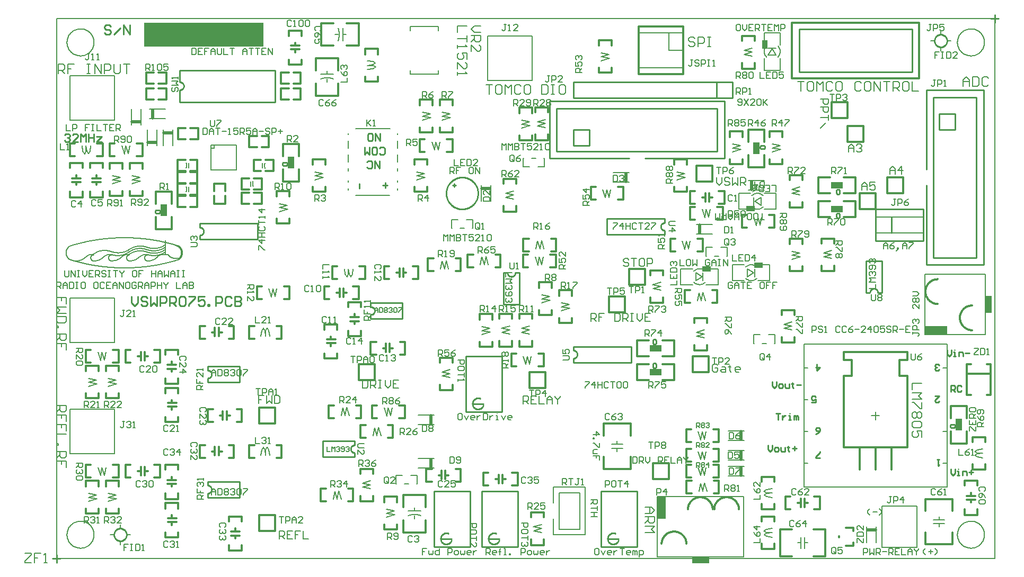
<source format=gto>
*%FSLAX24Y24*%
*%MOIN*%
G01*
%ADD11C,0.0000*%
%ADD12C,0.0050*%
%ADD13C,0.0060*%
%ADD14C,0.0070*%
%ADD15C,0.0073*%
%ADD16C,0.0079*%
%ADD17C,0.0080*%
%ADD18C,0.0098*%
%ADD19C,0.0100*%
%ADD20C,0.0120*%
%ADD21C,0.0160*%
%ADD22C,0.0160*%
%ADD23C,0.0197*%
%ADD24C,0.0200*%
%ADD25C,0.0200*%
%ADD26C,0.0240*%
%ADD27O,0.0240X0.0800*%
%ADD28C,0.0250*%
%ADD29C,0.0260*%
%ADD30O,0.0280X0.0840*%
%ADD31C,0.0300*%
%ADD32C,0.0300*%
%ADD33C,0.0320*%
%ADD34C,0.0320*%
%ADD35C,0.0340*%
%ADD36C,0.0360*%
%ADD37C,0.0380*%
%ADD38C,0.0394*%
%ADD39C,0.0397*%
%ADD40C,0.0400*%
%ADD41C,0.0400*%
%ADD42C,0.0430*%
%ADD43C,0.0434*%
%ADD44C,0.0480*%
%ADD45C,0.0500*%
%ADD46C,0.0500*%
%ADD47O,0.0500X0.1000*%
%ADD48C,0.0520*%
%ADD49C,0.0540*%
%ADD50O,0.0540X0.1040*%
%ADD51C,0.0560*%
%ADD52C,0.0580*%
%ADD53C,0.0600*%
%ADD54C,0.0620*%
%ADD55C,0.0630*%
%ADD56C,0.0640*%
%ADD57C,0.0650*%
%ADD58C,0.0660*%
%ADD59C,0.0670*%
%ADD60C,0.0680*%
%ADD61C,0.0760*%
%ADD62O,0.0800X0.0240*%
%ADD63C,0.0800*%
%ADD64C,0.0827*%
%ADD65O,0.0840X0.0280*%
%ADD66C,0.0840*%
%ADD67C,0.0850*%
%ADD68C,0.0870*%
%ADD69C,0.1000*%
%ADD70C,0.1040*%
%ADD71C,0.1516*%
%ADD72C,0.1516*%
%ADD73C,0.1600*%
%ADD74C,0.1640*%
%ADD75C,0.1716*%
%ADD76C,0.2500*%
%ADD77R,0.0100X0.0320*%
%ADD78R,0.0140X0.0360*%
%ADD79R,0.0200X0.0200*%
%ADD80R,0.0300X0.0300*%
%ADD81R,0.0320X0.0100*%
%ADD82R,0.0340X0.0340*%
%ADD83R,0.0350X0.0550*%
%ADD84R,0.0360X0.0140*%
%ADD85R,0.0360X0.0360*%
%ADD86R,0.0394X0.0551*%
%ADD87R,0.0394X0.1102*%
%ADD88R,0.0400X0.0400*%
%ADD89R,0.0400X0.0400*%
%ADD90R,0.0400X0.0500*%
%ADD91R,0.0400X0.0750*%
%ADD92R,0.0434X0.0591*%
%ADD93R,0.0440X0.0540*%
%ADD94R,0.0500X0.0360*%
%ADD95R,0.0500X0.0400*%
%ADD96R,0.0500X0.0500*%
%ADD97R,0.0500X0.0500*%
%ADD98R,0.0500X0.1000*%
%ADD99R,0.0500X0.1200*%
%ADD100R,0.0540X0.0400*%
%ADD101R,0.0540X0.0440*%
%ADD102R,0.0540X0.0540*%
%ADD103R,0.0540X0.0960*%
%ADD104R,0.0540X0.1040*%
%ADD105R,0.0550X0.0350*%
%ADD106R,0.0551X0.1417*%
%ADD107R,0.0600X0.0600*%
%ADD108R,0.0600X0.1000*%
%ADD109R,0.0600X0.1250*%
%ADD110R,0.0620X0.0620*%
%ADD111R,0.0640X0.0640*%
%ADD112R,0.0640X0.1040*%
%ADD113R,0.0640X0.1290*%
%ADD114R,0.0650X0.0300*%
%ADD115R,0.0660X0.0660*%
%ADD116R,0.0700X0.0300*%
%ADD117R,0.0700X0.0340*%
%ADD118R,0.0700X0.0350*%
%ADD119R,0.0700X0.0700*%
%ADD120R,0.0709X0.0394*%
%ADD121R,0.0740X0.0740*%
%ADD122R,0.0749X0.0434*%
%ADD123R,0.0750X0.0300*%
%ADD124R,0.0750X0.0400*%
%ADD125R,0.0750X0.0550*%
%ADD126R,0.0800X0.0350*%
%ADD127R,0.0800X0.0550*%
%ADD128R,0.0800X0.0800*%
%ADD129R,0.0827X0.0394*%
%ADD130R,0.0827X0.0591*%
%ADD131R,0.0840X0.0840*%
%ADD132R,0.0850X0.0700*%
%ADD133R,0.0867X0.0434*%
%ADD134R,0.0867X0.0631*%
%ADD135R,0.0890X0.0740*%
%ADD136R,0.0960X0.0540*%
%ADD137R,0.1000X0.0600*%
%ADD138R,0.1000X0.1000*%
%ADD139R,0.1000X0.1000*%
%ADD140R,0.1040X0.0640*%
%ADD141R,0.1040X0.1040*%
%ADD142R,0.1102X0.0394*%
%ADD143R,0.1200X0.0500*%
%ADD144R,0.1200X0.1200*%
%ADD145R,0.1250X0.0600*%
%ADD146R,0.1290X0.0640*%
%ADD147R,0.1400X0.1900*%
%ADD148R,0.1417X0.0551*%
%ADD149R,0.1500X0.0750*%
%ADD150R,0.1500X0.1500*%
%ADD151R,0.1500X0.1500*%
%ADD152R,0.1500X0.2000*%
%ADD153R,0.1540X0.0790*%
%ADD154R,0.1540X0.1540*%
%ADD155R,0.1540X0.2040*%
%ADD156R,0.1600X0.0150*%
%ADD157R,0.1900X0.0500*%
%ADD158R,0.2000X0.0600*%
%ADD159R,0.2040X0.0640*%
%ADD160R,0.2500X0.2500*%
D12*
X33136Y51451D02*
X33163Y51470D01*
X33192Y51489D01*
X33220Y51507D01*
X33249Y51525D01*
X33279Y51541D01*
X33309Y51557D01*
X33340Y51571D01*
X33371Y51585D01*
X33402Y51599D01*
X33434Y51611D01*
X33465Y51622D01*
X33498Y51633D01*
X33530Y51642D01*
X33563Y51651D01*
X33596Y51659D01*
X33629Y51666D01*
X33663Y51672D01*
X33696Y51677D01*
X33730Y51682D01*
X33764Y51685D01*
X33797Y51687D01*
X33831Y51689D01*
X33865Y51689D01*
X33899Y51689D01*
X33933Y51688D01*
X33967Y51686D01*
X34001Y51683D01*
X34034Y51679D01*
X34068Y51674D01*
X34101Y51668D01*
X34135Y51661D01*
X34168Y51654D01*
X34200Y51645D01*
X34233Y51636D01*
X34265Y51625D01*
X34297Y51614D01*
X34293Y51616D02*
X34325Y51605D01*
X34357Y51594D01*
X34390Y51585D01*
X34422Y51576D01*
X34455Y51569D01*
X34489Y51562D01*
X34522Y51556D01*
X34556Y51551D01*
X34589Y51547D01*
X34623Y51544D01*
X34657Y51542D01*
X34691Y51541D01*
X34725Y51541D01*
X34759Y51541D01*
X34793Y51543D01*
X34826Y51545D01*
X34860Y51548D01*
X34894Y51553D01*
X34927Y51558D01*
X34961Y51564D01*
X34994Y51571D01*
X35027Y51579D01*
X35060Y51588D01*
X35092Y51597D01*
X35125Y51608D01*
X35156Y51619D01*
X35188Y51631D01*
X35219Y51645D01*
X35250Y51659D01*
X35281Y51673D01*
X35311Y51689D01*
X35341Y51705D01*
X35370Y51723D01*
X35398Y51741D01*
X35427Y51760D01*
X35454Y51779D01*
X36059Y51281D02*
X36085Y51306D01*
X36112Y51328D01*
X36142Y51349D01*
X36172Y51367D01*
X36204Y51383D01*
X36237Y51397D01*
X36271Y51409D01*
X36305Y51418D01*
X36340Y51425D01*
X36375Y51429D01*
X36411Y51431D01*
X36447Y51430D01*
X36482Y51427D01*
X36518Y51422D01*
X36552Y51414D01*
X36056Y51290D02*
X36032Y51267D01*
X36008Y51245D01*
X35983Y51223D01*
X35957Y51203D01*
X35931Y51184D01*
X35903Y51165D01*
X35875Y51148D01*
X35847Y51132D01*
X35817Y51117D01*
X35787Y51104D01*
X35757Y51091D01*
X35726Y51080D01*
X35695Y51069D01*
X35663Y51060D01*
X35631Y51053D01*
X35599Y51046D01*
X35566Y51041D01*
X35534Y51037D01*
X35501Y51035D01*
X35468Y51033D01*
X35435Y51033D01*
X35435Y51030D02*
X35402Y51033D01*
X35370Y51041D01*
X35340Y51055D01*
X35313Y51074D01*
X35289Y51098D01*
X35270Y51125D01*
X35256Y51155D01*
X35248Y51187D01*
X35245Y51220D01*
X35248Y51253D01*
X35256Y51285D01*
X35270Y51315D01*
X35289Y51342D01*
X35313Y51366D01*
X35340Y51385D01*
X35370Y51399D01*
X35402Y51407D01*
X35435Y51410D01*
X35427Y51414D02*
X35392Y51422D01*
X35357Y51427D01*
X35322Y51430D01*
X35286Y51431D01*
X35250Y51429D01*
X35215Y51425D01*
X35180Y51418D01*
X35146Y51409D01*
X35112Y51397D01*
X35079Y51383D01*
X35047Y51367D01*
X35017Y51349D01*
X34987Y51328D01*
X34960Y51306D01*
X34934Y51281D01*
X32681Y51290D02*
X32657Y51267D01*
X32633Y51245D01*
X32608Y51223D01*
X32582Y51203D01*
X32556Y51184D01*
X32528Y51165D01*
X32500Y51148D01*
X32472Y51132D01*
X32442Y51117D01*
X32412Y51104D01*
X32382Y51091D01*
X32351Y51080D01*
X32320Y51069D01*
X32288Y51060D01*
X32256Y51053D01*
X32224Y51046D01*
X32191Y51041D01*
X32159Y51037D01*
X32126Y51035D01*
X32093Y51033D01*
X32060Y51033D01*
X32684Y51281D02*
X32710Y51306D01*
X32737Y51328D01*
X32767Y51349D01*
X32797Y51367D01*
X32829Y51383D01*
X32862Y51397D01*
X32896Y51409D01*
X32930Y51418D01*
X32965Y51425D01*
X33000Y51429D01*
X33036Y51431D01*
X33072Y51430D01*
X33107Y51427D01*
X33142Y51422D01*
X33177Y51414D01*
X33190Y51410D02*
X33157Y51407D01*
X33125Y51399D01*
X33095Y51385D01*
X33068Y51366D01*
X33044Y51342D01*
X33025Y51315D01*
X33011Y51285D01*
X33003Y51253D01*
X33000Y51220D01*
X33003Y51187D01*
X33011Y51155D01*
X33025Y51125D01*
X33044Y51098D01*
X33068Y51074D01*
X33095Y51055D01*
X33125Y51041D01*
X33157Y51033D01*
X33190Y51030D01*
X33185Y51033D02*
X33218Y51033D01*
X33251Y51035D01*
X33284Y51037D01*
X33316Y51041D01*
X33349Y51046D01*
X33381Y51053D01*
X33413Y51060D01*
X33445Y51069D01*
X33476Y51080D01*
X33507Y51091D01*
X33537Y51104D01*
X33567Y51117D01*
X33597Y51132D01*
X33625Y51148D01*
X33653Y51165D01*
X33681Y51184D01*
X33707Y51203D01*
X33733Y51223D01*
X33758Y51245D01*
X33782Y51267D01*
X33806Y51290D01*
X33809Y51281D02*
X33835Y51306D01*
X33862Y51328D01*
X33892Y51349D01*
X33922Y51367D01*
X33954Y51383D01*
X33987Y51397D01*
X34021Y51409D01*
X34055Y51418D01*
X34090Y51425D01*
X34125Y51429D01*
X34161Y51431D01*
X34197Y51430D01*
X34232Y51427D01*
X34268Y51422D01*
X34302Y51414D01*
X34315Y51038D02*
X34348Y51038D01*
X34381Y51040D01*
X34414Y51042D01*
X34446Y51046D01*
X34479Y51051D01*
X34511Y51058D01*
X34543Y51065D01*
X34575Y51074D01*
X34606Y51085D01*
X34637Y51096D01*
X34667Y51109D01*
X34697Y51122D01*
X34727Y51137D01*
X34755Y51153D01*
X34783Y51170D01*
X34811Y51189D01*
X34837Y51208D01*
X34863Y51228D01*
X34888Y51250D01*
X34912Y51272D01*
X34936Y51295D01*
X34310Y51410D02*
X34277Y51407D01*
X34245Y51399D01*
X34215Y51385D01*
X34188Y51366D01*
X34164Y51342D01*
X34145Y51315D01*
X34131Y51285D01*
X34123Y51253D01*
X34120Y51220D01*
X34123Y51187D01*
X34131Y51155D01*
X34145Y51125D01*
X34164Y51098D01*
X34188Y51074D01*
X34215Y51055D01*
X34245Y51041D01*
X34277Y51033D01*
X34310Y51030D01*
X36570D02*
X36537Y51033D01*
X36505Y51041D01*
X36475Y51055D01*
X36448Y51074D01*
X36424Y51098D01*
X36405Y51125D01*
X36391Y51155D01*
X36383Y51187D01*
X36380Y51220D01*
X36383Y51253D01*
X36391Y51285D01*
X36405Y51315D01*
X36424Y51342D01*
X36448Y51366D01*
X36475Y51385D01*
X36505Y51399D01*
X36537Y51407D01*
X36570Y51410D01*
X36575Y51033D02*
X36608Y51033D01*
X36641Y51035D01*
X36674Y51037D01*
X36706Y51041D01*
X36739Y51046D01*
X36771Y51053D01*
X36803Y51060D01*
X36835Y51069D01*
X36866Y51080D01*
X36897Y51091D01*
X36927Y51104D01*
X36957Y51117D01*
X36987Y51132D01*
X37015Y51148D01*
X37043Y51165D01*
X37071Y51184D01*
X37097Y51203D01*
X37123Y51223D01*
X37148Y51245D01*
X37172Y51267D01*
X37196Y51290D01*
X38522Y51167D02*
X38548Y51190D01*
X38572Y51214D01*
X38595Y51240D01*
X38615Y51267D01*
X38634Y51296D01*
X38650Y51327D01*
X38664Y51358D01*
X38676Y51390D01*
X38686Y51423D01*
X38693Y51457D01*
X38697Y51491D01*
X38700Y51525D01*
X38700Y51559D01*
X38697Y51594D01*
X38692Y51627D01*
X38684Y51661D01*
X38675Y51694D01*
X38662Y51726D01*
X38648Y51757D01*
X38631Y51787D01*
X38613Y51816D01*
X38592Y51843D01*
X38569Y51869D01*
X38545Y51893D01*
X38519Y51916D01*
X38491Y51936D01*
X38462Y51954D01*
X38432Y51971D01*
X38401Y51985D01*
X38368Y51997D01*
X37684Y51754D02*
X37657Y51735D01*
X37628Y51716D01*
X37600Y51698D01*
X37571Y51680D01*
X37541Y51664D01*
X37511Y51648D01*
X37480Y51634D01*
X37449Y51620D01*
X37418Y51606D01*
X37386Y51594D01*
X37355Y51583D01*
X37322Y51572D01*
X37290Y51563D01*
X37257Y51554D01*
X37224Y51546D01*
X37191Y51539D01*
X37157Y51533D01*
X37124Y51528D01*
X37090Y51523D01*
X37056Y51520D01*
X37023Y51518D01*
X36989Y51516D01*
X36955Y51516D01*
X36921Y51516D01*
X36887Y51517D01*
X36853Y51519D01*
X36819Y51522D01*
X36786Y51526D01*
X36752Y51531D01*
X36719Y51537D01*
X36685Y51544D01*
X36652Y51551D01*
X36620Y51560D01*
X36587Y51569D01*
X36555Y51580D01*
X36523Y51591D01*
Y51741D02*
X36555Y51730D01*
X36587Y51719D01*
X36620Y51710D01*
X36652Y51701D01*
X36685Y51694D01*
X36719Y51687D01*
X36752Y51681D01*
X36786Y51676D01*
X36819Y51672D01*
X36853Y51669D01*
X36887Y51667D01*
X36921Y51666D01*
X36955Y51666D01*
X36989Y51666D01*
X37023Y51668D01*
X37056Y51670D01*
X37090Y51673D01*
X37124Y51678D01*
X37157Y51683D01*
X37191Y51689D01*
X37224Y51696D01*
X37257Y51704D01*
X37290Y51713D01*
X37322Y51722D01*
X37355Y51733D01*
X37386Y51744D01*
X37418Y51756D01*
X37449Y51770D01*
X37480Y51784D01*
X37511Y51798D01*
X37541Y51814D01*
X37571Y51830D01*
X37600Y51848D01*
X37628Y51866D01*
X37657Y51885D01*
X37684Y51904D01*
Y52054D02*
X37657Y52035D01*
X37628Y52016D01*
X37600Y51998D01*
X37571Y51980D01*
X37541Y51964D01*
X37511Y51948D01*
X37480Y51934D01*
X37449Y51920D01*
X37418Y51906D01*
X37386Y51894D01*
X37355Y51883D01*
X37322Y51872D01*
X37290Y51863D01*
X37257Y51854D01*
X37224Y51846D01*
X37191Y51839D01*
X37157Y51833D01*
X37124Y51828D01*
X37090Y51823D01*
X37056Y51820D01*
X37023Y51818D01*
X36989Y51816D01*
X36955Y51816D01*
X36921Y51816D01*
X36887Y51817D01*
X36853Y51819D01*
X36819Y51822D01*
X36786Y51826D01*
X36752Y51831D01*
X36719Y51837D01*
X36685Y51844D01*
X36652Y51851D01*
X36620Y51860D01*
X36587Y51869D01*
X36555Y51880D01*
X36523Y51891D01*
Y51441D02*
X36555Y51430D01*
X36587Y51419D01*
X36620Y51410D01*
X36652Y51401D01*
X36685Y51394D01*
X36719Y51387D01*
X36752Y51381D01*
X36786Y51376D01*
X36819Y51372D01*
X36853Y51369D01*
X36887Y51367D01*
X36921Y51366D01*
X36955Y51366D01*
X36989Y51366D01*
X37023Y51368D01*
X37056Y51370D01*
X37090Y51373D01*
X37124Y51378D01*
X37157Y51383D01*
X37191Y51389D01*
X37224Y51396D01*
X37257Y51404D01*
X37290Y51413D01*
X37322Y51422D01*
X37355Y51433D01*
X37386Y51444D01*
X37418Y51456D01*
X37449Y51470D01*
X37480Y51484D01*
X37511Y51498D01*
X37541Y51514D01*
X37571Y51530D01*
X37600Y51548D01*
X37628Y51566D01*
X37657Y51585D01*
X37684Y51604D01*
X36527Y51589D02*
X36495Y51600D01*
X36463Y51611D01*
X36430Y51620D01*
X36398Y51629D01*
X36365Y51636D01*
X36331Y51643D01*
X36298Y51649D01*
X36264Y51654D01*
X36231Y51658D01*
X36197Y51661D01*
X36163Y51663D01*
X36129Y51664D01*
X36095Y51664D01*
X36061Y51664D01*
X36027Y51662D01*
X35994Y51660D01*
X35960Y51657D01*
X35926Y51652D01*
X35893Y51647D01*
X35859Y51641D01*
X35826Y51634D01*
X35793Y51626D01*
X35760Y51617D01*
X35728Y51608D01*
X35695Y51597D01*
X35664Y51586D01*
X35632Y51574D01*
X35601Y51560D01*
X35570Y51546D01*
X35539Y51532D01*
X35509Y51516D01*
X35479Y51500D01*
X35450Y51482D01*
X35422Y51464D01*
X35393Y51445D01*
X35366Y51426D01*
Y51576D02*
X35393Y51595D01*
X35422Y51614D01*
X35450Y51632D01*
X35479Y51650D01*
X35509Y51666D01*
X35539Y51682D01*
X35570Y51696D01*
X35601Y51710D01*
X35632Y51724D01*
X35664Y51736D01*
X35695Y51747D01*
X35728Y51758D01*
X35760Y51767D01*
X35793Y51776D01*
X35826Y51784D01*
X35859Y51791D01*
X35893Y51797D01*
X35926Y51802D01*
X35960Y51807D01*
X35994Y51810D01*
X36027Y51812D01*
X36061Y51814D01*
X36095Y51814D01*
X36129Y51814D01*
X36163Y51813D01*
X36197Y51811D01*
X36231Y51808D01*
X36264Y51804D01*
X36298Y51799D01*
X36331Y51793D01*
X36365Y51786D01*
X36398Y51779D01*
X36430Y51770D01*
X36463Y51761D01*
X36495Y51750D01*
X36527Y51739D01*
Y51889D02*
X36495Y51900D01*
X36463Y51911D01*
X36430Y51920D01*
X36398Y51929D01*
X36365Y51936D01*
X36331Y51943D01*
X36298Y51949D01*
X36264Y51954D01*
X36231Y51958D01*
X36197Y51961D01*
X36163Y51963D01*
X36129Y51964D01*
X36095Y51964D01*
X36061Y51964D01*
X36027Y51962D01*
X35994Y51960D01*
X35960Y51957D01*
X35926Y51952D01*
X35893Y51947D01*
X35859Y51941D01*
X35826Y51934D01*
X35793Y51926D01*
X35760Y51917D01*
X35728Y51908D01*
X35695Y51897D01*
X35664Y51886D01*
X35632Y51874D01*
X35601Y51860D01*
X35570Y51846D01*
X35539Y51832D01*
X35509Y51816D01*
X35479Y51800D01*
X35450Y51782D01*
X35422Y51764D01*
X35393Y51745D01*
X35366Y51726D01*
X35409Y51604D02*
X35382Y51585D01*
X35353Y51566D01*
X35325Y51548D01*
X35296Y51530D01*
X35266Y51514D01*
X35236Y51498D01*
X35205Y51484D01*
X35174Y51470D01*
X35143Y51456D01*
X35111Y51444D01*
X35080Y51433D01*
X35047Y51422D01*
X35015Y51413D01*
X34982Y51404D01*
X34949Y51396D01*
X34916Y51389D01*
X34882Y51383D01*
X34849Y51378D01*
X34815Y51373D01*
X34781Y51370D01*
X34748Y51368D01*
X34714Y51366D01*
X34680Y51366D01*
X34646Y51366D01*
X34612Y51367D01*
X34578Y51369D01*
X34544Y51372D01*
X34511Y51376D01*
X34477Y51381D01*
X34444Y51387D01*
X34410Y51394D01*
X34377Y51401D01*
X34345Y51410D01*
X34312Y51419D01*
X34280Y51430D01*
X34248Y51441D01*
X37853Y51412D02*
X37874Y51388D01*
X37896Y51364D01*
X37919Y51342D01*
X37943Y51321D01*
X37969Y51301D01*
X37995Y51282D01*
X38023Y51265D01*
X38051Y51249D01*
X38080Y51235D01*
X38109Y51222D01*
X38139Y51211D01*
X38170Y51201D01*
X38201Y51193D01*
X38233Y51186D01*
X38265Y51181D01*
X38297Y51177D01*
X38329Y51175D01*
X38361Y51175D01*
X38393Y51176D01*
X38426Y51179D01*
X38457Y51184D01*
X38489Y51190D01*
X38520Y51198D01*
X38551Y51207D01*
X38582Y51218D01*
X38611Y51231D01*
X38641Y51245D01*
X37530Y51431D02*
X37497Y51430D01*
X37463Y51427D01*
X37430Y51421D01*
X37398Y51414D01*
X37366Y51404D01*
X37334Y51392D01*
X37304Y51378D01*
X37274Y51363D01*
X37246Y51345D01*
X37219Y51325D01*
X37193Y51304D01*
X37169Y51281D01*
X37670Y51415D02*
Y52310D01*
X37525Y51415D02*
X37850D01*
D13*
X31450Y59240D02*
Y59640D01*
Y59240D02*
X31717D01*
X31850D02*
Y59640D01*
X32050D01*
X32116Y59573D01*
Y59440D01*
X32050Y59373D01*
X31850D01*
X32650Y59640D02*
X32916D01*
X32650D02*
Y59440D01*
X32783D01*
X32650D01*
Y59240D01*
X33049Y59640D02*
X33183D01*
X33116D01*
Y59240D01*
X33049D01*
X33183D01*
X33383D02*
Y59640D01*
Y59240D02*
X33649D01*
X33783Y59640D02*
X34049D01*
X33916D01*
Y59240D01*
X34182Y59640D02*
X34449D01*
X34182D02*
Y59240D01*
X34449D01*
X34316Y59440D02*
X34182D01*
X34582Y59240D02*
Y59640D01*
X34782D01*
X34849Y59573D01*
Y59440D01*
X34782Y59373D01*
X34582D01*
X34716D02*
X34849Y59240D01*
X81850Y35173D02*
X81983Y35040D01*
X81850Y35173D02*
Y35307D01*
X81983Y35440D01*
X82183Y35240D02*
X82450D01*
X82583Y35040D02*
X82716Y35173D01*
Y35307D01*
X82583Y35440D01*
X85350Y32673D02*
X85483Y32540D01*
X85350Y32673D02*
Y32807D01*
X85483Y32940D01*
X85683Y32740D02*
X85950D01*
X85817Y32607D02*
Y32873D01*
X86083Y32540D02*
X86216Y32673D01*
Y32807D01*
X86083Y32940D01*
X29250Y32640D02*
X28850D01*
X29250D02*
Y32540D01*
X28850Y32140D01*
Y32040D01*
X29250D01*
X29450Y32640D02*
X29850D01*
X29450D02*
Y32340D01*
X29650D01*
X29450D01*
Y32040D01*
X30050D02*
X30250D01*
X30150D01*
Y32640D01*
X30151D01*
X30150D02*
X30050Y32540D01*
X35100Y33190D02*
X35367D01*
X35100D02*
Y32990D01*
X35233D01*
X35100D01*
Y32790D01*
X35500Y33190D02*
X35633D01*
X35567D01*
Y32790D01*
X35500D01*
X35633D01*
X35833D02*
Y33190D01*
Y32790D02*
X36033D01*
X36100Y32857D01*
Y33123D01*
X36033Y33190D01*
X35833D01*
X36233Y32790D02*
X36366D01*
X36300D01*
Y33190D01*
X36301D01*
X36300D02*
X36233Y33123D01*
X33850Y34540D02*
Y34940D01*
X34050D01*
X34117Y34873D01*
Y34740D01*
X34050Y34673D01*
X33850D01*
X33983D02*
X34117Y34540D01*
X34250Y34873D02*
X34317Y34940D01*
X34450D01*
X34516Y34873D01*
Y34807D01*
X34517D01*
X34516D02*
X34517D01*
X34516D02*
X34517D01*
X34516D02*
X34450Y34740D01*
X34383D01*
X34450D01*
X34516Y34673D01*
Y34607D01*
X34450Y34540D01*
X34317D01*
X34250Y34607D01*
X34650Y34540D02*
X34916D01*
X34650D02*
X34916Y34807D01*
Y34873D01*
X34850Y34940D01*
X34716D01*
X34650Y34873D01*
X32600Y34940D02*
Y34540D01*
Y34940D02*
X32800D01*
X32867Y34873D01*
Y34740D01*
X32800Y34673D01*
X32600D01*
X32733D02*
X32867Y34540D01*
X33000Y34873D02*
X33067Y34940D01*
X33200D01*
X33266Y34873D01*
Y34807D01*
X33267D01*
X33266D02*
X33267D01*
X33266D02*
X33267D01*
X33266D02*
X33200Y34740D01*
X33133D01*
X33200D01*
X33266Y34673D01*
Y34607D01*
X33200Y34540D01*
X33067D01*
X33000Y34607D01*
X33400Y34540D02*
X33533D01*
X33466D01*
Y34940D01*
X33467D01*
X33466D02*
X33400Y34873D01*
X32500Y38290D02*
X32100D01*
X32500D02*
Y38090D01*
X32433Y38023D01*
X32300D01*
X32233Y38090D01*
Y38290D01*
Y38157D02*
X32100Y38023D01*
X32433Y37890D02*
X32500Y37823D01*
Y37690D01*
X32433Y37624D01*
X32367D01*
X32368D01*
X32367D02*
X32368D01*
X32367D02*
X32368D01*
X32367D02*
X32300Y37690D01*
Y37757D01*
Y37690D01*
X32233Y37624D01*
X32167D01*
X32100Y37690D01*
Y37823D01*
X32167Y37890D01*
X32433Y37490D02*
X32500Y37424D01*
Y37290D01*
X32433Y37224D01*
X32167D01*
X32100Y37290D01*
Y37424D01*
X32167Y37490D01*
X32433D01*
X34983Y40940D02*
X35117D01*
X35050D02*
X34983D01*
X35050D02*
Y40607D01*
X34983Y40540D01*
X34917D01*
X34850Y40607D01*
X35250Y40873D02*
X35317Y40940D01*
X35450D01*
X35516Y40873D01*
Y40807D01*
X35517D01*
X35516D02*
X35517D01*
X35516D02*
X35517D01*
X35516D02*
X35450Y40740D01*
X35383D01*
X35450D01*
X35516Y40673D01*
Y40607D01*
X35450Y40540D01*
X35317D01*
X35250Y40607D01*
X35650Y40540D02*
X35783D01*
X35716D01*
Y40940D01*
X35717D01*
X35716D02*
X35650Y40873D01*
X32600Y41790D02*
Y42190D01*
X32800D01*
X32867Y42123D01*
Y41990D01*
X32800Y41923D01*
X32600D01*
X32733D02*
X32867Y41790D01*
X33000D02*
X33266D01*
X33000D02*
X33266Y42057D01*
Y42123D01*
X33200Y42190D01*
X33067D01*
X33000Y42123D01*
X33400Y41790D02*
X33533D01*
X33466D01*
Y42190D01*
X33467D01*
X33466D02*
X33400Y42123D01*
X33850Y42190D02*
Y41790D01*
Y42190D02*
X34050D01*
X34117Y42123D01*
Y41990D01*
X34050Y41923D01*
X33850D01*
X33983D02*
X34117Y41790D01*
X34250D02*
X34516D01*
X34250D02*
X34516Y42057D01*
Y42123D01*
X34450Y42190D01*
X34317D01*
X34250Y42123D01*
X34650Y41790D02*
X34916D01*
X34650D02*
X34916Y42057D01*
Y42123D01*
X34850Y42190D01*
X34716D01*
X34650Y42123D01*
X32500Y45540D02*
X32100D01*
X32500D02*
Y45340D01*
X32433Y45273D01*
X32300D01*
X32233Y45340D01*
Y45540D01*
Y45407D02*
X32100Y45273D01*
Y45140D02*
Y44874D01*
Y45140D02*
X32367Y44874D01*
X32433D01*
X32500Y44940D01*
Y45073D01*
X32433Y45140D01*
Y44740D02*
X32500Y44674D01*
Y44540D01*
X32433Y44474D01*
X32167D01*
X32100Y44540D01*
Y44674D01*
X32167Y44740D01*
X32433D01*
X34983Y47940D02*
X35117D01*
X35050D02*
X34983D01*
X35050D02*
Y47607D01*
X34983Y47540D01*
X34917D01*
X34850Y47607D01*
X35250Y47540D02*
X35516D01*
X35250D02*
X35516Y47807D01*
Y47873D01*
X35450Y47940D01*
X35317D01*
X35250Y47873D01*
X35650Y47540D02*
X35783D01*
X35716D01*
Y47940D01*
X35717D01*
X35716D02*
X35650Y47873D01*
X36300Y44440D02*
X36367Y44373D01*
X36300Y44440D02*
X36167D01*
X36100Y44373D01*
Y44107D01*
X36167Y44040D01*
X36300D01*
X36367Y44107D01*
X36500Y44040D02*
X36766D01*
X36500D02*
X36766Y44307D01*
Y44373D01*
X36700Y44440D01*
X36567D01*
X36500Y44373D01*
X36900D02*
X36966Y44440D01*
X37100D01*
X37166Y44373D01*
Y44107D01*
X37100Y44040D01*
X36966D01*
X36900Y44107D01*
Y44373D01*
X36050Y37190D02*
X36117Y37123D01*
X36050Y37190D02*
X35917D01*
X35850Y37123D01*
Y36857D01*
X35917Y36790D01*
X36050D01*
X36117Y36857D01*
X36250Y37123D02*
X36317Y37190D01*
X36450D01*
X36516Y37123D01*
Y37057D01*
X36517D01*
X36516D02*
X36517D01*
X36516D02*
X36517D01*
X36516D02*
X36450Y36990D01*
X36383D01*
X36450D01*
X36516Y36923D01*
Y36857D01*
X36450Y36790D01*
X36317D01*
X36250Y36857D01*
X36650Y37123D02*
X36716Y37190D01*
X36850D01*
X36916Y37123D01*
Y36857D01*
X36850Y36790D01*
X36716D01*
X36650Y36857D01*
Y37123D01*
X35550Y54540D02*
Y54940D01*
X35750D01*
X35817Y54873D01*
Y54740D01*
X35750Y54673D01*
X35550D01*
X35683D02*
X35817Y54540D01*
X35950Y54607D02*
X36017Y54540D01*
X36150D01*
X36216Y54607D01*
Y54873D01*
X36150Y54940D01*
X36017D01*
X35950Y54873D01*
Y54807D01*
X36017Y54740D01*
X36216D01*
X36350Y54540D02*
X36616D01*
X36350D02*
X36616Y54807D01*
Y54873D01*
X36550Y54940D01*
X36416D01*
X36350Y54873D01*
X34050Y54890D02*
Y54490D01*
Y54890D02*
X34250D01*
X34317Y54823D01*
Y54690D01*
X34250Y54623D01*
X34050D01*
X34183D02*
X34317Y54490D01*
X34450Y54557D02*
X34517Y54490D01*
X34650D01*
X34716Y54557D01*
Y54823D01*
X34650Y54890D01*
X34517D01*
X34450Y54823D01*
Y54757D01*
X34517Y54690D01*
X34716D01*
X34850Y54490D02*
X34983D01*
X34916D01*
Y54890D01*
X34917D01*
X34916D02*
X34850Y54823D01*
X34500Y58490D02*
Y58890D01*
X34700D01*
X34767Y58823D01*
Y58690D01*
X34700Y58623D01*
X34500D01*
X34633D02*
X34767Y58490D01*
X34900Y58557D02*
X34967Y58490D01*
X35100D01*
X35166Y58557D01*
Y58823D01*
X35100Y58890D01*
X34967D01*
X34900Y58823D01*
Y58757D01*
X34967Y58690D01*
X35166D01*
X35300Y58823D02*
X35366Y58890D01*
X35500D01*
X35566Y58823D01*
Y58557D01*
X35500Y58490D01*
X35366D01*
X35300Y58557D01*
Y58823D01*
X33250Y54890D02*
X33317Y54823D01*
X33250Y54890D02*
X33117D01*
X33050Y54823D01*
Y54557D01*
X33117Y54490D01*
X33250D01*
X33317Y54557D01*
X33450Y54890D02*
X33716D01*
X33450D02*
Y54690D01*
X33583Y54757D01*
X33650D01*
X33716Y54690D01*
Y54557D01*
X33650Y54490D01*
X33517D01*
X33450Y54557D01*
X32067Y54773D02*
X32000Y54840D01*
X31867D01*
X31800Y54773D01*
Y54507D01*
X31867Y54440D01*
X32000D01*
X32067Y54507D01*
X32400Y54440D02*
Y54840D01*
X32200Y54640D01*
X32466D01*
X31100Y58040D02*
Y58440D01*
Y58040D02*
X31367D01*
X31500D02*
X31633D01*
X31567D01*
Y58440D01*
X31568D01*
X31567D02*
X31500Y58373D01*
X32783Y64090D02*
X32917D01*
X32850D02*
X32783D01*
X32850D02*
Y63757D01*
X32783Y63690D01*
X32717D01*
X32650Y63757D01*
X33050Y63690D02*
X33183D01*
X33117D01*
Y64090D01*
X33118D01*
X33117D02*
X33050Y64023D01*
X33383Y63690D02*
X33516D01*
X33450D01*
Y64090D01*
X33451D01*
X33450D02*
X33383Y64023D01*
X37800Y33390D02*
X37867Y33323D01*
X37800Y33390D02*
X37667D01*
X37600Y33323D01*
Y33057D01*
X37667Y32990D01*
X37800D01*
X37867Y33057D01*
X38000Y33323D02*
X38067Y33390D01*
X38200D01*
X38266Y33323D01*
Y33257D01*
X38267D01*
X38266D02*
X38267D01*
X38266D02*
X38267D01*
X38266D02*
X38200Y33190D01*
X38133D01*
X38200D01*
X38266Y33123D01*
Y33057D01*
X38200Y32990D01*
X38067D01*
X38000Y33057D01*
X38400Y32990D02*
X38533D01*
X38466D01*
Y33390D01*
X38467D01*
X38466D02*
X38400Y33323D01*
X41433Y34273D02*
X41500Y34340D01*
Y34473D01*
X41433Y34540D01*
X41167D01*
X41100Y34473D01*
Y34340D01*
X41167Y34273D01*
X41433Y34140D02*
X41500Y34073D01*
Y33940D01*
X41433Y33874D01*
X41367D01*
X41368D01*
X41367D02*
X41368D01*
X41367D02*
X41368D01*
X41367D02*
X41300Y33940D01*
Y34007D01*
Y33940D01*
X41233Y33874D01*
X41167D01*
X41100Y33940D01*
Y34073D01*
X41167Y34140D01*
X41433Y33740D02*
X41500Y33674D01*
Y33540D01*
X41433Y33474D01*
X41367D01*
X41368D01*
X41367D02*
X41368D01*
X41367D02*
X41368D01*
X41367D02*
X41300Y33540D01*
Y33607D01*
Y33540D01*
X41233Y33474D01*
X41167D01*
X41100Y33540D01*
Y33674D01*
X41167Y33740D01*
X44850Y34940D02*
X45117D01*
X44983D01*
Y34540D01*
X45250D02*
Y34940D01*
X45450D01*
X45516Y34873D01*
Y34740D01*
X45450Y34673D01*
X45250D01*
X45650Y34540D02*
Y34807D01*
X45783Y34940D01*
X45916Y34807D01*
Y34540D01*
Y34740D01*
X45650D01*
X46050Y34540D02*
X46316D01*
X46050D02*
X46316Y34807D01*
Y34873D01*
X46250Y34940D01*
X46116D01*
X46050Y34873D01*
X51650Y33890D02*
Y33490D01*
Y33890D02*
X51850D01*
X51917Y33823D01*
Y33690D01*
X51850Y33623D01*
X51650D01*
X51783D02*
X51917Y33490D01*
X52050Y33557D02*
X52117Y33490D01*
X52250D01*
X52316Y33557D01*
Y33823D01*
X52250Y33890D01*
X52117D01*
X52050Y33823D01*
Y33757D01*
X52117Y33690D01*
X52316D01*
X39000Y44840D02*
X38933Y44773D01*
X39000Y44840D02*
Y44973D01*
X38933Y45040D01*
X38667D01*
X38600Y44973D01*
Y44840D01*
X38667Y44773D01*
X38600Y44640D02*
Y44374D01*
Y44640D02*
X38867Y44374D01*
X38933D01*
X39000Y44440D01*
Y44573D01*
X38933Y44640D01*
X39000Y44040D02*
X38600D01*
X38800Y44240D02*
X39000Y44040D01*
X38800Y43974D02*
Y44240D01*
X37800Y40690D02*
X37867Y40623D01*
X37800Y40690D02*
X37667D01*
X37600Y40623D01*
Y40357D01*
X37667Y40290D01*
X37800D01*
X37867Y40357D01*
X38000Y40290D02*
X38266D01*
X38000D02*
X38266Y40557D01*
Y40623D01*
X38200Y40690D01*
X38067D01*
X38000Y40623D01*
X38400Y40290D02*
X38533D01*
X38466D01*
Y40690D01*
X38467D01*
X38466D02*
X38400Y40623D01*
X37800Y39190D02*
X37867Y39123D01*
X37800Y39190D02*
X37667D01*
X37600Y39123D01*
Y38857D01*
X37667Y38790D01*
X37800D01*
X37867Y38857D01*
X38000Y39123D02*
X38067Y39190D01*
X38200D01*
X38266Y39123D01*
Y39057D01*
X38267D01*
X38266D02*
X38267D01*
X38266D02*
X38267D01*
X38266D02*
X38200Y38990D01*
X38133D01*
X38200D01*
X38266Y38923D01*
Y38857D01*
X38200Y38790D01*
X38067D01*
X38000Y38857D01*
X38600Y38790D02*
Y39190D01*
X38400Y38990D01*
X38666D01*
X40600Y36557D02*
Y36290D01*
Y36557D02*
X40733Y36690D01*
X40867Y36557D01*
Y36290D01*
Y36490D01*
X40600D01*
X41000Y36290D02*
Y36690D01*
Y36290D02*
X41200D01*
X41266Y36357D01*
Y36623D01*
X41200Y36690D01*
X41000D01*
X41400Y36623D02*
X41466Y36690D01*
X41600D01*
X41666Y36623D01*
Y36557D01*
X41600Y36490D01*
X41666Y36423D01*
Y36357D01*
X41600Y36290D01*
X41466D01*
X41400Y36357D01*
Y36423D01*
X41466Y36490D01*
X41400Y36557D01*
Y36623D01*
X41466Y36490D02*
X41600D01*
X41800Y36623D02*
X41866Y36690D01*
X42000D01*
X42066Y36623D01*
Y36557D01*
X42067D01*
X42066D02*
X42067D01*
X42066D02*
X42067D01*
X42066D02*
X42000Y36490D01*
X41933D01*
X42000D01*
X42066Y36423D01*
Y36357D01*
X42000Y36290D01*
X41866D01*
X41800Y36357D01*
X42199Y36623D02*
X42266Y36690D01*
X42399D01*
X42466Y36623D01*
Y36357D01*
X42399Y36290D01*
X42266D01*
X42199Y36357D01*
Y36623D01*
X42599Y36690D02*
X42866D01*
Y36623D01*
X42599Y36357D01*
Y36290D01*
X40100Y36040D02*
X39700D01*
Y36240D01*
X39767Y36307D01*
X39900D01*
X39967Y36240D01*
Y36040D01*
Y36173D02*
X40100Y36307D01*
X39700Y36440D02*
Y36706D01*
Y36440D02*
X39900D01*
Y36573D01*
Y36440D01*
X40100D01*
X39767Y36840D02*
X39700Y36906D01*
Y37040D01*
X39767Y37106D01*
X39833D01*
X39834D01*
X39833D02*
X39834D01*
X39833D02*
X39834D01*
X39833D02*
X39900Y37040D01*
Y36973D01*
Y37040D01*
X39967Y37106D01*
X40033D01*
X40100Y37040D01*
Y36906D01*
X40033Y36840D01*
X40100Y37240D02*
Y37373D01*
Y37306D01*
X39700D01*
X39701D01*
X39700D02*
X39767Y37240D01*
X43350Y39540D02*
Y39940D01*
Y39540D02*
X43617D01*
X43750Y39873D02*
X43817Y39940D01*
X43950D01*
X44016Y39873D01*
Y39807D01*
X44017D01*
X44016D02*
X44017D01*
X44016D02*
X44017D01*
X44016D02*
X43950Y39740D01*
X43883D01*
X43950D01*
X44016Y39673D01*
Y39607D01*
X43950Y39540D01*
X43817D01*
X43750Y39607D01*
X44150Y39540D02*
X44283D01*
X44216D01*
Y39940D01*
X44217D01*
X44216D02*
X44150Y39873D01*
X43667Y42990D02*
X43400D01*
X43533D02*
X43667D01*
X43533D02*
Y42590D01*
X43800D02*
Y42990D01*
X44000D01*
X44066Y42923D01*
Y42790D01*
X44000Y42723D01*
X43800D01*
X44200Y42590D02*
Y42857D01*
X44333Y42990D01*
X44466Y42857D01*
Y42590D01*
Y42790D01*
X44200D01*
X44600Y42590D02*
X44733D01*
X44666D01*
Y42990D01*
X44667D01*
X44666D02*
X44600Y42923D01*
X40250Y41590D02*
X40183Y41523D01*
X40250Y41590D02*
Y41723D01*
X40183Y41790D01*
X39917D01*
X39850Y41723D01*
Y41590D01*
X39917Y41523D01*
X39850Y41390D02*
Y41124D01*
Y41390D02*
X40117Y41124D01*
X40183D01*
X40250Y41190D01*
Y41323D01*
X40183Y41390D01*
Y40990D02*
X40250Y40924D01*
Y40790D01*
X40183Y40724D01*
X40117D01*
X40118D01*
X40117D02*
X40118D01*
X40117D02*
X40118D01*
X40117D02*
X40050Y40790D01*
Y40857D01*
Y40790D01*
X39983Y40724D01*
X39917D01*
X39850Y40790D01*
Y40924D01*
X39917Y40990D01*
X39700Y39390D02*
X39633Y39323D01*
X39700Y39390D02*
Y39523D01*
X39633Y39590D01*
X39367D01*
X39300Y39523D01*
Y39390D01*
X39367Y39323D01*
X39633Y39190D02*
X39700Y39123D01*
Y38990D01*
X39633Y38924D01*
X39567D01*
X39568D01*
X39567D02*
X39568D01*
X39567D02*
X39568D01*
X39567D02*
X39500Y38990D01*
Y39057D01*
Y38990D01*
X39433Y38924D01*
X39367D01*
X39300Y38990D01*
Y39123D01*
X39367Y39190D01*
X39300Y38790D02*
Y38524D01*
Y38790D02*
X39567Y38524D01*
X39633D01*
X39700Y38590D01*
Y38724D01*
X39633Y38790D01*
X40600Y43790D02*
Y44057D01*
X40733Y44190D01*
X40867Y44057D01*
Y43790D01*
Y43990D01*
X40600D01*
X41000Y43790D02*
Y44190D01*
Y43790D02*
X41200D01*
X41266Y43857D01*
Y44123D01*
X41200Y44190D01*
X41000D01*
X41400Y44123D02*
X41466Y44190D01*
X41600D01*
X41666Y44123D01*
Y44057D01*
X41600Y43990D01*
X41666Y43923D01*
Y43857D01*
X41600Y43790D01*
X41466D01*
X41400Y43857D01*
Y43923D01*
X41466Y43990D01*
X41400Y44057D01*
Y44123D01*
X41466Y43990D02*
X41600D01*
X41800Y44123D02*
X41866Y44190D01*
X42000D01*
X42066Y44123D01*
Y44057D01*
X42067D01*
X42066D02*
X42067D01*
X42066D02*
X42067D01*
X42066D02*
X42000Y43990D01*
X41933D01*
X42000D01*
X42066Y43923D01*
Y43857D01*
X42000Y43790D01*
X41866D01*
X41800Y43857D01*
X42199Y44123D02*
X42266Y44190D01*
X42399D01*
X42466Y44123D01*
Y43857D01*
X42399Y43790D01*
X42266D01*
X42199Y43857D01*
Y44123D01*
X42599Y44190D02*
X42866D01*
Y44123D01*
X42599Y43857D01*
Y43790D01*
X40050Y42940D02*
X39650D01*
Y43140D01*
X39717Y43207D01*
X39850D01*
X39917Y43140D01*
Y42940D01*
Y43073D02*
X40050Y43207D01*
X39650Y43340D02*
Y43606D01*
Y43340D02*
X39850D01*
Y43473D01*
Y43340D01*
X40050D01*
Y43740D02*
Y44006D01*
Y43740D02*
X39783Y44006D01*
X39717D01*
X39650Y43940D01*
Y43806D01*
X39717Y43740D01*
X40050Y44140D02*
Y44273D01*
Y44206D01*
X39650D01*
X39651D01*
X39650D02*
X39717Y44140D01*
X41117Y47373D02*
X41050Y47440D01*
X40917D01*
X40850Y47373D01*
Y47107D01*
X40917Y47040D01*
X41050D01*
X41117Y47107D01*
X41250Y47040D02*
X41516D01*
X41250D02*
X41516Y47307D01*
Y47373D01*
X41450Y47440D01*
X41317D01*
X41250Y47373D01*
X41650Y47040D02*
X41916D01*
X41650D02*
X41916Y47307D01*
Y47373D01*
X41850Y47440D01*
X41716D01*
X41650Y47373D01*
X43350Y47540D02*
Y47140D01*
X43617D01*
X43750D02*
X44016D01*
X43750D02*
X44016Y47407D01*
Y47473D01*
X43950Y47540D01*
X43817D01*
X43750Y47473D01*
X44150Y47140D02*
X44283D01*
X44216D01*
Y47540D01*
X44217D01*
X44216D02*
X44150Y47473D01*
X43250Y49540D02*
X42850D01*
X43250D02*
Y49340D01*
X43183Y49273D01*
X43050D01*
X42983Y49340D01*
Y49540D01*
Y49407D02*
X42850Y49273D01*
Y49140D02*
Y49007D01*
Y49073D01*
X43250D01*
X43251D01*
X43250D02*
X43183Y49140D01*
X42850Y48807D02*
Y48540D01*
Y48807D02*
X43117Y48540D01*
X43183D01*
X43250Y48607D01*
Y48740D01*
X43183Y48807D01*
X46650Y49490D02*
X46717Y49423D01*
X46650Y49490D02*
X46517D01*
X46450Y49423D01*
Y49157D01*
X46517Y49090D01*
X46650D01*
X46717Y49157D01*
X46850Y49090D02*
X46983D01*
X46917D01*
Y49490D01*
X46918D01*
X46917D02*
X46850Y49423D01*
X47183D02*
X47250Y49490D01*
X47383D01*
X47450Y49423D01*
Y49157D01*
X47383Y49090D01*
X47250D01*
X47183Y49157D01*
Y49423D01*
X47600Y50790D02*
X48000D01*
X47600D02*
Y50523D01*
Y50390D02*
Y50257D01*
Y50323D01*
X48000D01*
X48001D01*
X48000D02*
X47933Y50390D01*
X47600Y50057D02*
Y49924D01*
Y49990D01*
X48000D01*
X48001D01*
X48000D02*
X47933Y50057D01*
X51183Y50523D02*
X51250Y50590D01*
Y50723D01*
X51183Y50790D01*
X50917D01*
X50850Y50723D01*
Y50590D01*
X50917Y50523D01*
X50850Y50390D02*
Y50257D01*
Y50323D01*
X51250D01*
X51251D01*
X51250D02*
X51183Y50390D01*
X50850Y50057D02*
Y49790D01*
Y50057D02*
X51117Y49790D01*
X51183D01*
X51250Y49857D01*
Y49990D01*
X51183Y50057D01*
X49850Y38490D02*
Y38090D01*
Y38490D02*
X50050D01*
X50117Y38423D01*
Y38290D01*
X50050Y38223D01*
X49850D01*
X49983D02*
X50117Y38090D01*
X50250Y38423D02*
X50317Y38490D01*
X50450D01*
X50516Y38423D01*
Y38357D01*
X50517D01*
X50516D02*
X50517D01*
X50516D02*
X50517D01*
X50516D02*
X50450Y38290D01*
X50383D01*
X50450D01*
X50516Y38223D01*
Y38157D01*
X50450Y38090D01*
X50317D01*
X50250Y38157D01*
X50783Y38423D02*
X50916Y38490D01*
X50783Y38423D02*
X50650Y38290D01*
Y38157D01*
X50716Y38090D01*
X50850D01*
X50916Y38157D01*
Y38223D01*
X50850Y38290D01*
X50650D01*
X48100Y37190D02*
Y36790D01*
Y37190D02*
X48300D01*
X48367Y37123D01*
Y36990D01*
X48300Y36923D01*
X48100D01*
X48233D02*
X48367Y36790D01*
X48500Y37123D02*
X48567Y37190D01*
X48700D01*
X48766Y37123D01*
Y37057D01*
X48767D01*
X48766D02*
X48767D01*
X48766D02*
X48767D01*
X48766D02*
X48700Y36990D01*
X48633D01*
X48700D01*
X48766Y36923D01*
Y36857D01*
X48700Y36790D01*
X48567D01*
X48500Y36857D01*
X49100Y36790D02*
Y37190D01*
X48900Y36990D01*
X49166D01*
X47850Y39040D02*
Y39340D01*
Y39040D02*
X48050D01*
X48150D02*
Y39340D01*
X48250Y39240D01*
X48350Y39340D01*
Y39040D01*
X48450Y39290D02*
X48500Y39340D01*
X48600D01*
X48650Y39290D01*
Y39240D01*
X48651D01*
X48650D02*
X48651D01*
X48650D02*
X48651D01*
X48650D02*
X48600Y39190D01*
X48550D01*
X48600D01*
X48650Y39140D01*
Y39090D01*
X48600Y39040D01*
X48500D01*
X48450Y39090D01*
X48750D02*
X48800Y39040D01*
X48900D01*
X48950Y39090D01*
Y39290D01*
X48900Y39340D01*
X48800D01*
X48750Y39290D01*
Y39240D01*
X48800Y39190D01*
X48950D01*
X49050Y39290D02*
X49100Y39340D01*
X49200D01*
X49250Y39290D01*
Y39240D01*
X49251D01*
X49250D02*
X49251D01*
X49250D02*
X49251D01*
X49250D02*
X49200Y39190D01*
X49150D01*
X49200D01*
X49250Y39140D01*
Y39090D01*
X49200Y39040D01*
X49100D01*
X49050Y39090D01*
X49867Y39540D02*
X50200D01*
X49867D02*
X49800Y39473D01*
Y39340D01*
X49867Y39273D01*
X50200D01*
X49800Y39140D02*
Y38874D01*
Y39140D02*
X50067Y38874D01*
X50133D01*
X50200Y38940D01*
Y39073D01*
X50133Y39140D01*
X48650Y42090D02*
Y42490D01*
X48850D01*
X48917Y42423D01*
Y42290D01*
X48850Y42223D01*
X48650D01*
X48783D02*
X48917Y42090D01*
X49050D02*
X49316D01*
X49050D02*
X49316Y42357D01*
Y42423D01*
X49250Y42490D01*
X49117D01*
X49050Y42423D01*
X49650Y42490D02*
Y42090D01*
X49450Y42290D02*
X49650Y42490D01*
X49716Y42290D02*
X49450D01*
X51350Y42440D02*
Y42040D01*
Y42440D02*
X51550D01*
X51617Y42373D01*
Y42240D01*
X51550Y42173D01*
X51350D01*
X51483D02*
X51617Y42040D01*
X51750Y42373D02*
X51817Y42440D01*
X51950D01*
X52016Y42373D01*
Y42307D01*
X51950Y42240D01*
X52016Y42173D01*
Y42107D01*
X51950Y42040D01*
X51817D01*
X51750Y42107D01*
Y42173D01*
X51817Y42240D01*
X51750Y42307D01*
Y42373D01*
X51817Y42240D02*
X51950D01*
X52283Y42373D02*
X52416Y42440D01*
X52283Y42373D02*
X52150Y42240D01*
Y42107D01*
X52216Y42040D01*
X52350D01*
X52416Y42107D01*
Y42173D01*
X52350Y42240D01*
X52150D01*
X52450Y40490D02*
Y40090D01*
Y40490D02*
X52650D01*
X52717Y40423D01*
Y40290D01*
X52650Y40223D01*
X52450D01*
X52583D02*
X52717Y40090D01*
X52850D02*
X53116D01*
X52850D02*
X53116Y40357D01*
Y40423D01*
X53050Y40490D01*
X52917D01*
X52850Y40423D01*
X53383D02*
X53516Y40490D01*
X53383Y40423D02*
X53250Y40290D01*
Y40157D01*
X53316Y40090D01*
X53450D01*
X53516Y40157D01*
Y40223D01*
X53450Y40290D01*
X53250D01*
X51417Y45073D02*
X51350Y45140D01*
X51217D01*
X51150Y45073D01*
Y44807D01*
X51217Y44740D01*
X51350D01*
X51417Y44807D01*
X51550Y44740D02*
X51683D01*
X51617D01*
Y45140D01*
X51618D01*
X51617D02*
X51550Y45073D01*
X51883D02*
X51950Y45140D01*
X52083D01*
X52150Y45073D01*
Y45007D01*
X52151D01*
X52150D02*
X52151D01*
X52150D02*
X52151D01*
X52150D02*
X52083Y44940D01*
X52016D01*
X52083D01*
X52150Y44873D01*
Y44807D01*
X52083Y44740D01*
X51950D01*
X51883Y44807D01*
X50850Y47790D02*
Y47990D01*
X50950Y48090D01*
X51050Y47990D01*
Y47790D01*
Y47940D01*
X50850D01*
X51150Y48090D02*
Y47790D01*
X51300D01*
X51350Y47840D01*
Y48040D01*
X51300Y48090D01*
X51150D01*
X51450Y48040D02*
X51500Y48090D01*
X51600D01*
X51650Y48040D01*
Y47990D01*
X51600Y47940D01*
X51650Y47890D01*
Y47840D01*
X51600Y47790D01*
X51500D01*
X51450Y47840D01*
Y47890D01*
X51500Y47940D01*
X51450Y47990D01*
Y48040D01*
X51500Y47940D02*
X51600D01*
X51750Y48040D02*
X51800Y48090D01*
X51900D01*
X51950Y48040D01*
Y47990D01*
X51951D01*
X51950D02*
X51951D01*
X51950D02*
X51951D01*
X51950D02*
X51900Y47940D01*
X51850D01*
X51900D01*
X51950Y47890D01*
Y47840D01*
X51900Y47790D01*
X51800D01*
X51750Y47840D01*
X52050Y48040D02*
X52100Y48090D01*
X52200D01*
X52250Y48040D01*
Y47840D01*
X52200Y47790D01*
X52100D01*
X52050Y47840D01*
Y48040D01*
X52350Y48090D02*
X52549D01*
Y48040D01*
X52350Y47840D01*
Y47790D01*
X50600Y47290D02*
X50200D01*
Y47490D01*
X50267Y47557D01*
X50400D01*
X50467Y47490D01*
Y47290D01*
Y47423D02*
X50600Y47557D01*
X50200Y47690D02*
Y47956D01*
Y47690D02*
X50400D01*
Y47823D01*
Y47690D01*
X50600D01*
Y48090D02*
Y48223D01*
Y48156D01*
X50200D01*
X50201D01*
X50200D02*
X50267Y48090D01*
X50600Y48423D02*
Y48556D01*
Y48490D01*
X50200D01*
X50201D01*
X50200D02*
X50267Y48423D01*
X49300Y46190D02*
X49367Y46123D01*
X49300Y46190D02*
X49167D01*
X49100Y46123D01*
Y45857D01*
X49167Y45790D01*
X49300D01*
X49367Y45857D01*
X49500Y45790D02*
X49633D01*
X49567D01*
Y46190D01*
X49568D01*
X49567D02*
X49500Y46123D01*
X50033Y46190D02*
Y45790D01*
X49833Y45990D02*
X50033Y46190D01*
X50100Y45990D02*
X49833D01*
X47817Y47473D02*
X47750Y47540D01*
X47617D01*
X47550Y47473D01*
Y47207D01*
X47617Y47140D01*
X47750D01*
X47817Y47207D01*
X47950Y47140D02*
X48083D01*
X48017D01*
Y47540D01*
X48018D01*
X48017D02*
X47950Y47473D01*
X48283Y47140D02*
X48416D01*
X48350D01*
Y47540D01*
X48351D01*
X48350D02*
X48283Y47473D01*
X49350Y45040D02*
X49617D01*
X49483D01*
Y44640D01*
X49750D02*
Y45040D01*
X49950D01*
X50016Y44973D01*
Y44840D01*
X49950Y44773D01*
X49750D01*
X50150Y44640D02*
Y44907D01*
X50283Y45040D01*
X50416Y44907D01*
Y44640D01*
Y44840D01*
X50150D01*
X50550Y44973D02*
X50616Y45040D01*
X50750D01*
X50816Y44973D01*
Y44707D01*
X50750Y44640D01*
X50616D01*
X50550Y44707D01*
Y44973D01*
X50350Y59540D02*
Y59940D01*
Y59673D02*
Y59540D01*
Y59673D02*
X50617Y59940D01*
X50417Y59740D01*
X50617Y59540D01*
X50750D02*
X50883D01*
X50817D01*
Y59940D01*
X50818D01*
X50817D02*
X50750Y59873D01*
X49130Y62280D02*
X48730D01*
X49130D02*
Y62547D01*
X48797Y62813D02*
X48730Y62946D01*
X48797Y62813D02*
X48930Y62680D01*
X49064D01*
X49130Y62747D01*
Y62880D01*
X49064Y62946D01*
X48997D01*
X48930Y62880D01*
Y62680D01*
X48797Y63080D02*
X48730Y63146D01*
Y63280D01*
X48797Y63346D01*
X48864D01*
X48865D01*
X48864D02*
X48865D01*
X48864D02*
X48865D01*
X48864D02*
X48930Y63280D01*
Y63213D01*
Y63280D01*
X48997Y63346D01*
X49064D01*
X49130Y63280D01*
Y63146D01*
X49064Y63080D01*
X47550Y61190D02*
X47617Y61123D01*
X47550Y61190D02*
X47417D01*
X47350Y61123D01*
Y60857D01*
X47417Y60790D01*
X47550D01*
X47617Y60857D01*
X47883Y61123D02*
X48016Y61190D01*
X47883Y61123D02*
X47750Y60990D01*
Y60857D01*
X47817Y60790D01*
X47950D01*
X48016Y60857D01*
Y60923D01*
X47950Y60990D01*
X47750D01*
X48283Y61123D02*
X48416Y61190D01*
X48283Y61123D02*
X48150Y60990D01*
Y60857D01*
X48216Y60790D01*
X48350D01*
X48416Y60857D01*
Y60923D01*
X48350Y60990D01*
X48150D01*
X45617Y66123D02*
X45550Y66190D01*
X45417D01*
X45350Y66123D01*
Y65857D01*
X45417Y65790D01*
X45550D01*
X45617Y65857D01*
X45750Y65790D02*
X45883D01*
X45817D01*
Y66190D01*
X45818D01*
X45817D02*
X45750Y66123D01*
X46083D02*
X46150Y66190D01*
X46283D01*
X46350Y66123D01*
Y65857D01*
X46283Y65790D01*
X46150D01*
X46083Y65857D01*
Y66123D01*
X46483D02*
X46550Y66190D01*
X46683D01*
X46750Y66123D01*
Y65857D01*
X46683Y65790D01*
X46550D01*
X46483Y65857D01*
Y66123D01*
X37350Y55940D02*
Y55540D01*
Y55940D02*
X37550D01*
X37617Y55873D01*
Y55740D01*
X37550Y55673D01*
X37350D01*
X37483D02*
X37617Y55540D01*
X37750D02*
X37883D01*
X37817D01*
Y55940D01*
X37818D01*
X37817D02*
X37750Y55873D01*
X36440Y63010D02*
Y63410D01*
X36640D01*
X36707Y63343D01*
Y63210D01*
X36640Y63143D01*
X36440D01*
X36573D02*
X36707Y63010D01*
X36840D02*
X36973D01*
X36907D01*
Y63410D01*
X36908D01*
X36907D02*
X36840Y63343D01*
X37173D02*
X37240Y63410D01*
X37373D01*
X37440Y63343D01*
Y63076D01*
X37373Y63010D01*
X37240D01*
X37173Y63076D01*
Y63343D01*
X37573Y63410D02*
X37840D01*
X37573D02*
Y63210D01*
X37706Y63276D01*
X37773D01*
X37840Y63210D01*
Y63076D01*
X37773Y63010D01*
X37640D01*
X37573Y63076D01*
X39350Y64040D02*
Y64440D01*
Y64040D02*
X39550D01*
X39617Y64107D01*
Y64373D01*
X39550Y64440D01*
X39350D01*
X39750D02*
X40016D01*
X39750D02*
Y64040D01*
X40016D01*
X39883Y64240D02*
X39750D01*
X40150Y64440D02*
X40416D01*
X40150D02*
Y64240D01*
X40283D01*
X40150D01*
Y64040D01*
X40550D02*
Y64307D01*
X40683Y64440D01*
X40816Y64307D01*
Y64040D01*
Y64240D01*
X40550D01*
X40949Y64107D02*
Y64440D01*
Y64107D02*
X41016Y64040D01*
X41149D01*
X41216Y64107D01*
Y64440D01*
X41349D02*
Y64040D01*
X41616D01*
X41749Y64440D02*
X42016D01*
X41883D01*
Y64040D01*
X42549D02*
Y64307D01*
X42682Y64440D01*
X42816Y64307D01*
Y64040D01*
Y64240D01*
X42549D01*
X42949Y64440D02*
X43215D01*
X43082D01*
Y64040D01*
X43349Y64440D02*
X43615D01*
X43482D01*
Y64040D01*
X43749Y64440D02*
X44015D01*
X43749D02*
Y64040D01*
X44015D01*
X43882Y64240D02*
X43749D01*
X44148Y64040D02*
Y64440D01*
X44415Y64040D01*
Y64440D01*
X38167Y61957D02*
X38100Y61890D01*
Y61757D01*
X38167Y61690D01*
X38233D01*
X38300Y61757D01*
Y61890D01*
X38367Y61957D01*
X38433D01*
X38500Y61890D01*
Y61757D01*
X38433Y61690D01*
X38500Y62090D02*
X38100D01*
X38367Y62223D02*
X38500Y62090D01*
X38367Y62223D02*
X38500Y62356D01*
X38100D01*
X38500Y62490D02*
Y62623D01*
Y62556D01*
X38100D01*
X38101D01*
X38100D02*
X38167Y62490D01*
X40050Y59390D02*
Y58990D01*
X40250D01*
X40317Y59057D01*
Y59323D01*
X40250Y59390D01*
X40050D01*
X40450Y59257D02*
Y58990D01*
Y59257D02*
X40583Y59390D01*
X40716Y59257D01*
Y58990D01*
Y59190D01*
X40450D01*
X40850Y59390D02*
X41116D01*
X40983D01*
Y58990D01*
X41250Y59190D02*
X41516D01*
X41649Y58990D02*
X41783D01*
X41716D01*
Y59390D01*
X41717D01*
X41716D02*
X41649Y59323D01*
X41983Y59390D02*
X42249D01*
X41983D02*
Y59190D01*
X42116Y59257D01*
X42183D01*
X42249Y59190D01*
Y59057D01*
X42183Y58990D01*
X42049D01*
X41983Y59057D01*
X42383Y58990D02*
Y59390D01*
X42583D01*
X42649Y59323D01*
Y59190D01*
X42583Y59123D01*
X42383D01*
X42516D02*
X42649Y58990D01*
X42782Y59390D02*
X43049D01*
X42782D02*
Y59190D01*
X42916Y59257D01*
X42982D01*
X43049Y59190D01*
Y59057D01*
X42982Y58990D01*
X42849D01*
X42782Y59057D01*
X43182Y58990D02*
Y59257D01*
X43316Y59390D01*
X43449Y59257D01*
Y58990D01*
Y59190D01*
X43182D01*
X43582D02*
X43849D01*
X44182Y59390D02*
X44249Y59323D01*
X44182Y59390D02*
X44049D01*
X43982Y59323D01*
Y59257D01*
X44049Y59190D01*
X44182D01*
X44249Y59123D01*
Y59057D01*
X44182Y58990D01*
X44049D01*
X43982Y59057D01*
X44382Y58990D02*
Y59390D01*
X44582D01*
X44649Y59323D01*
Y59190D01*
X44582Y59123D01*
X44382D01*
X44782Y59190D02*
X45048D01*
X44915Y59057D02*
Y59323D01*
X40523Y59546D02*
Y59880D01*
Y59546D02*
X40589Y59480D01*
X40723D01*
X40789Y59546D01*
Y59880D01*
X40922D02*
X41189D01*
Y59813D01*
X40922Y59546D01*
Y59480D01*
X45350Y58940D02*
Y58540D01*
Y58940D02*
X45550D01*
X45617Y58873D01*
Y58740D01*
X45550Y58673D01*
X45350D01*
X45483D02*
X45617Y58540D01*
X45750D02*
X46016D01*
X45750D02*
X46016Y58807D01*
Y58873D01*
X45950Y58940D01*
X45817D01*
X45750Y58873D01*
X47100Y55190D02*
Y54790D01*
Y55190D02*
X47300D01*
X47367Y55123D01*
Y54990D01*
X47300Y54923D01*
X47100D01*
X47233D02*
X47367Y54790D01*
X47500Y55123D02*
X47567Y55190D01*
X47700D01*
X47766Y55123D01*
Y55057D01*
X47767D01*
X47766D02*
X47767D01*
X47766D02*
X47767D01*
X47766D02*
X47700Y54990D01*
X47633D01*
X47700D01*
X47766Y54923D01*
Y54857D01*
X47700Y54790D01*
X47567D01*
X47500Y54857D01*
X44600Y55540D02*
Y55940D01*
X44800D01*
X44867Y55873D01*
Y55740D01*
X44800Y55673D01*
X44600D01*
X44733D02*
X44867Y55540D01*
X45000D02*
X45133D01*
X45067D01*
Y55940D01*
X45068D01*
X45067D02*
X45000Y55873D01*
X45333D02*
X45400Y55940D01*
X45533D01*
X45600Y55873D01*
Y55607D01*
X45533Y55540D01*
X45400D01*
X45333Y55607D01*
Y55873D01*
X43550Y52007D02*
Y51740D01*
Y52007D02*
X43617D01*
X43883Y51740D01*
X43950D01*
Y52340D02*
X43550D01*
X43750Y52140D01*
Y52406D01*
X43950Y52540D02*
X43550D01*
X43750D02*
X43950D01*
X43750D02*
Y52806D01*
X43550D01*
X43950D01*
X43617Y53206D02*
X43550Y53140D01*
Y53006D01*
X43617Y52940D01*
X43883D01*
X43950Y53006D01*
Y53140D01*
X43883Y53206D01*
X43550Y53339D02*
Y53606D01*
Y53473D01*
X43950D01*
Y53739D02*
Y53873D01*
Y53806D01*
X43550D01*
X43551D01*
X43550D02*
X43617Y53739D01*
X43550Y54273D02*
X43950D01*
X43750Y54073D02*
X43550Y54273D01*
X43750Y54339D02*
Y54073D01*
X39633Y51940D02*
X39300D01*
X39633D02*
X39700Y52007D01*
Y52140D01*
X39633Y52207D01*
X39300D01*
X39367Y52340D02*
X39300Y52407D01*
Y52540D01*
X39367Y52606D01*
X39433D01*
X39434D01*
X39433D02*
X39434D01*
X39433D02*
X39434D01*
X39433D02*
X39500Y52540D01*
Y52473D01*
Y52540D01*
X39567Y52606D01*
X39633D01*
X39700Y52540D01*
Y52407D01*
X39633Y52340D01*
X47433Y65523D02*
X47500Y65590D01*
Y65723D01*
X47433Y65790D01*
X47167D01*
X47100Y65723D01*
Y65590D01*
X47167Y65523D01*
X47433Y65257D02*
X47500Y65124D01*
X47433Y65257D02*
X47300Y65390D01*
X47167D01*
X47100Y65323D01*
Y65190D01*
X47167Y65124D01*
X47233D01*
X47300Y65190D01*
Y65390D01*
X47500Y64990D02*
Y64724D01*
Y64990D02*
X47300D01*
X47367Y64857D01*
Y64790D01*
X47300Y64724D01*
X47167D01*
X47100Y64790D01*
Y64924D01*
X47167Y64990D01*
X64767Y32940D02*
X64900D01*
X64767D02*
X64700Y32873D01*
Y32607D01*
X64767Y32540D01*
X64900D01*
X64967Y32607D01*
Y32873D01*
X64900Y32940D01*
X65100Y32807D02*
X65233Y32540D01*
X65366Y32807D01*
X65566Y32540D02*
X65700D01*
X65566D02*
X65500Y32607D01*
Y32740D01*
X65566Y32807D01*
X65700D01*
X65766Y32740D01*
Y32673D01*
X65500D01*
X65900Y32807D02*
Y32540D01*
Y32673D01*
X65966Y32740D01*
X66033Y32807D01*
X66100D01*
X66299Y32940D02*
X66566D01*
X66433D01*
Y32540D01*
X66766D02*
X66899D01*
X66766D02*
X66699Y32607D01*
Y32740D01*
X66766Y32807D01*
X66899D01*
X66966Y32740D01*
Y32673D01*
X66699D01*
X67099Y32540D02*
Y32807D01*
X67166D01*
X67233Y32740D01*
Y32540D01*
Y32740D01*
X67299Y32807D01*
X67366Y32740D01*
Y32540D01*
X67499Y32407D02*
Y32807D01*
X67699D01*
X67766Y32740D01*
Y32607D01*
X67699Y32540D01*
X67499D01*
X65350Y36790D02*
Y37190D01*
X65550D01*
X65617Y37123D01*
Y36990D01*
X65550Y36923D01*
X65350D01*
X65817Y37190D02*
X65950D01*
X65817D02*
X65750Y37123D01*
Y36857D01*
X65817Y36790D01*
X65950D01*
X66016Y36857D01*
Y37123D01*
X65950Y37190D01*
X66150D02*
X66416D01*
X66283D01*
Y36790D01*
X66750D02*
Y37190D01*
X66550Y36990D01*
X66816D01*
X57850Y32940D02*
Y32540D01*
Y32940D02*
X58050D01*
X58117Y32873D01*
Y32740D01*
X58050Y32673D01*
X57850D01*
X57983D02*
X58117Y32540D01*
X58317D02*
X58450D01*
X58317D02*
X58250Y32607D01*
Y32740D01*
X58317Y32807D01*
X58450D01*
X58516Y32740D01*
Y32673D01*
X58250D01*
X58716Y32540D02*
Y32873D01*
Y32740D01*
X58650D01*
X58783D01*
X58716D01*
Y32873D01*
X58783Y32940D01*
X58983Y32540D02*
X59116D01*
X59050D01*
Y32940D01*
X58983D01*
X59316Y32607D02*
Y32540D01*
Y32607D02*
X59383D01*
Y32540D01*
X59316D01*
X60049D02*
Y32940D01*
X60249D01*
X60316Y32873D01*
Y32740D01*
X60249Y32673D01*
X60049D01*
X60516Y32540D02*
X60649D01*
X60716Y32607D01*
Y32740D01*
X60649Y32807D01*
X60516D01*
X60449Y32740D01*
Y32607D01*
X60516Y32540D01*
X60849Y32607D02*
Y32807D01*
Y32607D02*
X60916Y32540D01*
X60982Y32607D01*
X61049Y32540D01*
X61116Y32607D01*
Y32807D01*
X61316Y32540D02*
X61449D01*
X61316D02*
X61249Y32607D01*
Y32740D01*
X61316Y32807D01*
X61449D01*
X61515Y32740D01*
Y32673D01*
X61249D01*
X61649Y32807D02*
Y32540D01*
Y32673D01*
X61715Y32740D01*
X61782Y32807D01*
X61849D01*
X60500Y34540D02*
X60100D01*
X60500D02*
Y34340D01*
X60433Y34273D01*
X60300D01*
X60233Y34340D01*
Y34540D01*
X60500Y34073D02*
Y33940D01*
Y34073D02*
X60433Y34140D01*
X60167D01*
X60100Y34073D01*
Y33940D01*
X60167Y33874D01*
X60433D01*
X60500Y33940D01*
Y33740D02*
Y33474D01*
Y33607D01*
X60100D01*
X60433Y33340D02*
X60500Y33274D01*
Y33140D01*
X60433Y33074D01*
X60367D01*
X60368D01*
X60367D02*
X60368D01*
X60367D02*
X60368D01*
X60367D02*
X60300Y33140D01*
Y33207D01*
Y33140D01*
X60233Y33074D01*
X60167D01*
X60100Y33140D01*
Y33274D01*
X60167Y33340D01*
X54117Y32940D02*
X53850D01*
Y32740D01*
X53983D01*
X53850D01*
Y32540D01*
X54250Y32607D02*
Y32807D01*
Y32607D02*
X54317Y32540D01*
X54383Y32607D01*
X54450Y32540D01*
X54516Y32607D01*
Y32807D01*
X54916Y32940D02*
Y32540D01*
X54716D01*
X54650Y32607D01*
Y32740D01*
X54716Y32807D01*
X54916D01*
X55449Y32940D02*
Y32540D01*
Y32940D02*
X55649D01*
X55716Y32873D01*
Y32740D01*
X55649Y32673D01*
X55449D01*
X55916Y32540D02*
X56049D01*
X56116Y32607D01*
Y32740D01*
X56049Y32807D01*
X55916D01*
X55849Y32740D01*
Y32607D01*
X55916Y32540D01*
X56249Y32607D02*
Y32807D01*
Y32607D02*
X56316Y32540D01*
X56383Y32607D01*
X56449Y32540D01*
X56516Y32607D01*
Y32807D01*
X56716Y32540D02*
X56849D01*
X56716D02*
X56649Y32607D01*
Y32740D01*
X56716Y32807D01*
X56849D01*
X56916Y32740D01*
Y32673D01*
X56649D01*
X57049Y32807D02*
Y32540D01*
Y32673D01*
X57116Y32740D01*
X57182Y32807D01*
X57249D01*
X57250Y34490D02*
X56850D01*
X57250D02*
Y34290D01*
X57183Y34223D01*
X57050D01*
X56983Y34290D01*
Y34490D01*
X57250Y34023D02*
Y33890D01*
Y34023D02*
X57183Y34090D01*
X56917D01*
X56850Y34023D01*
Y33890D01*
X56917Y33824D01*
X57183D01*
X57250Y33890D01*
Y33690D02*
Y33424D01*
Y33557D01*
X56850D01*
Y33290D02*
Y33024D01*
Y33290D02*
X57117Y33024D01*
X57183D01*
X57250Y33090D01*
Y33224D01*
X57183Y33290D01*
X59100Y50290D02*
X59500D01*
X59100D02*
Y50023D01*
Y49890D02*
X59500D01*
X59367Y49757D01*
X59500Y49624D01*
X59100D01*
X59433Y49490D02*
X59500Y49424D01*
Y49290D01*
X59433Y49224D01*
X59367D01*
X59368D01*
X59367D02*
X59368D01*
X59367D02*
X59368D01*
X59367D02*
X59300Y49290D01*
Y49357D01*
Y49290D01*
X59233Y49224D01*
X59167D01*
X59100Y49290D01*
Y49424D01*
X59167Y49490D01*
Y49090D02*
X59100Y49024D01*
Y48890D01*
X59167Y48824D01*
X59433D01*
X59500Y48890D01*
Y49024D01*
X59433Y49090D01*
X59367D01*
X59300Y49024D01*
Y48824D01*
X59433Y48691D02*
X59500Y48624D01*
Y48491D01*
X59433Y48424D01*
X59367D01*
X59368D01*
X59367D02*
X59368D01*
X59367D02*
X59368D01*
X59367D02*
X59300Y48491D01*
Y48557D01*
Y48491D01*
X59233Y48424D01*
X59167D01*
X59100Y48491D01*
Y48624D01*
X59167Y48691D01*
X59350Y50607D02*
Y50940D01*
Y50607D02*
X59417Y50540D01*
X59550D01*
X59617Y50607D01*
Y50940D01*
X59750Y50540D02*
X59883D01*
X59817D01*
Y50940D01*
X59818D01*
X59817D02*
X59750Y50873D01*
X61600Y50190D02*
Y49790D01*
Y50190D02*
X61800D01*
X61867Y50123D01*
Y49990D01*
X61800Y49923D01*
X61600D01*
X61733D02*
X61867Y49790D01*
X62000Y50123D02*
X62067Y50190D01*
X62200D01*
X62266Y50123D01*
Y50057D01*
X62200Y49990D01*
X62266Y49923D01*
Y49857D01*
X62200Y49790D01*
X62067D01*
X62000Y49857D01*
Y49923D01*
X62067Y49990D01*
X62000Y50057D01*
Y50123D01*
X62067Y49990D02*
X62200D01*
X62600Y49690D02*
Y49290D01*
Y49690D02*
X62800D01*
X62867Y49623D01*
Y49490D01*
X62800Y49423D01*
X62600D01*
X62733D02*
X62867Y49290D01*
X63000D02*
X63133D01*
X63067D01*
Y49690D01*
X63068D01*
X63067D02*
X63000Y49623D01*
X63333Y49690D02*
X63600D01*
Y49623D01*
X63333Y49357D01*
Y49290D01*
X59950Y48240D02*
Y47840D01*
Y48240D02*
X60150D01*
X60217Y48173D01*
Y48040D01*
X60150Y47973D01*
X59950D01*
X60083D02*
X60217Y47840D01*
X60350D02*
X60483D01*
X60417D01*
Y48240D01*
X60418D01*
X60417D02*
X60350Y48173D01*
X60683Y47840D02*
X60816D01*
X60750D01*
Y48240D01*
X60751D01*
X60750D02*
X60683Y48173D01*
X58700Y48240D02*
Y47840D01*
Y48240D02*
X58900D01*
X58967Y48173D01*
Y48040D01*
X58900Y47973D01*
X58700D01*
X58833D02*
X58967Y47840D01*
X59100D02*
X59233D01*
X59167D01*
Y48240D01*
X59168D01*
X59167D02*
X59100Y48173D01*
X59433Y48240D02*
X59700D01*
X59433D02*
Y48040D01*
X59566Y48107D01*
X59633D01*
X59700Y48040D01*
Y47907D01*
X59633Y47840D01*
X59500D01*
X59433Y47907D01*
X57500Y47840D02*
Y48240D01*
X57700D01*
X57767Y48173D01*
Y48040D01*
X57700Y47973D01*
X57500D01*
X57633D02*
X57767Y47840D01*
X57900D02*
X58033D01*
X57967D01*
Y48240D01*
X57968D01*
X57967D02*
X57900Y48173D01*
X58433Y48240D02*
Y47840D01*
X58233Y48040D02*
X58433Y48240D01*
X58500Y48040D02*
X58233D01*
X58850Y44290D02*
X59250D01*
X58850D02*
Y44490D01*
X58917Y44557D01*
X59050D01*
X59117Y44490D01*
Y44290D01*
Y44423D02*
X59250Y44557D01*
Y44690D02*
Y44823D01*
Y44757D01*
X58850D01*
X58851D01*
X58850D02*
X58917Y44690D01*
Y45023D02*
X58850Y45090D01*
Y45223D01*
X58917Y45290D01*
X58983D01*
X59050Y45223D01*
X59117Y45290D01*
X59183D01*
X59250Y45223D01*
Y45090D01*
X59183Y45023D01*
X59117D01*
X59050Y45090D01*
X58983Y45023D01*
X58917D01*
X59050Y45090D02*
Y45223D01*
X60600Y42890D02*
X60867D01*
X60733D01*
Y42490D01*
X61000D02*
Y42890D01*
X61200D01*
X61266Y42823D01*
Y42690D01*
X61200Y42623D01*
X61000D01*
X61600Y42490D02*
Y42890D01*
X61400Y42690D01*
X61666D01*
X64100Y43440D02*
X64367D01*
Y43373D01*
X64100Y43107D01*
Y43040D01*
X64700D02*
Y43440D01*
X64500Y43240D01*
X64766D01*
X64900Y43040D02*
Y43440D01*
Y43240D02*
Y43040D01*
Y43240D02*
X65166D01*
Y43440D01*
Y43040D01*
X65566Y43373D02*
X65500Y43440D01*
X65366D01*
X65300Y43373D01*
Y43107D01*
X65366Y43040D01*
X65500D01*
X65566Y43107D01*
X65699Y43440D02*
X65966D01*
X65833D01*
Y43040D01*
X66099Y43373D02*
X66166Y43440D01*
X66299D01*
X66366Y43373D01*
Y43107D01*
X66299Y43040D01*
X66166D01*
X66099Y43107D01*
Y43373D01*
X66499D02*
X66566Y43440D01*
X66699D01*
X66766Y43373D01*
Y43107D01*
X66699Y43040D01*
X66566D01*
X66499Y43107D01*
Y43373D01*
X63033Y44790D02*
X62700D01*
X63033D02*
X63100Y44857D01*
Y44990D01*
X63033Y45057D01*
X62700D01*
Y45190D02*
Y45456D01*
Y45190D02*
X62900D01*
X62833Y45323D01*
Y45390D01*
X62900Y45456D01*
X63033D01*
X63100Y45390D01*
Y45257D01*
X63033Y45190D01*
X68100Y43440D02*
Y43040D01*
Y43440D02*
X68300D01*
X68367Y43373D01*
Y43240D01*
X68300Y43173D01*
X68100D01*
X68233D02*
X68367Y43040D01*
X68500Y43440D02*
X68766D01*
Y43373D01*
X68500Y43107D01*
Y43040D01*
X68900Y43440D02*
X69166D01*
X68900D02*
Y43240D01*
X69033Y43307D01*
X69100D01*
X69166Y43240D01*
Y43107D01*
X69100Y43040D01*
X68966D01*
X68900Y43107D01*
X67850Y46290D02*
Y46690D01*
X68050D01*
X68117Y46623D01*
Y46490D01*
X68050Y46423D01*
X67850D01*
X67983D02*
X68117Y46290D01*
X68250Y46690D02*
X68516D01*
Y46623D01*
X68250Y46357D01*
Y46290D01*
X68850D02*
Y46690D01*
X68650Y46490D01*
X68916D01*
X65767Y49340D02*
X65500D01*
X65633D02*
X65767D01*
X65633D02*
Y48940D01*
X65900D02*
Y49340D01*
X66100D01*
X66166Y49273D01*
Y49140D01*
X66100Y49073D01*
X65900D01*
X66300Y49340D02*
X66566D01*
X66300D02*
Y49140D01*
X66433Y49207D01*
X66500D01*
X66566Y49140D01*
Y49007D01*
X66500Y48940D01*
X66366D01*
X66300Y49007D01*
X66850Y49440D02*
X67117D01*
X66983D01*
Y49040D01*
X67250D02*
Y49440D01*
X67450D01*
X67516Y49373D01*
Y49240D01*
X67450Y49173D01*
X67250D01*
X67650Y49040D02*
X67783D01*
X67716D01*
Y49440D01*
X67717D01*
X67716D02*
X67650Y49373D01*
X64850Y35990D02*
X64450D01*
X64850D02*
Y35790D01*
X64783Y35723D01*
X64650D01*
X64583Y35790D01*
Y35990D01*
Y35857D02*
X64450Y35723D01*
X64850Y35590D02*
Y35324D01*
Y35457D01*
X64450D01*
Y35190D02*
X64850D01*
X64650D02*
X64450D01*
X64650D02*
Y34924D01*
X64850D01*
X64450D01*
X62650Y36940D02*
Y37340D01*
X62850D01*
X62917Y37273D01*
Y37140D01*
X62850Y37073D01*
X62650D01*
X62783D02*
X62917Y36940D01*
X63050Y37340D02*
X63316D01*
X63183D01*
Y36940D01*
X63583Y37340D02*
X63716D01*
X63650D02*
X63583D01*
X63650D02*
Y37007D01*
X63583Y36940D01*
X63516D01*
X63450Y37007D01*
X63850Y36940D02*
X63983D01*
X63916D01*
Y37340D01*
X63917D01*
X63916D02*
X63850Y37273D01*
X60500Y35790D02*
Y35390D01*
Y35790D02*
X60700D01*
X60767Y35723D01*
Y35590D01*
X60700Y35523D01*
X60500D01*
X60633D02*
X60767Y35390D01*
X60900D02*
X61166D01*
X60900D02*
X61166Y35657D01*
Y35723D01*
X61100Y35790D01*
X60967D01*
X60900Y35723D01*
X61300Y35790D02*
X61566D01*
X61300D02*
Y35590D01*
X61433Y35657D01*
X61500D01*
X61566Y35590D01*
Y35457D01*
X61500Y35390D01*
X61366D01*
X61300Y35457D01*
X55117Y37123D02*
X55050Y37190D01*
X54917D01*
X54850Y37123D01*
Y36857D01*
X54917Y36790D01*
X55050D01*
X55117Y36857D01*
X55250Y36790D02*
X55516D01*
X55250D02*
X55516Y37057D01*
Y37123D01*
X55450Y37190D01*
X55317D01*
X55250Y37123D01*
X55650Y37190D02*
X55916D01*
X55650D02*
Y36990D01*
X55783Y37057D01*
X55850D01*
X55916Y36990D01*
Y36857D01*
X55850Y36790D01*
X55716D01*
X55650Y36857D01*
X60300Y37440D02*
X60367Y37373D01*
X60300Y37440D02*
X60167D01*
X60100Y37373D01*
Y37107D01*
X60167Y37040D01*
X60300D01*
X60367Y37107D01*
X60500Y37373D02*
X60567Y37440D01*
X60700D01*
X60766Y37373D01*
Y37307D01*
X60767D01*
X60766D02*
X60767D01*
X60766D02*
X60767D01*
X60766D02*
X60700Y37240D01*
X60633D01*
X60700D01*
X60766Y37173D01*
Y37107D01*
X60700Y37040D01*
X60567D01*
X60500Y37107D01*
X60900Y37440D02*
X61166D01*
X60900D02*
Y37240D01*
X61033Y37307D01*
X61100D01*
X61166Y37240D01*
Y37107D01*
X61100Y37040D01*
X60966D01*
X60900Y37107D01*
X55600Y38290D02*
Y38690D01*
Y38290D02*
X55800D01*
X55867Y38357D01*
Y38623D01*
X55800Y38690D01*
X55600D01*
X56000Y38357D02*
X56067Y38290D01*
X56200D01*
X56266Y38357D01*
Y38623D01*
X56200Y38690D01*
X56067D01*
X56000Y38623D01*
Y38557D01*
X56067Y38490D01*
X56266D01*
X51717Y37373D02*
Y37107D01*
Y37373D02*
X51650Y37440D01*
X51517D01*
X51450Y37373D01*
Y37107D01*
X51517Y37040D01*
X51650D01*
X51717D02*
X51583Y37173D01*
X51650Y37040D02*
X51717Y37107D01*
X51850Y37040D02*
X52116D01*
X51850D02*
X52116Y37307D01*
Y37373D01*
X52050Y37440D01*
X51917D01*
X51850Y37373D01*
X53150Y33740D02*
X53217Y33673D01*
X53150Y33740D02*
X53017D01*
X52950Y33673D01*
Y33407D01*
X53017Y33340D01*
X53150D01*
X53217Y33407D01*
X53350Y33673D02*
X53417Y33740D01*
X53550D01*
X53616Y33673D01*
Y33607D01*
X53617D01*
X53616D02*
X53617D01*
X53616D02*
X53617D01*
X53616D02*
X53550Y33540D01*
X53483D01*
X53550D01*
X53616Y33473D01*
Y33407D01*
X53550Y33340D01*
X53417D01*
X53350Y33407D01*
X53850Y40290D02*
Y40690D01*
Y40290D02*
X54050D01*
X54117Y40357D01*
Y40623D01*
X54050Y40690D01*
X53850D01*
X54250Y40623D02*
X54317Y40690D01*
X54450D01*
X54516Y40623D01*
Y40557D01*
X54450Y40490D01*
X54516Y40423D01*
Y40357D01*
X54450Y40290D01*
X54317D01*
X54250Y40357D01*
Y40423D01*
X54317Y40490D01*
X54250Y40557D01*
Y40623D01*
X54317Y40490D02*
X54450D01*
X54850Y45040D02*
Y45440D01*
X55050D01*
X55117Y45373D01*
Y45240D01*
X55050Y45173D01*
X54850D01*
X54983D02*
X55117Y45040D01*
X55250Y45440D02*
X55516D01*
X55250D02*
Y45240D01*
X55383Y45307D01*
X55450D01*
X55516Y45240D01*
Y45107D01*
X55450Y45040D01*
X55317D01*
X55250Y45107D01*
X55783Y45373D02*
X55916Y45440D01*
X55783Y45373D02*
X55650Y45240D01*
Y45107D01*
X55716Y45040D01*
X55850D01*
X55916Y45107D01*
Y45173D01*
X55850Y45240D01*
X55650D01*
X56167Y41440D02*
X56300D01*
X56167D02*
X56100Y41373D01*
Y41107D01*
X56167Y41040D01*
X56300D01*
X56367Y41107D01*
Y41373D01*
X56300Y41440D01*
X56500Y41307D02*
X56633Y41040D01*
X56766Y41307D01*
X56966Y41040D02*
X57100D01*
X56966D02*
X56900Y41107D01*
Y41240D01*
X56966Y41307D01*
X57100D01*
X57166Y41240D01*
Y41173D01*
X56900D01*
X57300Y41307D02*
Y41040D01*
Y41173D01*
X57366Y41240D01*
X57433Y41307D01*
X57500D01*
X57699Y41440D02*
Y41040D01*
X57899D01*
X57966Y41107D01*
Y41373D01*
X57899Y41440D01*
X57699D01*
X58099Y41307D02*
Y41040D01*
Y41173D01*
X58166Y41240D01*
X58233Y41307D01*
X58299D01*
X58499Y41040D02*
X58633D01*
X58566D01*
Y41307D01*
X58499D01*
X58566Y41440D02*
X58567D01*
X58832Y41307D02*
X58966Y41040D01*
X59099Y41307D01*
X59299Y41040D02*
X59432D01*
X59299D02*
X59232Y41107D01*
Y41240D01*
X59299Y41307D01*
X59432D01*
X59499Y41240D01*
Y41173D01*
X59232D01*
X56500Y44790D02*
X56100D01*
X56500D02*
Y44590D01*
X56433Y44523D01*
X56300D01*
X56233Y44590D01*
Y44790D01*
X56500Y44323D02*
Y44190D01*
Y44323D02*
X56433Y44390D01*
X56167D01*
X56100Y44323D01*
Y44190D01*
X56167Y44124D01*
X56433D01*
X56500Y44190D01*
Y43990D02*
Y43724D01*
Y43857D01*
X56100D01*
Y43590D02*
Y43457D01*
Y43524D01*
X56500D01*
X56501D01*
X56500D02*
X56433Y43590D01*
X64600Y40090D02*
X65000D01*
X64800Y40290D01*
Y40023D01*
X64667Y39890D02*
X64600D01*
X64667D02*
Y39823D01*
X64600D01*
Y39890D01*
X65000Y39557D02*
Y39290D01*
X64933D01*
X64667Y39557D01*
X64600D01*
X64667Y39157D02*
X64867D01*
X64667D02*
X64600Y39090D01*
Y38890D01*
X64867D01*
X65000Y38757D02*
Y38491D01*
Y38757D02*
X64800D01*
Y38624D01*
Y38757D01*
X64600D01*
X65617Y41373D02*
X65550Y41440D01*
X65417D01*
X65350Y41373D01*
Y41107D01*
X65417Y41040D01*
X65550D01*
X65617Y41107D01*
X65883Y41373D02*
X66016Y41440D01*
X65883Y41373D02*
X65750Y41240D01*
Y41107D01*
X65817Y41040D01*
X65950D01*
X66016Y41107D01*
Y41173D01*
X65950Y41240D01*
X65750D01*
X66150Y41373D02*
X66216Y41440D01*
X66350D01*
X66416Y41373D01*
Y41307D01*
X66417D01*
X66416D02*
X66417D01*
X66416D02*
X66417D01*
X66416D02*
X66350Y41240D01*
X66283D01*
X66350D01*
X66416Y41173D01*
Y41107D01*
X66350Y41040D01*
X66216D01*
X66150Y41107D01*
X54850Y51290D02*
Y51690D01*
X55050D01*
X55117Y51623D01*
Y51490D01*
X55050Y51423D01*
X54850D01*
X54983D02*
X55117Y51290D01*
X55250D02*
X55383D01*
X55317D01*
Y51690D01*
X55318D01*
X55317D02*
X55250Y51623D01*
X55583Y51357D02*
X55650Y51290D01*
X55783D01*
X55850Y51357D01*
Y51623D01*
X55783Y51690D01*
X55650D01*
X55583Y51623D01*
Y51557D01*
X55650Y51490D01*
X55850D01*
X57350Y51540D02*
Y51940D01*
X57550D01*
X57617Y51873D01*
Y51740D01*
X57550Y51673D01*
X57350D01*
X57483D02*
X57617Y51540D01*
X57883Y51873D02*
X58016Y51940D01*
X57883Y51873D02*
X57750Y51740D01*
Y51607D01*
X57817Y51540D01*
X57950D01*
X58016Y51607D01*
Y51673D01*
X57950Y51740D01*
X57750D01*
X58150Y51940D02*
X58416D01*
X58150D02*
Y51740D01*
X58283Y51807D01*
X58350D01*
X58416Y51740D01*
Y51607D01*
X58350Y51540D01*
X58216D01*
X58150Y51607D01*
X62450Y50540D02*
X62850D01*
X62450D02*
Y50740D01*
X62517Y50807D01*
X62650D01*
X62717Y50740D01*
Y50540D01*
Y50673D02*
X62850Y50807D01*
X62450Y50940D02*
Y51206D01*
Y50940D02*
X62650D01*
X62583Y51073D01*
Y51140D01*
X62650Y51206D01*
X62783D01*
X62850Y51140D01*
Y51007D01*
X62783Y50940D01*
X62850Y51340D02*
Y51606D01*
Y51340D02*
X62583Y51606D01*
X62517D01*
X62450Y51540D01*
Y51406D01*
X62517Y51340D01*
X60850Y53040D02*
Y53440D01*
X61050D01*
X61117Y53373D01*
Y53240D01*
X61050Y53173D01*
X60850D01*
X60983D02*
X61117Y53040D01*
X61250D02*
X61383D01*
X61317D01*
Y53440D01*
X61318D01*
X61317D02*
X61250Y53373D01*
X61716D02*
X61850Y53440D01*
X61716Y53373D02*
X61583Y53240D01*
Y53107D01*
X61650Y53040D01*
X61783D01*
X61850Y53107D01*
Y53173D01*
X61783Y53240D01*
X61583D01*
X63480Y62880D02*
X63880D01*
X63480D02*
Y63080D01*
X63547Y63147D01*
X63680D01*
X63747Y63080D01*
Y62880D01*
Y63013D02*
X63880Y63147D01*
X63480Y63280D02*
Y63546D01*
Y63280D02*
X63680D01*
X63614Y63413D01*
Y63480D01*
X63680Y63546D01*
X63814D01*
X63880Y63480D01*
Y63347D01*
X63814Y63280D01*
X63547Y63680D02*
X63480Y63746D01*
Y63880D01*
X63547Y63946D01*
X63614D01*
X63615D01*
X63614D02*
X63615D01*
X63614D02*
X63615D01*
X63614D02*
X63680Y63880D01*
Y63813D01*
Y63880D01*
X63747Y63946D01*
X63814D01*
X63880Y63880D01*
Y63746D01*
X63814Y63680D01*
X61867Y62690D02*
X61733D01*
X61800D01*
Y62357D01*
X61733Y62290D01*
X61667D01*
X61600Y62357D01*
X62000Y62290D02*
Y62690D01*
X62200D01*
X62266Y62623D01*
Y62490D01*
X62200Y62423D01*
X62000D01*
X62400Y62290D02*
X62666D01*
X62400D02*
X62666Y62557D01*
Y62623D01*
X62600Y62690D01*
X62466D01*
X62400Y62623D01*
X65850Y56440D02*
Y56040D01*
X66050D01*
X66117Y56107D01*
Y56373D01*
X66050Y56440D01*
X65850D01*
X66250Y56373D02*
X66317Y56440D01*
X66450D01*
X66516Y56373D01*
Y56307D01*
X66517D01*
X66516D02*
X66517D01*
X66516D02*
X66517D01*
X66516D02*
X66450Y56240D01*
X66383D01*
X66450D01*
X66516Y56173D01*
Y56107D01*
X66450Y56040D01*
X66317D01*
X66250Y56107D01*
X64350Y54540D02*
X63950D01*
Y54740D01*
X64017Y54807D01*
X64150D01*
X64217Y54740D01*
Y54540D01*
Y54673D02*
X64350Y54807D01*
X63950Y54940D02*
Y55206D01*
Y54940D02*
X64150D01*
X64083Y55073D01*
Y55140D01*
X64150Y55206D01*
X64283D01*
X64350Y55140D01*
Y55007D01*
X64283Y54940D01*
X64350Y55540D02*
X63950D01*
X64150Y55340D01*
Y55606D01*
X58850Y58040D02*
Y58440D01*
X58983Y58307D01*
X59117Y58440D01*
Y58040D01*
X59250D02*
Y58440D01*
X59383Y58307D01*
X59516Y58440D01*
Y58040D01*
X59650D02*
Y58440D01*
Y58040D02*
X59850D01*
X59916Y58107D01*
Y58173D01*
X59850Y58240D01*
X59650D01*
X59651D01*
X59650D02*
X59651D01*
X59650D02*
X59651D01*
X59650D02*
X59850D01*
X59916Y58307D01*
Y58373D01*
X59850Y58440D01*
X59650D01*
X60050D02*
X60316D01*
X60183D01*
Y58040D01*
X60449Y58440D02*
X60716D01*
X60449D02*
Y58240D01*
X60583Y58307D01*
X60649D01*
X60716Y58240D01*
Y58107D01*
X60649Y58040D01*
X60516D01*
X60449Y58107D01*
X60849Y58040D02*
X61116D01*
X60849D02*
X61116Y58307D01*
Y58373D01*
X61049Y58440D01*
X60916D01*
X60849Y58373D01*
X61249Y58040D02*
X61383D01*
X61316D01*
Y58440D01*
X61317D01*
X61316D02*
X61249Y58373D01*
X61582D02*
X61649Y58440D01*
X61782D01*
X61849Y58373D01*
Y58107D01*
X61782Y58040D01*
X61649D01*
X61582Y58107D01*
Y58373D01*
X59617Y57623D02*
Y57357D01*
Y57623D02*
X59550Y57690D01*
X59417D01*
X59350Y57623D01*
Y57357D01*
X59417Y57290D01*
X59550D01*
X59617D02*
X59483Y57423D01*
X59550Y57290D02*
X59617Y57357D01*
X59883Y57623D02*
X60016Y57690D01*
X59883Y57623D02*
X59750Y57490D01*
Y57357D01*
X59817Y57290D01*
X59950D01*
X60016Y57357D01*
Y57423D01*
X59950Y57490D01*
X59750D01*
X58850Y56740D02*
Y56340D01*
Y56740D02*
X59050D01*
X59117Y56673D01*
Y56540D01*
X59050Y56473D01*
X58850D01*
X58983D02*
X59117Y56340D01*
X59383Y56673D02*
X59516Y56740D01*
X59383Y56673D02*
X59250Y56540D01*
Y56407D01*
X59317Y56340D01*
X59450D01*
X59516Y56407D01*
Y56473D01*
X59450Y56540D01*
X59250D01*
X59650Y56340D02*
X59916D01*
X59650D02*
X59916Y56607D01*
Y56673D01*
X59850Y56740D01*
X59716D01*
X59650Y56673D01*
X58100Y54790D02*
X57700D01*
X58100D02*
Y54990D01*
X58033Y55057D01*
X57767D01*
X57700Y54990D01*
Y54790D01*
X58100Y55190D02*
Y55456D01*
Y55190D02*
X57833Y55456D01*
X57767D01*
X57700Y55390D01*
Y55257D01*
X57767Y55190D01*
X55600Y56540D02*
Y56940D01*
X55800D01*
X55867Y56873D01*
Y56740D01*
X55800Y56673D01*
X55600D01*
X55733D02*
X55867Y56540D01*
X56000Y56940D02*
X56266D01*
X56000D02*
Y56740D01*
X56133D01*
X56000D01*
Y56540D01*
X56866Y56940D02*
X57000D01*
X56866D02*
X56800Y56873D01*
Y56607D01*
X56866Y56540D01*
X57000D01*
X57066Y56607D01*
Y56873D01*
X57000Y56940D01*
X57199D02*
Y56540D01*
X57466D02*
X57199Y56940D01*
X57466D02*
Y56540D01*
X55850Y57040D02*
Y57440D01*
Y57040D02*
X56117D01*
X56250Y57440D02*
X56516D01*
X56250D02*
Y57040D01*
X56516D01*
X56383Y57240D02*
X56250D01*
X56650Y57040D02*
Y57440D01*
Y57040D02*
X56850D01*
X56916Y57107D01*
Y57373D01*
X56850Y57440D01*
X56650D01*
X57050Y57040D02*
X57316D01*
X57050D02*
X57316Y57307D01*
Y57373D01*
X57250Y57440D01*
X57116D01*
X57050Y57373D01*
X55200Y52690D02*
Y52290D01*
X55333Y52557D02*
X55200Y52690D01*
X55333Y52557D02*
X55467Y52690D01*
Y52290D01*
X55600D02*
Y52690D01*
X55733Y52557D01*
X55866Y52690D01*
Y52290D01*
X56000D02*
Y52690D01*
Y52290D02*
X56200D01*
X56266Y52357D01*
Y52423D01*
X56200Y52490D01*
X56000D01*
X56001D01*
X56000D02*
X56001D01*
X56000D02*
X56001D01*
X56000D02*
X56200D01*
X56266Y52557D01*
Y52623D01*
X56200Y52690D01*
X56000D01*
X56400D02*
X56666D01*
X56533D01*
Y52290D01*
X56799Y52690D02*
X57066D01*
X56799D02*
Y52490D01*
X56933Y52557D01*
X56999D01*
X57066Y52490D01*
Y52357D01*
X56999Y52290D01*
X56866D01*
X56799Y52357D01*
X57199Y52290D02*
X57466D01*
X57199D02*
X57466Y52557D01*
Y52623D01*
X57399Y52690D01*
X57266D01*
X57199Y52623D01*
X57599Y52290D02*
X57733D01*
X57666D01*
Y52690D01*
X57667D01*
X57666D02*
X57599Y52623D01*
X57932D02*
X57999Y52690D01*
X58132D01*
X58199Y52623D01*
Y52357D01*
X58132Y52290D01*
X57999D01*
X57932Y52357D01*
Y52623D01*
X57467Y53107D02*
Y53373D01*
X57400Y53440D01*
X57267D01*
X57200Y53373D01*
Y53107D01*
X57267Y53040D01*
X57400D01*
X57467D02*
X57333Y53173D01*
X57400Y53040D02*
X57467Y53107D01*
X57600Y53040D02*
X57733D01*
X57667D01*
Y53440D01*
X57668D01*
X57667D02*
X57600Y53373D01*
X53600Y54790D02*
Y55190D01*
X53800D01*
X53867Y55123D01*
Y54990D01*
X53800Y54923D01*
X53600D01*
X53733D02*
X53867Y54790D01*
X54200D02*
Y55190D01*
X54000Y54990D01*
X54266D01*
X52850Y58290D02*
Y58690D01*
X53050D01*
X53117Y58623D01*
Y58490D01*
X53050Y58423D01*
X52850D01*
X52983D02*
X53117Y58290D01*
X53250Y58690D02*
X53516D01*
X53250D02*
Y58490D01*
X53383Y58557D01*
X53450D01*
X53516Y58490D01*
Y58357D01*
X53450Y58290D01*
X53317D01*
X53250Y58357D01*
X53850Y61290D02*
Y61690D01*
X54050D01*
X54117Y61623D01*
Y61490D01*
X54050Y61423D01*
X53850D01*
X53983D02*
X54117Y61290D01*
X54383Y61623D02*
X54516Y61690D01*
X54383Y61623D02*
X54250Y61490D01*
Y61357D01*
X54317Y61290D01*
X54450D01*
X54516Y61357D01*
Y61423D01*
X54450Y61490D01*
X54250D01*
X55100Y61290D02*
Y61690D01*
X55300D01*
X55367Y61623D01*
Y61490D01*
X55300Y61423D01*
X55100D01*
X55233D02*
X55367Y61290D01*
X55500Y61690D02*
X55766D01*
Y61623D01*
X55500Y61357D01*
Y61290D01*
X59600Y61190D02*
Y60790D01*
Y61190D02*
X59800D01*
X59867Y61123D01*
Y60990D01*
X59800Y60923D01*
X59600D01*
X59733D02*
X59867Y60790D01*
X60000D02*
X60266D01*
X60000D02*
X60266Y61057D01*
Y61123D01*
X60200Y61190D01*
X60067D01*
X60000Y61123D01*
X60400Y60857D02*
X60466Y60790D01*
X60600D01*
X60666Y60857D01*
Y61123D01*
X60600Y61190D01*
X60466D01*
X60400Y61123D01*
Y61057D01*
X60466Y60990D01*
X60666D01*
X60850Y60790D02*
Y61190D01*
X61050D01*
X61117Y61123D01*
Y60990D01*
X61050Y60923D01*
X60850D01*
X60983D02*
X61117Y60790D01*
X61250D02*
X61516D01*
X61250D02*
X61516Y61057D01*
Y61123D01*
X61450Y61190D01*
X61317D01*
X61250Y61123D01*
X61650D02*
X61716Y61190D01*
X61850D01*
X61916Y61123D01*
Y61057D01*
X61850Y60990D01*
X61916Y60923D01*
Y60857D01*
X61850Y60790D01*
X61716D01*
X61650Y60857D01*
Y60923D01*
X61716Y60990D01*
X61650Y61057D01*
Y61123D01*
X61716Y60990D02*
X61850D01*
X59117Y65940D02*
X58983D01*
X59050D01*
Y65607D01*
X58983Y65540D01*
X58917D01*
X58850Y65607D01*
X59250Y65540D02*
X59383D01*
X59317D01*
Y65940D01*
X59318D01*
X59317D02*
X59250Y65873D01*
X59583Y65540D02*
X59850D01*
X59583D02*
X59850Y65807D01*
Y65873D01*
X59783Y65940D01*
X59650D01*
X59583Y65873D01*
X56650Y65830D02*
X56050D01*
Y65430D01*
X56650Y65230D02*
Y64830D01*
Y65030D01*
X56050D01*
Y64630D02*
Y64430D01*
Y64530D01*
X56650D01*
X56651D01*
X56650D02*
X56550Y64630D01*
X56650Y64131D02*
Y63731D01*
Y64131D02*
X56350D01*
X56450Y63931D01*
Y63831D01*
X56350Y63731D01*
X56150D01*
X56050Y63831D01*
Y64031D01*
X56150Y64131D01*
X56050Y63531D02*
Y63131D01*
Y63531D02*
X56450Y63131D01*
X56550D01*
X56650Y63231D01*
Y63431D01*
X56550Y63531D01*
X56050Y62931D02*
Y62731D01*
Y62831D01*
X56650D01*
X56651D01*
X56650D02*
X56550Y62931D01*
X57110Y65830D02*
X57510D01*
X57110D02*
X56910Y65630D01*
X57110Y65430D01*
X57510D01*
Y65230D02*
X56910D01*
X57510D02*
Y64930D01*
X57410Y64830D01*
X57210D01*
X57110Y64930D01*
Y65230D01*
Y65030D02*
X56910Y64830D01*
Y64630D02*
Y64231D01*
Y64630D02*
X57310Y64231D01*
X57410D01*
X57510Y64330D01*
Y64530D01*
X57410Y64630D01*
X74700Y33290D02*
X75100D01*
Y33557D01*
X74767Y33823D02*
X74700Y33956D01*
X74767Y33823D02*
X74900Y33690D01*
X75033D01*
X75100Y33757D01*
Y33890D01*
X75033Y33956D01*
X74967D01*
X74900Y33890D01*
Y33690D01*
X75100Y34290D02*
X74700D01*
X74900Y34090D01*
Y34356D01*
X77150Y34690D02*
X77217Y34623D01*
X77150Y34690D02*
X77017D01*
X76950Y34623D01*
Y34357D01*
X77017Y34290D01*
X77150D01*
X77217Y34357D01*
X77483Y34623D02*
X77616Y34690D01*
X77483Y34623D02*
X77350Y34490D01*
Y34357D01*
X77417Y34290D01*
X77550D01*
X77616Y34357D01*
Y34423D01*
X77550Y34490D01*
X77350D01*
X77950Y34290D02*
Y34690D01*
X77750Y34490D01*
X78016D01*
X79867Y32923D02*
Y32657D01*
Y32923D02*
X79800Y32990D01*
X79667D01*
X79600Y32923D01*
Y32657D01*
X79667Y32590D01*
X79800D01*
X79867D02*
X79733Y32723D01*
X79800Y32590D02*
X79867Y32657D01*
X80000Y32990D02*
X80266D01*
X80000D02*
Y32790D01*
X80133Y32857D01*
X80200D01*
X80266Y32790D01*
Y32657D01*
X80200Y32590D01*
X80067D01*
X80000Y32657D01*
X81200Y33290D02*
Y33557D01*
X81267D01*
X81533Y33290D01*
X81600D01*
Y33557D01*
Y33690D02*
X81200D01*
X81600D02*
Y33890D01*
X81533Y33956D01*
X81267D01*
X81200Y33890D01*
Y33690D01*
X81600Y34090D02*
Y34356D01*
Y34090D02*
X81333Y34356D01*
X81267D01*
X81200Y34290D01*
Y34156D01*
X81267Y34090D01*
X68250Y35540D02*
X67850D01*
X68250D02*
X68450Y35340D01*
X68250Y35140D01*
X67850D01*
X68150D01*
Y35540D01*
X67850Y34940D02*
X68450D01*
Y34640D01*
X68350Y34540D01*
X68150D01*
X68050Y34640D01*
Y34940D01*
Y34740D02*
X67850Y34540D01*
Y34340D02*
X68450D01*
X68250Y34140D01*
X68450Y33941D01*
X67850D01*
X68600Y36290D02*
Y36690D01*
X68800D01*
X68867Y36623D01*
Y36490D01*
X68800Y36423D01*
X68600D01*
X69200Y36290D02*
Y36690D01*
X69000Y36490D01*
X69266D01*
X68100Y47790D02*
Y48190D01*
X68300D01*
X68367Y48123D01*
Y47990D01*
X68300Y47923D01*
X68100D01*
X68233D02*
X68367Y47790D01*
X68500Y48190D02*
X68766D01*
Y48123D01*
X68500Y47857D01*
Y47790D01*
X68900Y48123D02*
X68966Y48190D01*
X69100D01*
X69166Y48123D01*
Y48057D01*
X69167D01*
X69166D02*
X69167D01*
X69166D02*
X69167D01*
X69166D02*
X69100Y47990D01*
X69033D01*
X69100D01*
X69166Y47923D01*
Y47857D01*
X69100Y47790D01*
X68966D01*
X68900Y47857D01*
X70050Y50740D02*
Y51140D01*
Y50740D02*
X70317D01*
X70517Y51140D02*
X70650D01*
X70517D02*
X70450Y51073D01*
Y50807D01*
X70517Y50740D01*
X70650D01*
X70716Y50807D01*
Y51073D01*
X70650Y51140D01*
X70850D02*
Y50740D01*
X70983Y50873D01*
X71116Y50740D01*
Y51140D01*
X71849D02*
X71916Y51073D01*
X71849Y51140D02*
X71716D01*
X71649Y51073D01*
Y50807D01*
X71716Y50740D01*
X71849D01*
X71916Y50807D01*
Y50940D01*
X71783D01*
X72049Y51007D02*
Y50740D01*
Y51007D02*
X72183Y51140D01*
X72316Y51007D01*
Y50740D01*
Y50940D01*
X72049D01*
X72449Y51140D02*
X72583D01*
X72516D01*
Y50740D01*
X72449D01*
X72583D01*
X72782D02*
Y51140D01*
X73049Y50740D01*
Y51140D01*
X69850Y49540D02*
X69450D01*
X69850D02*
Y49807D01*
X69450Y49940D02*
Y50206D01*
Y49940D02*
X69850D01*
Y50206D01*
X69650Y50073D02*
Y49940D01*
X69850Y50340D02*
X69450D01*
X69850D02*
Y50540D01*
X69783Y50606D01*
X69517D01*
X69450Y50540D01*
Y50340D01*
X69517Y50740D02*
X69450Y50806D01*
Y50940D01*
X69517Y51006D01*
X69583D01*
X69584D01*
X69583D02*
X69584D01*
X69583D02*
X69584D01*
X69583D02*
X69650Y50940D01*
Y50873D01*
Y50940D01*
X69717Y51006D01*
X69783D01*
X69850Y50940D01*
Y50806D01*
X69783Y50740D01*
X69750Y49290D02*
X70150D01*
Y49090D01*
X70083Y49023D01*
X69950D01*
X69883Y49090D01*
Y49290D01*
Y49157D02*
X69750Y49023D01*
X70150Y48890D02*
Y48624D01*
Y48890D02*
X69950D01*
X70017Y48757D01*
Y48690D01*
X69950Y48624D01*
X69817D01*
X69750Y48690D01*
Y48823D01*
X69817Y48890D01*
X70150Y48490D02*
Y48224D01*
Y48490D02*
X69950D01*
X70017Y48357D01*
Y48290D01*
X69950Y48224D01*
X69817D01*
X69750Y48290D01*
Y48424D01*
X69817Y48490D01*
X72870Y47500D02*
X73270D01*
Y47300D01*
X73203Y47233D01*
X73070D01*
X73003Y47300D01*
Y47500D01*
Y47367D02*
X72870Y47233D01*
X73270Y47100D02*
Y46834D01*
X73203D01*
X72936Y47100D01*
X72870D01*
X73203Y46567D02*
X73270Y46434D01*
X73203Y46567D02*
X73070Y46700D01*
X72936D01*
X72870Y46634D01*
Y46500D01*
X72936Y46434D01*
X73003D01*
X73070Y46500D01*
Y46700D01*
X72367Y44940D02*
X72100D01*
X72233D02*
X72367D01*
X72233D02*
Y44540D01*
X72500D02*
Y44940D01*
X72700D01*
X72766Y44873D01*
Y44740D01*
X72700Y44673D01*
X72500D01*
X72900Y44540D02*
X73166D01*
X72900D02*
X73166Y44807D01*
Y44873D01*
X73100Y44940D01*
X72966D01*
X72900Y44873D01*
X71100Y40840D02*
Y40540D01*
Y40840D02*
X71250D01*
X71300Y40790D01*
Y40690D01*
X71250Y40640D01*
X71100D01*
X71200D02*
X71300Y40540D01*
X71400Y40790D02*
X71450Y40840D01*
X71550D01*
X71600Y40790D01*
Y40740D01*
X71550Y40690D01*
X71600Y40640D01*
Y40590D01*
X71550Y40540D01*
X71450D01*
X71400Y40590D01*
Y40640D01*
X71450Y40690D01*
X71400Y40740D01*
Y40790D01*
X71450Y40690D02*
X71550D01*
X71700Y40790D02*
X71750Y40840D01*
X71850D01*
X71900Y40790D01*
Y40740D01*
X71901D01*
X71900D02*
X71901D01*
X71900D02*
X71901D01*
X71900D02*
X71850Y40690D01*
X71800D01*
X71850D01*
X71900Y40640D01*
Y40590D01*
X71850Y40540D01*
X71750D01*
X71700Y40590D01*
X71100Y39590D02*
Y39290D01*
Y39590D02*
X71250D01*
X71300Y39540D01*
Y39440D01*
X71250Y39390D01*
X71100D01*
X71200D02*
X71300Y39290D01*
X71400Y39540D02*
X71450Y39590D01*
X71550D01*
X71600Y39540D01*
Y39490D01*
X71550Y39440D01*
X71600Y39390D01*
Y39340D01*
X71550Y39290D01*
X71450D01*
X71400Y39340D01*
Y39390D01*
X71450Y39440D01*
X71400Y39490D01*
Y39540D01*
X71450Y39440D02*
X71550D01*
X71700Y39290D02*
X71900D01*
X71700D02*
X71900Y39490D01*
Y39540D01*
X71850Y39590D01*
X71750D01*
X71700Y39540D01*
X71100Y38340D02*
Y38040D01*
Y38340D02*
X71250D01*
X71300Y38290D01*
Y38190D01*
X71250Y38140D01*
X71100D01*
X71200D02*
X71300Y38040D01*
X71400Y38290D02*
X71450Y38340D01*
X71550D01*
X71600Y38290D01*
Y38240D01*
X71550Y38190D01*
X71600Y38140D01*
Y38090D01*
X71550Y38040D01*
X71450D01*
X71400Y38090D01*
Y38140D01*
X71450Y38190D01*
X71400Y38240D01*
Y38290D01*
X71450Y38190D02*
X71550D01*
X71850Y38340D02*
Y38040D01*
X71700Y38190D02*
X71850Y38340D01*
X71900Y38190D02*
X71700D01*
X68367Y39640D02*
X68100D01*
X68233D02*
X68367D01*
X68233D02*
Y39240D01*
X68500D02*
Y39640D01*
X68700D01*
X68766Y39573D01*
Y39440D01*
X68700Y39373D01*
X68500D01*
X68900Y39573D02*
X68966Y39640D01*
X69100D01*
X69166Y39573D01*
Y39507D01*
X69100Y39440D01*
X69166Y39373D01*
Y39307D01*
X69100Y39240D01*
X68966D01*
X68900Y39307D01*
Y39373D01*
X68966Y39440D01*
X68900Y39507D01*
Y39573D01*
X68966Y39440D02*
X69100D01*
X72850Y36940D02*
Y36540D01*
Y36940D02*
X73050D01*
X73117Y36873D01*
Y36740D01*
X73050Y36673D01*
X72850D01*
X72983D02*
X73117Y36540D01*
X73250Y36873D02*
X73317Y36940D01*
X73450D01*
X73516Y36873D01*
Y36807D01*
X73450Y36740D01*
X73516Y36673D01*
Y36607D01*
X73450Y36540D01*
X73317D01*
X73250Y36607D01*
Y36673D01*
X73317Y36740D01*
X73250Y36807D01*
Y36873D01*
X73317Y36740D02*
X73450D01*
X73650Y36540D02*
X73783D01*
X73716D01*
Y36940D01*
X73717D01*
X73716D02*
X73650Y36873D01*
X73150Y37590D02*
Y37990D01*
Y37590D02*
X73350D01*
X73417Y37657D01*
Y37923D01*
X73350Y37990D01*
X73150D01*
X73550D02*
X73816D01*
Y37923D01*
X73550Y37657D01*
Y37590D01*
X73100Y38590D02*
Y38990D01*
Y38590D02*
X73300D01*
X73367Y38657D01*
Y38923D01*
X73300Y38990D01*
X73100D01*
X73500D02*
X73766D01*
X73500D02*
Y38790D01*
X73633Y38857D01*
X73700D01*
X73766Y38790D01*
Y38657D01*
X73700Y38590D01*
X73567D01*
X73500Y38657D01*
X73150Y39840D02*
Y40240D01*
Y39840D02*
X73350D01*
X73417Y39907D01*
Y40173D01*
X73350Y40240D01*
X73150D01*
X73683Y40173D02*
X73816Y40240D01*
X73683Y40173D02*
X73550Y40040D01*
Y39907D01*
X73617Y39840D01*
X73750D01*
X73816Y39907D01*
Y39973D01*
X73750Y40040D01*
X73550D01*
X74700Y36040D02*
X75100D01*
Y36307D01*
X74767Y36573D02*
X74700Y36706D01*
X74767Y36573D02*
X74900Y36440D01*
X75033D01*
X75100Y36507D01*
Y36640D01*
X75033Y36706D01*
X74967D01*
X74900Y36640D01*
Y36440D01*
X75100Y36840D02*
Y37106D01*
Y36840D02*
X74833Y37106D01*
X74767D01*
X74700Y37040D01*
Y36906D01*
X74767Y36840D01*
X77300Y36690D02*
X77367Y36623D01*
X77300Y36690D02*
X77167D01*
X77100Y36623D01*
Y36357D01*
X77167Y36290D01*
X77300D01*
X77367Y36357D01*
X77633Y36623D02*
X77766Y36690D01*
X77633Y36623D02*
X77500Y36490D01*
Y36357D01*
X77567Y36290D01*
X77700D01*
X77766Y36357D01*
Y36423D01*
X77700Y36490D01*
X77500D01*
X77900Y36290D02*
X78166D01*
X77900D02*
X78166Y36557D01*
Y36623D01*
X78100Y36690D01*
X77966D01*
X77900Y36623D01*
X81950Y49290D02*
X82350D01*
Y49557D01*
Y49690D02*
X81950D01*
X82083Y49823D01*
X81950Y49956D01*
X82350D01*
X82017Y50090D02*
X81950Y50156D01*
Y50290D01*
X82017Y50356D01*
X82083D01*
X82084D01*
X82083D02*
X82084D01*
X82083D02*
X82084D01*
X82083D02*
X82150Y50290D01*
Y50223D01*
Y50290D01*
X82217Y50356D01*
X82283D01*
X82350Y50290D01*
Y50156D01*
X82283Y50090D01*
Y50490D02*
X82350Y50556D01*
Y50690D01*
X82283Y50756D01*
X82017D01*
X81950Y50690D01*
Y50556D01*
X82017Y50490D01*
X82083D01*
X82150Y50556D01*
Y50756D01*
X82017Y50889D02*
X81950Y50956D01*
Y51089D01*
X82017Y51156D01*
X82083D01*
X82084D01*
X82083D02*
X82084D01*
X82083D02*
X82084D01*
X82083D02*
X82150Y51089D01*
Y51023D01*
Y51089D01*
X82217Y51156D01*
X82283D01*
X82350Y51089D01*
Y50956D01*
X82283Y50889D01*
X82100Y48940D02*
Y48607D01*
X82167Y48540D01*
X82300D01*
X82367Y48607D01*
Y48940D01*
X82500Y48873D02*
X82567Y48940D01*
X82700D01*
X82766Y48873D01*
Y48807D01*
X82700Y48740D01*
X82766Y48673D01*
Y48607D01*
X82700Y48540D01*
X82567D01*
X82500Y48607D01*
Y48673D01*
X82567Y48740D01*
X82500Y48807D01*
Y48873D01*
X82567Y48740D02*
X82700D01*
X73367Y49623D02*
X73300Y49690D01*
X73167D01*
X73100Y49623D01*
Y49357D01*
X73167Y49290D01*
X73300D01*
X73367Y49357D01*
Y49490D01*
X73233D01*
X73500Y49557D02*
Y49290D01*
Y49557D02*
X73633Y49690D01*
X73766Y49557D01*
Y49290D01*
Y49490D01*
X73500D01*
X73900Y49690D02*
X74166D01*
X74033D01*
Y49290D01*
X74300Y49690D02*
X74566D01*
X74300D02*
Y49290D01*
X74566D01*
X74433Y49490D02*
X74300D01*
X75166Y49690D02*
X75299D01*
X75166D02*
X75099Y49623D01*
Y49357D01*
X75166Y49290D01*
X75299D01*
X75366Y49357D01*
Y49623D01*
X75299Y49690D01*
X75499D02*
X75766D01*
X75499D02*
Y49490D01*
X75633D01*
X75499D01*
Y49290D01*
X75899Y49690D02*
X76166D01*
X75899D02*
Y49490D01*
X76032D01*
X75899D01*
Y49290D01*
X73350Y51040D02*
Y51440D01*
Y51040D02*
X73617D01*
X73750Y51440D02*
X74016D01*
X73750D02*
Y51040D01*
X74016D01*
X73883Y51240D02*
X73750D01*
X74150Y51040D02*
Y51440D01*
Y51040D02*
X74350D01*
X74416Y51107D01*
Y51373D01*
X74350Y51440D01*
X74150D01*
X74750D02*
Y51040D01*
X74550Y51240D02*
X74750Y51440D01*
X74816Y51240D02*
X74550D01*
X77350Y47540D02*
X77750D01*
Y47340D01*
X77683Y47273D01*
X77550D01*
X77483Y47340D01*
Y47540D01*
Y47407D02*
X77350Y47273D01*
X77750Y47140D02*
Y46874D01*
X77683D01*
X77417Y47140D01*
X77350D01*
X77750Y46740D02*
Y46474D01*
X77683D01*
X77417Y46740D01*
X77350D01*
X75367Y45123D02*
Y44857D01*
Y45123D02*
X75300Y45190D01*
X75167D01*
X75100Y45123D01*
Y44857D01*
X75167Y44790D01*
X75300D01*
X75367D02*
X75233Y44923D01*
X75300Y44790D02*
X75367Y44857D01*
X75700Y44790D02*
Y45190D01*
X75500Y44990D01*
X75766D01*
X84650Y43340D02*
X85250D01*
X84650D02*
Y42940D01*
Y42740D02*
X85250D01*
X85050Y42540D01*
X85250Y42340D01*
X84650D01*
X85250Y42140D02*
Y41741D01*
X85150D01*
X84750Y42140D01*
X84650D01*
X85150Y41541D02*
X85250Y41441D01*
Y41241D01*
X85150Y41141D01*
X85050D01*
X84950Y41241D01*
X84850Y41141D01*
X84750D01*
X84650Y41241D01*
Y41441D01*
X84750Y41541D01*
X84850D01*
X84950Y41441D01*
X85050Y41541D01*
X85150D01*
X84950Y41441D02*
Y41241D01*
X85150Y40941D02*
X85250Y40841D01*
Y40641D01*
X85150Y40541D01*
X84750D01*
X84650Y40641D01*
Y40841D01*
X84750Y40941D01*
X85150D01*
X85250Y40341D02*
Y39941D01*
Y40341D02*
X84950D01*
X85050Y40141D01*
Y40041D01*
X84950Y39941D01*
X84750D01*
X84650Y40041D01*
Y40241D01*
X84750Y40341D01*
X84600Y44857D02*
Y45190D01*
Y44857D02*
X84667Y44790D01*
X84800D01*
X84867Y44857D01*
Y45190D01*
X85133Y45123D02*
X85266Y45190D01*
X85133Y45123D02*
X85000Y44990D01*
Y44857D01*
X85067Y44790D01*
X85200D01*
X85266Y44857D01*
Y44923D01*
X85200Y44990D01*
X85000D01*
X82850Y51790D02*
Y52057D01*
X82983Y52190D01*
X83117Y52057D01*
Y51790D01*
Y51990D01*
X82850D01*
X83383Y52123D02*
X83516Y52190D01*
X83383Y52123D02*
X83250Y51990D01*
Y51857D01*
X83317Y51790D01*
X83450D01*
X83516Y51857D01*
Y51923D01*
X83450Y51990D01*
X83250D01*
X83716Y51723D02*
X83783Y51790D01*
Y51857D01*
X83716D01*
Y51790D01*
X83783D01*
X83716Y51723D01*
X83650Y51657D01*
X84050Y51790D02*
Y52057D01*
X84183Y52190D01*
X84316Y52057D01*
Y51790D01*
Y51990D01*
X84050D01*
X84449Y52190D02*
X84716D01*
Y52123D01*
X84449Y51857D01*
Y51790D01*
X83617Y54940D02*
X83483D01*
X83550D01*
Y54607D01*
X83483Y54540D01*
X83417D01*
X83350Y54607D01*
X83750Y54540D02*
Y54940D01*
X83950D01*
X84016Y54873D01*
Y54740D01*
X83950Y54673D01*
X83750D01*
X84283Y54873D02*
X84416Y54940D01*
X84283Y54873D02*
X84150Y54740D01*
Y54607D01*
X84216Y54540D01*
X84350D01*
X84416Y54607D01*
Y54673D01*
X84350Y54740D01*
X84150D01*
X79350Y53690D02*
Y53290D01*
Y53690D02*
X79550D01*
X79617Y53623D01*
Y53490D01*
X79550Y53423D01*
X79350D01*
X79483D02*
X79617Y53290D01*
X79750Y53690D02*
X80016D01*
Y53623D01*
X79750Y53357D01*
Y53290D01*
X80150Y53623D02*
X80216Y53690D01*
X80350D01*
X80416Y53623D01*
Y53357D01*
X80350Y53290D01*
X80216D01*
X80150Y53357D01*
Y53623D01*
X79600Y56540D02*
Y56940D01*
X79800D01*
X79867Y56873D01*
Y56740D01*
X79800Y56673D01*
X79600D01*
X79733D02*
X79867Y56540D01*
X80000Y56940D02*
X80266D01*
Y56873D01*
X80000Y56607D01*
Y56540D01*
X80400D02*
X80533D01*
X80466D01*
Y56940D01*
X80467D01*
X80466D02*
X80400Y56873D01*
X79767Y61540D02*
X79500D01*
X79633D02*
X79767D01*
X79633D02*
Y61140D01*
X79900D02*
Y61540D01*
X80100D01*
X80166Y61473D01*
Y61340D01*
X80100Y61273D01*
X79900D01*
X80300Y61473D02*
X80366Y61540D01*
X80500D01*
X80566Y61473D01*
Y61407D01*
X80567D01*
X80566D02*
X80567D01*
X80566D02*
X80567D01*
X80566D02*
X80500Y61340D01*
X80433D01*
X80500D01*
X80566Y61273D01*
Y61207D01*
X80500Y61140D01*
X80366D01*
X80300Y61207D01*
X85733Y65940D02*
X85867D01*
X85800D02*
X85733D01*
X85800D02*
Y65607D01*
X85733Y65540D01*
X85667D01*
X85600Y65607D01*
X86000Y65540D02*
Y65940D01*
X86200D01*
X86266Y65873D01*
Y65740D01*
X86200Y65673D01*
X86000D01*
X86400Y65940D02*
X86666D01*
X86400D02*
Y65740D01*
X86533Y65807D01*
X86600D01*
X86666Y65740D01*
Y65607D01*
X86600Y65540D01*
X86466D01*
X86400Y65607D01*
X73800Y65940D02*
X73667D01*
X73600Y65873D01*
Y65607D01*
X73667Y65540D01*
X73800D01*
X73867Y65607D01*
Y65873D01*
X73800Y65940D01*
X74000D02*
Y65673D01*
X74133Y65540D01*
X74266Y65673D01*
Y65940D01*
X74400D02*
X74666D01*
X74400D02*
Y65540D01*
X74666D01*
X74533Y65740D02*
X74400D01*
X74800Y65540D02*
Y65940D01*
X75000D01*
X75066Y65873D01*
Y65740D01*
X75000Y65673D01*
X74800D01*
X74933D02*
X75066Y65540D01*
X75199Y65940D02*
X75466D01*
X75333D01*
Y65540D01*
X75599Y65940D02*
X75866D01*
X75599D02*
Y65540D01*
X75866D01*
X75733Y65740D02*
X75599D01*
X75999Y65540D02*
Y65940D01*
X76133Y65807D01*
X76266Y65940D01*
Y65540D01*
X76399D02*
Y65940D01*
X76599D01*
X76666Y65873D01*
Y65740D01*
X76599Y65673D01*
X76399D01*
X75100Y62940D02*
Y62540D01*
X75367D01*
X75500Y62940D02*
X75766D01*
X75500D02*
Y62540D01*
X75766D01*
X75633Y62740D02*
X75500D01*
X75900Y62540D02*
Y62940D01*
Y62540D02*
X76100D01*
X76166Y62607D01*
Y62873D01*
X76100Y62940D01*
X75900D01*
X76300D02*
X76566D01*
X76300D02*
Y62740D01*
X76433Y62807D01*
X76500D01*
X76566Y62740D01*
Y62607D01*
X76500Y62540D01*
X76366D01*
X76300Y62607D01*
X73600Y62540D02*
Y62940D01*
X73800D01*
X73867Y62873D01*
Y62740D01*
X73800Y62673D01*
X73600D01*
X73733D02*
X73867Y62540D01*
X74000Y62873D02*
X74067Y62940D01*
X74200D01*
X74266Y62873D01*
Y62807D01*
X74200Y62740D01*
X74266Y62673D01*
Y62607D01*
X74200Y62540D01*
X74067D01*
X74000Y62607D01*
Y62673D01*
X74067Y62740D01*
X74000Y62807D01*
Y62873D01*
X74067Y62740D02*
X74200D01*
X74400Y62873D02*
X74466Y62940D01*
X74600D01*
X74666Y62873D01*
Y62607D01*
X74600Y62540D01*
X74466D01*
X74400Y62607D01*
Y62873D01*
X71000Y65040D02*
X70900Y65140D01*
X70700D01*
X70600Y65040D01*
Y64940D01*
X70700Y64840D01*
X70900D01*
X71000Y64740D01*
Y64640D01*
X70900Y64540D01*
X70700D01*
X70600Y64640D01*
X71200Y64540D02*
Y65140D01*
X71500D01*
X71600Y65040D01*
Y64840D01*
X71500Y64740D01*
X71200D01*
X71800Y65140D02*
X72000D01*
X71900D01*
Y64540D01*
X71800D01*
X72000D01*
X70867Y63690D02*
X70733D01*
X70800D01*
Y63357D01*
X70733Y63290D01*
X70667D01*
X70600Y63357D01*
X71200Y63690D02*
X71266Y63623D01*
X71200Y63690D02*
X71067D01*
X71000Y63623D01*
Y63557D01*
X71067Y63490D01*
X71200D01*
X71266Y63423D01*
Y63357D01*
X71200Y63290D01*
X71067D01*
X71000Y63357D01*
X71400Y63290D02*
Y63690D01*
X71600D01*
X71666Y63623D01*
Y63490D01*
X71600Y63423D01*
X71400D01*
X71800Y63690D02*
X71933D01*
X71866D01*
Y63290D01*
X71800D01*
X71933D01*
X72133D02*
X72266D01*
X72199D01*
Y63690D01*
X72200D01*
X72199D02*
X72133Y63623D01*
X66117Y53440D02*
X65850D01*
X66117D02*
Y53373D01*
X65850Y53107D01*
Y53040D01*
X66450D02*
Y53440D01*
X66250Y53240D01*
X66516D01*
X66650Y53040D02*
Y53440D01*
Y53240D02*
Y53040D01*
Y53240D02*
X66916D01*
Y53440D01*
Y53040D01*
X67316Y53373D02*
X67250Y53440D01*
X67116D01*
X67050Y53373D01*
Y53107D01*
X67116Y53040D01*
X67250D01*
X67316Y53107D01*
X67449Y53440D02*
X67716D01*
X67583D01*
Y53040D01*
X67849D02*
X68116D01*
X67849D02*
X68116Y53307D01*
Y53373D01*
X68049Y53440D01*
X67916D01*
X67849Y53373D01*
X68249Y53440D02*
X68516D01*
Y53373D01*
X68249Y53107D01*
Y53040D01*
X69417Y53540D02*
X69750D01*
X69417D02*
X69350Y53473D01*
Y53340D01*
X69417Y53273D01*
X69750D01*
Y52940D02*
X69350D01*
X69550Y53140D02*
X69750Y52940D01*
X69550Y52874D02*
Y53140D01*
X73100Y53790D02*
Y54190D01*
X73300D01*
X73367Y54123D01*
Y53990D01*
X73300Y53923D01*
X73100D01*
X73233D02*
X73367Y53790D01*
X73500Y54190D02*
X73766D01*
X73500D02*
Y53990D01*
X73633Y54057D01*
X73700D01*
X73766Y53990D01*
Y53857D01*
X73700Y53790D01*
X73567D01*
X73500Y53857D01*
X73900Y54123D02*
X73966Y54190D01*
X74100D01*
X74166Y54123D01*
Y53857D01*
X74100Y53790D01*
X73966D01*
X73900Y53857D01*
Y54123D01*
X73367Y55123D02*
X73300Y55190D01*
X73167D01*
X73100Y55123D01*
Y54857D01*
X73167Y54790D01*
X73300D01*
X73367Y54857D01*
X73500Y54790D02*
X73633D01*
X73567D01*
Y55190D01*
X73568D01*
X73567D02*
X73500Y55123D01*
X69600Y55940D02*
X69200D01*
Y56140D01*
X69267Y56207D01*
X69400D01*
X69467Y56140D01*
Y55940D01*
Y56073D02*
X69600Y56207D01*
X69267Y56340D02*
X69200Y56407D01*
Y56540D01*
X69267Y56606D01*
X69333D01*
X69400Y56540D01*
X69467Y56606D01*
X69533D01*
X69600Y56540D01*
Y56407D01*
X69533Y56340D01*
X69467D01*
X69400Y56407D01*
X69333Y56340D01*
X69267D01*
X69400Y56407D02*
Y56540D01*
X69267Y56740D02*
X69200Y56806D01*
Y56940D01*
X69267Y57006D01*
X69333D01*
X69400Y56940D01*
X69467Y57006D01*
X69533D01*
X69600Y56940D01*
Y56806D01*
X69533Y56740D01*
X69467D01*
X69400Y56806D01*
X69333Y56740D01*
X69267D01*
X69400Y56806D02*
Y56940D01*
X72350Y56940D02*
X72617D01*
X72483D01*
Y56540D01*
X72750D02*
Y56940D01*
X72950D01*
X73016Y56873D01*
Y56740D01*
X72950Y56673D01*
X72750D01*
X73283Y56873D02*
X73416Y56940D01*
X73283Y56873D02*
X73150Y56740D01*
Y56607D01*
X73216Y56540D01*
X73350D01*
X73416Y56607D01*
Y56673D01*
X73350Y56740D01*
X73150D01*
X73100Y59540D02*
Y59940D01*
X73300D01*
X73367Y59873D01*
Y59740D01*
X73300Y59673D01*
X73100D01*
X73233D02*
X73367Y59540D01*
X73500Y59873D02*
X73567Y59940D01*
X73700D01*
X73766Y59873D01*
Y59807D01*
X73700Y59740D01*
X73766Y59673D01*
Y59607D01*
X73700Y59540D01*
X73567D01*
X73500Y59607D01*
Y59673D01*
X73567Y59740D01*
X73500Y59807D01*
Y59873D01*
X73567Y59740D02*
X73700D01*
X73900Y59940D02*
X74166D01*
X73900D02*
Y59740D01*
X74033Y59807D01*
X74100D01*
X74166Y59740D01*
Y59607D01*
X74100Y59540D01*
X73966D01*
X73900Y59607D01*
X74350Y59540D02*
Y59940D01*
X74550D01*
X74617Y59873D01*
Y59740D01*
X74550Y59673D01*
X74350D01*
X74483D02*
X74617Y59540D01*
X74950D02*
Y59940D01*
X74750Y59740D01*
X75016D01*
X75283Y59873D02*
X75416Y59940D01*
X75283Y59873D02*
X75150Y59740D01*
Y59607D01*
X75216Y59540D01*
X75350D01*
X75416Y59607D01*
Y59673D01*
X75350Y59740D01*
X75150D01*
X75850Y59540D02*
Y59940D01*
X76050D01*
X76117Y59873D01*
Y59740D01*
X76050Y59673D01*
X75850D01*
X75983D02*
X76117Y59540D01*
X76450D02*
Y59940D01*
X76250Y59740D01*
X76516D01*
X76650Y59940D02*
X76916D01*
Y59873D01*
X76650Y59607D01*
Y59540D01*
X76850Y56940D02*
Y56540D01*
Y56940D02*
X77050D01*
X77117Y56873D01*
Y56740D01*
X77050Y56673D01*
X76850D01*
X76983D02*
X77117Y56540D01*
X77250Y56940D02*
X77516D01*
Y56873D01*
X77250Y56607D01*
Y56540D01*
X77650D02*
X77916D01*
X77650D02*
X77916Y56807D01*
Y56873D01*
X77850Y56940D01*
X77716D01*
X77650Y56873D01*
X75350Y56040D02*
Y55640D01*
Y56040D02*
X75150D01*
X75083Y55973D01*
Y55707D01*
X75150Y55640D01*
X75350D01*
X74750D02*
Y56040D01*
X74950Y55840D02*
X74750Y55640D01*
X74684Y55840D02*
X74950D01*
X75083Y53640D02*
X75350D01*
X75217D02*
X75083D01*
X75217D02*
Y54040D01*
X74883Y53640D02*
X74750D01*
X74883D02*
X74950Y53707D01*
Y53973D01*
X74883Y54040D01*
X74750D01*
X74684Y53973D01*
Y53707D01*
X74750Y53640D01*
X74484D02*
X74350D01*
X74484D02*
X74550Y53707D01*
Y53973D01*
X74484Y54040D01*
X74350D01*
X74284Y53973D01*
Y53707D01*
X74350Y53640D01*
X73751D02*
Y54040D01*
X73617Y53907D01*
X73484Y54040D01*
Y53640D01*
X73351Y53773D02*
Y54040D01*
Y53773D02*
X73217Y53640D01*
X73084Y53773D01*
Y54040D01*
Y53840D01*
X73351D01*
X72951Y54040D02*
Y53640D01*
X72751D01*
X72684Y53707D01*
Y53840D01*
X72751Y53907D01*
X72951D01*
X72817D02*
X72684Y54040D01*
X72551D02*
Y53640D01*
X72418Y53773D01*
X72284Y53640D01*
Y54040D01*
X76100Y55390D02*
Y55790D01*
X75833D01*
X75700Y55390D02*
X75434D01*
X75700D02*
Y55790D01*
X75434D01*
X75567Y55590D02*
X75700D01*
X75300Y55790D02*
Y55390D01*
Y55790D02*
X75100D01*
X75034Y55723D01*
Y55457D01*
X75100Y55390D01*
X75300D01*
X74767Y55457D02*
X74634Y55390D01*
X74767Y55457D02*
X74900Y55590D01*
Y55723D01*
X74834Y55790D01*
X74700D01*
X74634Y55723D01*
Y55657D01*
X74700Y55590D01*
X74900D01*
X76350Y54040D02*
X76750D01*
Y53840D01*
X76683Y53773D01*
X76550D01*
X76483Y53840D01*
Y54040D01*
Y53907D02*
X76350Y53773D01*
X76683Y53640D02*
X76750Y53573D01*
Y53440D01*
X76683Y53374D01*
X76617D01*
X76550Y53440D01*
X76483Y53374D01*
X76417D01*
X76350Y53440D01*
Y53573D01*
X76417Y53640D01*
X76483D01*
X76550Y53573D01*
X76617Y53640D01*
X76683D01*
X76550Y53573D02*
Y53440D01*
X76417Y53240D02*
X76350Y53174D01*
Y53040D01*
X76417Y52974D01*
X76683D01*
X76750Y53040D01*
Y53174D01*
X76683Y53240D01*
X76617D01*
X76550Y53174D01*
Y52974D01*
X72850Y52790D02*
Y53190D01*
Y52790D02*
X73050D01*
X73117Y52857D01*
Y53123D01*
X73050Y53190D01*
X72850D01*
X73250Y52790D02*
X73383D01*
X73317D01*
Y53190D01*
X73318D01*
X73317D02*
X73250Y53123D01*
X73117Y52373D02*
Y52107D01*
Y52373D02*
X73050Y52440D01*
X72917D01*
X72850Y52373D01*
Y52107D01*
X72917Y52040D01*
X73050D01*
X73117D02*
X72983Y52173D01*
X73050Y52040D02*
X73117Y52107D01*
X73250Y52373D02*
X73317Y52440D01*
X73450D01*
X73516Y52373D01*
Y52307D01*
X73517D01*
X73516D02*
X73517D01*
X73516D02*
X73517D01*
X73516D02*
X73450Y52240D01*
X73383D01*
X73450D01*
X73516Y52173D01*
Y52107D01*
X73450Y52040D01*
X73317D01*
X73250Y52107D01*
X69100Y51790D02*
X68700D01*
Y51990D01*
X68767Y52057D01*
X68900D01*
X68967Y51990D01*
Y51790D01*
Y51923D02*
X69100Y52057D01*
X68700Y52190D02*
Y52456D01*
Y52190D02*
X68900D01*
X68833Y52323D01*
Y52390D01*
X68900Y52456D01*
X69033D01*
X69100Y52390D01*
Y52257D01*
X69033Y52190D01*
X69100Y52590D02*
Y52723D01*
Y52656D01*
X68700D01*
X68701D01*
X68700D02*
X68767Y52590D01*
X77100Y52540D02*
Y52940D01*
X77300D01*
X77367Y52873D01*
Y52740D01*
X77300Y52673D01*
X77100D01*
X77233D02*
X77367Y52540D01*
X77500Y52940D02*
X77766D01*
Y52873D01*
X77500Y52607D01*
Y52540D01*
X77900Y52607D02*
X77966Y52540D01*
X78100D01*
X78166Y52607D01*
Y52873D01*
X78100Y52940D01*
X77966D01*
X77900Y52873D01*
Y52807D01*
X77966Y52740D01*
X78166D01*
X79850Y52290D02*
X80250D01*
Y52090D01*
X80183Y52023D01*
X80050D01*
X79983Y52090D01*
Y52290D01*
Y52157D02*
X79850Y52023D01*
X80250Y51890D02*
Y51624D01*
X80183D01*
X79917Y51890D01*
X79850D01*
X80183Y51490D02*
X80250Y51424D01*
Y51290D01*
X80183Y51224D01*
X80117D01*
X80050Y51290D01*
X79983Y51224D01*
X79917D01*
X79850Y51290D01*
Y51424D01*
X79917Y51490D01*
X79983D01*
X80050Y51424D01*
X80117Y51490D01*
X80183D01*
X80050Y51424D02*
Y51290D01*
X73767Y60840D02*
X73700Y60907D01*
X73767Y60840D02*
X73900D01*
X73967Y60907D01*
Y61173D01*
X73900Y61240D01*
X73767D01*
X73700Y61173D01*
Y61107D01*
X73767Y61040D01*
X73967D01*
X74100Y61240D02*
X74366Y60840D01*
X74100D02*
X74366Y61240D01*
X74500Y60840D02*
X74766D01*
X74500D02*
X74766Y61107D01*
Y61173D01*
X74700Y61240D01*
X74566D01*
X74500Y61173D01*
X74900D02*
X74966Y61240D01*
X75100D01*
X75166Y61173D01*
Y60907D01*
X75100Y60840D01*
X74966D01*
X74900Y60907D01*
Y61173D01*
X75299Y61240D02*
Y60840D01*
Y60973D01*
X75566Y61240D01*
X75366Y61040D01*
X75566Y60840D01*
X73600Y61540D02*
Y61940D01*
X73800D01*
X73867Y61873D01*
Y61740D01*
X73800Y61673D01*
X73600D01*
X73733D02*
X73867Y61540D01*
X74000D02*
Y61940D01*
X74200D01*
X74266Y61873D01*
Y61740D01*
X74200Y61673D01*
X74000D01*
X74400Y61540D02*
X74533D01*
X74466D01*
Y61940D01*
X74467D01*
X74466D02*
X74400Y61873D01*
X81600Y32940D02*
Y32540D01*
Y32940D02*
X81800D01*
X81867Y32873D01*
Y32740D01*
X81800Y32673D01*
X81600D01*
X82000Y32540D02*
Y32940D01*
X82133Y32673D02*
X82000Y32540D01*
X82133Y32673D02*
X82266Y32540D01*
Y32940D01*
X82400D02*
Y32540D01*
Y32940D02*
X82600D01*
X82666Y32873D01*
Y32740D01*
X82600Y32673D01*
X82400D01*
X82533D02*
X82666Y32540D01*
X82800Y32740D02*
X83066D01*
X83199Y32540D02*
Y32940D01*
X83399D01*
X83466Y32873D01*
Y32740D01*
X83399Y32673D01*
X83199D01*
X83333D02*
X83466Y32540D01*
X83599Y32940D02*
X83866D01*
X83599D02*
Y32540D01*
X83866D01*
X83733Y32740D02*
X83599D01*
X83999Y32540D02*
Y32940D01*
Y32540D02*
X84266D01*
X84399D02*
Y32807D01*
X84532Y32940D01*
X84666Y32807D01*
Y32540D01*
Y32740D01*
X84399D01*
X84799Y32873D02*
Y32940D01*
Y32873D02*
X84932Y32740D01*
X85066Y32873D01*
Y32940D01*
X84932Y32740D02*
Y32540D01*
X83367Y36190D02*
X83233D01*
X83300D01*
Y35857D01*
X83233Y35790D01*
X83167D01*
X83100Y35857D01*
X83500Y35790D02*
Y36190D01*
X83700D01*
X83766Y36123D01*
Y35990D01*
X83700Y35923D01*
X83500D01*
X84100Y35790D02*
Y36190D01*
X83900Y35990D01*
X84166D01*
X86050Y36690D02*
X86117Y36623D01*
X86050Y36690D02*
X85917D01*
X85850Y36623D01*
Y36357D01*
X85917Y36290D01*
X86050D01*
X86117Y36357D01*
X86383Y36623D02*
X86516Y36690D01*
X86383Y36623D02*
X86250Y36490D01*
Y36357D01*
X86317Y36290D01*
X86450D01*
X86516Y36357D01*
Y36423D01*
X86450Y36490D01*
X86250D01*
X86650Y36290D02*
X86783D01*
X86716D01*
Y36690D01*
X86717D01*
X86716D02*
X86650Y36623D01*
X89183Y36523D02*
X89250Y36590D01*
Y36723D01*
X89183Y36790D01*
X88917D01*
X88850Y36723D01*
Y36590D01*
X88917Y36523D01*
X89183Y36257D02*
X89250Y36124D01*
X89183Y36257D02*
X89050Y36390D01*
X88917D01*
X88850Y36323D01*
Y36190D01*
X88917Y36124D01*
X88983D01*
X89050Y36190D01*
Y36390D01*
X89183Y35990D02*
X89250Y35924D01*
Y35790D01*
X89183Y35724D01*
X88917D01*
X88850Y35790D01*
Y35924D01*
X88917Y35990D01*
X89183D01*
X87600Y38790D02*
Y39190D01*
Y38790D02*
X87867D01*
X88133Y39123D02*
X88266Y39190D01*
X88133Y39123D02*
X88000Y38990D01*
Y38857D01*
X88067Y38790D01*
X88200D01*
X88266Y38857D01*
Y38923D01*
X88200Y38990D01*
X88000D01*
X88400Y38790D02*
X88533D01*
X88466D01*
Y39190D01*
X88467D01*
X88466D02*
X88400Y39123D01*
X88250Y40340D02*
Y40607D01*
X88317D01*
X88583Y40340D01*
X88650D01*
Y40607D01*
X88250Y40740D02*
Y41006D01*
Y40740D02*
X88650D01*
Y41006D01*
X88450Y40873D02*
Y40740D01*
X88650Y41140D02*
X88250D01*
Y41340D01*
X88317Y41406D01*
X88450D01*
X88517Y41340D01*
Y41140D01*
Y41273D02*
X88650Y41406D01*
X88250Y41606D02*
Y41740D01*
Y41606D02*
X88317Y41540D01*
X88583D01*
X88650Y41606D01*
Y41740D01*
X88583Y41806D01*
X88317D01*
X88250Y41740D01*
X88750Y40590D02*
X89150D01*
X88750D02*
Y40790D01*
X88817Y40857D01*
X88950D01*
X89017Y40790D01*
Y40590D01*
Y40723D02*
X89150Y40857D01*
X88817Y41123D02*
X88750Y41256D01*
X88817Y41123D02*
X88950Y40990D01*
X89083D01*
X89150Y41057D01*
Y41190D01*
X89083Y41256D01*
X89017D01*
X88950Y41190D01*
Y40990D01*
X89083Y41390D02*
X89150Y41456D01*
Y41590D01*
X89083Y41656D01*
X88817D01*
X88750Y41590D01*
Y41456D01*
X88817Y41390D01*
X88883D01*
X88950Y41456D01*
Y41656D01*
X88817Y45540D02*
X88550D01*
X88817D02*
Y45473D01*
X88550Y45207D01*
Y45140D01*
X88817D01*
X88950D02*
Y45540D01*
Y45140D02*
X89150D01*
X89216Y45207D01*
Y45473D01*
X89150Y45540D01*
X88950D01*
X89350Y45140D02*
X89483D01*
X89416D01*
Y45540D01*
X89417D01*
X89416D02*
X89350Y45473D01*
X85100Y48040D02*
Y48307D01*
Y48040D02*
X84833Y48307D01*
X84767D01*
X84700Y48240D01*
Y48107D01*
X84767Y48040D01*
Y48440D02*
X84700Y48507D01*
Y48640D01*
X84767Y48706D01*
X84833D01*
X84900Y48640D01*
X84967Y48706D01*
X85033D01*
X85100Y48640D01*
Y48507D01*
X85033Y48440D01*
X84967D01*
X84900Y48507D01*
X84833Y48440D01*
X84767D01*
X84900Y48507D02*
Y48640D01*
X84967Y48840D02*
X84700D01*
X84967D02*
X85100Y48973D01*
X84967Y49106D01*
X84700D01*
Y46557D02*
Y46423D01*
Y46490D01*
X85033D01*
X85100Y46423D01*
Y46357D01*
X85033Y46290D01*
X85100Y46690D02*
X84700D01*
Y46890D01*
X84767Y46956D01*
X84900D01*
X84967Y46890D01*
Y46690D01*
X84767Y47090D02*
X84700Y47156D01*
Y47290D01*
X84767Y47356D01*
X84833D01*
X84834D01*
X84833D02*
X84834D01*
X84833D02*
X84834D01*
X84833D02*
X84900Y47290D01*
Y47223D01*
Y47290D01*
X84967Y47356D01*
X85033D01*
X85100Y47290D01*
Y47156D01*
X85033Y47090D01*
X85983Y62440D02*
X86117D01*
X86050D02*
X85983D01*
X86050D02*
Y62107D01*
X85983Y62040D01*
X85917D01*
X85850Y62107D01*
X86250Y62040D02*
Y62440D01*
X86450D01*
X86516Y62373D01*
Y62240D01*
X86450Y62173D01*
X86250D01*
X86650Y62040D02*
X86783D01*
X86716D01*
Y62440D01*
X86717D01*
X86716D02*
X86650Y62373D01*
X86367Y64190D02*
X86100D01*
Y63990D01*
X86233D01*
X86100D01*
Y63790D01*
X86500Y64190D02*
X86633D01*
X86567D01*
Y63790D01*
X86500D01*
X86633D01*
X86833D02*
Y64190D01*
Y63790D02*
X87033D01*
X87100Y63857D01*
Y64123D01*
X87033Y64190D01*
X86833D01*
X87233Y63790D02*
X87500D01*
X87233D02*
X87500Y64057D01*
Y64123D01*
X87433Y64190D01*
X87300D01*
X87233Y64123D01*
D14*
X44850Y34040D02*
Y33540D01*
Y34040D02*
X45100D01*
X45183Y33957D01*
Y33790D01*
X45100Y33707D01*
X44850D01*
X45017D02*
X45183Y33540D01*
X45350Y34040D02*
X45683D01*
X45350D02*
Y33540D01*
X45683D01*
X45516Y33790D02*
X45350D01*
X45850Y34040D02*
X46183D01*
X45850D02*
Y33790D01*
X46016D01*
X45850D01*
Y33540D01*
X46350D02*
Y34040D01*
Y33540D02*
X46683D01*
X43873Y42550D02*
X43540D01*
Y42300D01*
X43707D01*
X43540D01*
Y42050D01*
X44040D02*
Y42550D01*
X44206Y42217D02*
X44040Y42050D01*
X44206Y42217D02*
X44373Y42050D01*
Y42550D01*
X44540D02*
Y42050D01*
X44790D01*
X44873Y42133D01*
Y42467D01*
X44790Y42550D01*
X44540D01*
X50100Y43040D02*
Y43540D01*
Y43040D02*
X50350D01*
X50433Y43123D01*
Y43457D01*
X50350Y43540D01*
X50100D01*
X50600D02*
Y43040D01*
Y43540D02*
X50850D01*
X50933Y43457D01*
Y43290D01*
X50850Y43207D01*
X50600D01*
X50766D02*
X50933Y43040D01*
X51100Y43540D02*
X51266D01*
X51183D01*
Y43040D01*
X51100D01*
X51266D01*
X51516Y43207D02*
Y43540D01*
Y43207D02*
X51683Y43040D01*
X51849Y43207D01*
Y43540D01*
X52016D02*
X52349D01*
X52016D02*
Y43040D01*
X52349D01*
X52183Y43290D02*
X52016D01*
X60200Y42540D02*
Y42040D01*
Y42540D02*
X60450D01*
X60533Y42457D01*
Y42290D01*
X60450Y42207D01*
X60200D01*
X60367D02*
X60533Y42040D01*
X60700Y42540D02*
X61033D01*
X60700D02*
Y42040D01*
X61033D01*
X60866Y42290D02*
X60700D01*
X61200Y42540D02*
Y42040D01*
X61533D01*
X61700D02*
Y42373D01*
X61866Y42540D01*
X62033Y42373D01*
Y42040D01*
Y42290D01*
X61700D01*
X62199Y42457D02*
Y42540D01*
Y42457D02*
X62366Y42290D01*
X62533Y42457D01*
Y42540D01*
X62366Y42290D02*
Y42040D01*
X64450Y47240D02*
Y47740D01*
X64700D01*
X64783Y47657D01*
Y47490D01*
X64700Y47407D01*
X64450D01*
X64617D02*
X64783Y47240D01*
X64950Y47740D02*
X65283D01*
X64950D02*
Y47490D01*
X65116D01*
X64950D01*
Y47240D01*
X65950D02*
Y47740D01*
Y47240D02*
X66199D01*
X66283Y47323D01*
Y47657D01*
X66199Y47740D01*
X65950D01*
X66449D02*
Y47240D01*
Y47740D02*
X66699D01*
X66783Y47657D01*
Y47490D01*
X66699Y47407D01*
X66449D01*
X66616D02*
X66783Y47240D01*
X66949Y47740D02*
X67116D01*
X67032D01*
Y47240D01*
X66949D01*
X67116D01*
X67366Y47407D02*
Y47740D01*
Y47407D02*
X67532Y47240D01*
X67699Y47407D01*
Y47740D01*
X67866D02*
X68199D01*
X67866D02*
Y47240D01*
X68199D01*
X68032Y47490D02*
X67866D01*
X66833Y51107D02*
X66750Y51190D01*
X66583D01*
X66500Y51107D01*
Y51023D01*
X66583Y50940D01*
X66750D01*
X66833Y50857D01*
Y50773D01*
X66750Y50690D01*
X66583D01*
X66500Y50773D01*
X67000Y51190D02*
X67333D01*
X67166D01*
Y50690D01*
X67583Y51190D02*
X67750D01*
X67583D02*
X67500Y51107D01*
Y50773D01*
X67583Y50690D01*
X67750D01*
X67833Y50773D01*
Y51107D01*
X67750Y51190D01*
X68000D02*
Y50690D01*
Y51190D02*
X68249D01*
X68333Y51107D01*
Y50940D01*
X68249Y50857D01*
X68000D01*
X72350Y44540D02*
X72433Y44457D01*
X72350Y44540D02*
X72183D01*
X72100Y44457D01*
Y44123D01*
X72183Y44040D01*
X72350D01*
X72433Y44123D01*
Y44290D01*
X72267D01*
X72683Y44373D02*
X72850D01*
X72933Y44290D01*
Y44040D01*
X72683D01*
X72600Y44123D01*
X72683Y44207D01*
X72933D01*
X73183Y44373D02*
Y44457D01*
Y44373D02*
X73100D01*
X73266D01*
X73183D01*
Y44123D01*
X73266Y44040D01*
X73600D02*
X73766D01*
X73600D02*
X73516Y44123D01*
Y44290D01*
X73600Y44373D01*
X73766D01*
X73849Y44290D01*
Y44207D01*
X73516D01*
X67100Y38690D02*
Y38290D01*
X67300D01*
X67367Y38357D01*
Y38623D01*
X67300Y38690D01*
X67100D01*
X67500D02*
Y38290D01*
Y38690D02*
X67700D01*
X67766Y38623D01*
Y38490D01*
X67700Y38423D01*
X67500D01*
X67633D02*
X67766Y38290D01*
X67900Y38423D02*
Y38690D01*
Y38423D02*
X68033Y38290D01*
X68166Y38423D01*
Y38690D01*
X68699D02*
Y38290D01*
Y38690D02*
X68899D01*
X68966Y38623D01*
Y38490D01*
X68899Y38423D01*
X68699D01*
X68833D02*
X68966Y38290D01*
X69099Y38690D02*
X69366D01*
X69099D02*
Y38290D01*
X69366D01*
X69233Y38490D02*
X69099D01*
X69499Y38290D02*
Y38690D01*
Y38290D02*
X69766D01*
X69899D02*
Y38557D01*
X70032Y38690D01*
X70166Y38557D01*
Y38290D01*
Y38490D01*
X69899D01*
X70299Y38623D02*
Y38690D01*
Y38623D02*
X70432Y38490D01*
X70566Y38623D01*
Y38690D01*
X70432Y38490D02*
Y38290D01*
X81500Y55490D02*
Y55823D01*
X81667Y55990D01*
X81833Y55823D01*
Y55490D01*
Y55740D01*
X81500D01*
X82000Y55990D02*
X82333D01*
X82000D02*
Y55740D01*
X82166Y55823D01*
X82250D01*
X82333Y55740D01*
Y55573D01*
X82250Y55490D01*
X82083D01*
X82000Y55573D01*
X83250Y56490D02*
Y56823D01*
X83417Y56990D01*
X83583Y56823D01*
Y56490D01*
Y56740D01*
X83250D01*
X84000Y56490D02*
Y56990D01*
X83750Y56740D01*
X84083D01*
X80650Y57890D02*
Y58223D01*
X80817Y58390D01*
X80983Y58223D01*
Y57890D01*
Y58140D01*
X80650D01*
X81150Y58307D02*
X81233Y58390D01*
X81400D01*
X81483Y58307D01*
Y58223D01*
X81484D01*
X81483D02*
X81484D01*
X81483D02*
X81484D01*
X81483D02*
X81400Y58140D01*
X81316D01*
X81400D01*
X81483Y58057D01*
Y57973D01*
X81400Y57890D01*
X81233D01*
X81150Y57973D01*
X79400Y61240D02*
X78900D01*
X79400D02*
Y60990D01*
X79317Y60907D01*
X79150D01*
X79067Y60990D01*
Y61240D01*
X78900Y60740D02*
X79400D01*
Y60490D01*
X79317Y60407D01*
X79150D01*
X79067Y60490D01*
Y60740D01*
X79400Y60240D02*
Y59907D01*
Y60074D01*
X78900D01*
X79233Y59740D02*
X78900Y59407D01*
X72350Y56290D02*
Y55957D01*
X72517Y55790D01*
X72683Y55957D01*
Y56290D01*
X73100D02*
X73183Y56207D01*
X73100Y56290D02*
X72933D01*
X72850Y56207D01*
Y56123D01*
X72933Y56040D01*
X73100D01*
X73183Y55957D01*
Y55873D01*
X73100Y55790D01*
X72933D01*
X72850Y55873D01*
X73350Y55790D02*
Y56290D01*
X73516Y55957D02*
X73350Y55790D01*
X73516Y55957D02*
X73683Y55790D01*
Y56290D01*
X73850D02*
Y55790D01*
Y56290D02*
X74099D01*
X74183Y56207D01*
Y56040D01*
X74099Y55957D01*
X73850D01*
X74016D02*
X74183Y55790D01*
D16*
X52181Y37533D02*
Y36981D01*
X53519D02*
Y37533D01*
X52220Y36981D02*
X52181D01*
Y37533D02*
X52594D01*
X53480Y36981D02*
X53519D01*
Y37533D02*
X53106D01*
X52978Y36981D02*
X52722D01*
X61519Y56947D02*
Y57499D01*
X60181D02*
Y56947D01*
X61480Y57499D02*
X61519D01*
Y56947D02*
X61106D01*
X60220Y57499D02*
X60181D01*
Y56947D02*
X60594D01*
X60722Y57499D02*
X60978D01*
X57019Y53633D02*
Y53081D01*
X55681D02*
Y53633D01*
X56222Y53081D02*
X56478D01*
X56606Y53633D02*
X57019D01*
Y53081D02*
X56980D01*
X56094Y53633D02*
X55681D01*
Y53081D02*
X55720D01*
X74681Y46383D02*
Y45831D01*
X76019D02*
Y46383D01*
X74720Y45831D02*
X74681D01*
Y46383D02*
X75094D01*
X75980Y45831D02*
X76019D01*
Y46383D02*
X75606D01*
X75478Y45831D02*
X75222D01*
X71681Y51331D02*
Y51883D01*
X73019D02*
Y51331D01*
X71720D02*
X71681D01*
Y51883D02*
X72094D01*
X72980Y51331D02*
X73019D01*
Y51883D02*
X72606D01*
X72478Y51331D02*
X72222D01*
D17*
X89850Y66290D02*
X30850D01*
Y32290D02*
X89850D01*
X30850D02*
Y66290D01*
X89850D02*
Y32290D01*
X30850Y49290D02*
Y49690D01*
X31050D01*
X31117Y49623D01*
Y49490D01*
X31050Y49423D01*
X30850D01*
X30983D02*
X31117Y49290D01*
X31250D02*
Y49557D01*
X31383Y49690D01*
X31516Y49557D01*
Y49290D01*
Y49490D01*
X31250D01*
X31650Y49290D02*
Y49690D01*
Y49290D02*
X31850D01*
X31916Y49357D01*
Y49623D01*
X31850Y49690D01*
X31650D01*
X32050D02*
X32183D01*
X32116D01*
Y49290D01*
X32050D01*
X32183D01*
X32449Y49690D02*
X32583D01*
X32449D02*
X32383Y49623D01*
Y49357D01*
X32449Y49290D01*
X32583D01*
X32649Y49357D01*
Y49623D01*
X32583Y49690D01*
X33249D02*
X33383D01*
X33249D02*
X33183Y49623D01*
Y49357D01*
X33249Y49290D01*
X33383D01*
X33449Y49357D01*
Y49623D01*
X33383Y49690D01*
X33782D02*
X33849Y49623D01*
X33782Y49690D02*
X33649D01*
X33582Y49623D01*
Y49357D01*
X33649Y49290D01*
X33782D01*
X33849Y49357D01*
X33982Y49690D02*
X34249D01*
X33982D02*
Y49290D01*
X34249D01*
X34116Y49490D02*
X33982D01*
X34382Y49557D02*
Y49290D01*
Y49557D02*
X34515Y49690D01*
X34649Y49557D01*
Y49290D01*
Y49490D01*
X34382D01*
X34782Y49290D02*
Y49690D01*
X35049Y49290D01*
Y49690D01*
X35249D02*
X35382D01*
X35249D02*
X35182Y49623D01*
Y49357D01*
X35249Y49290D01*
X35382D01*
X35449Y49357D01*
Y49623D01*
X35382Y49690D01*
X35782D02*
X35848Y49623D01*
X35782Y49690D02*
X35648D01*
X35582Y49623D01*
Y49357D01*
X35648Y49290D01*
X35782D01*
X35848Y49357D01*
Y49490D01*
X35715D01*
X35982Y49290D02*
Y49690D01*
X36182D01*
X36248Y49623D01*
Y49490D01*
X36182Y49423D01*
X35982D01*
X36115D02*
X36248Y49290D01*
X36382D02*
Y49557D01*
X36515Y49690D01*
X36648Y49557D01*
Y49290D01*
Y49490D01*
X36382D01*
X36781Y49290D02*
Y49690D01*
X36981D01*
X37048Y49623D01*
Y49490D01*
X36981Y49423D01*
X36781D01*
X37181Y49290D02*
Y49690D01*
Y49490D02*
Y49290D01*
Y49490D02*
X37448D01*
Y49690D01*
Y49290D01*
X37581Y49623D02*
Y49690D01*
Y49623D02*
X37714Y49490D01*
X37848Y49623D01*
Y49690D01*
X37714Y49490D02*
Y49290D01*
X38381D02*
Y49690D01*
Y49290D02*
X38647D01*
X38781D02*
Y49557D01*
X38914Y49690D01*
X39047Y49557D01*
Y49290D01*
Y49490D01*
X38781D01*
X39181Y49290D02*
Y49690D01*
Y49290D02*
X39381D01*
X39447Y49357D01*
Y49423D01*
X39381Y49490D01*
X39181D01*
X39182D01*
X39181D02*
X39182D01*
X39181D02*
X39182D01*
X39181D02*
X39381D01*
X39447Y49557D01*
Y49623D01*
X39381Y49690D01*
X39181D01*
X31350Y50107D02*
Y50440D01*
Y50107D02*
X31417Y50040D01*
X31550D01*
X31617Y50107D01*
Y50440D01*
X31750D02*
Y50040D01*
X32016D02*
X31750Y50440D01*
X32016D02*
Y50040D01*
X32150Y50440D02*
X32283D01*
X32216D01*
Y50040D01*
X32150D01*
X32283D01*
X32483Y50173D02*
Y50440D01*
Y50173D02*
X32616Y50040D01*
X32750Y50173D01*
Y50440D01*
X32883D02*
X33149D01*
X32883D02*
Y50040D01*
X33149D01*
X33016Y50240D02*
X32883D01*
X33283Y50040D02*
Y50440D01*
X33483D01*
X33549Y50373D01*
Y50240D01*
X33483Y50173D01*
X33283D01*
X33416D02*
X33549Y50040D01*
X33949Y50373D02*
X33883Y50440D01*
X33749D01*
X33683Y50373D01*
Y50307D01*
X33749Y50240D01*
X33883D01*
X33949Y50173D01*
Y50107D01*
X33883Y50040D01*
X33749D01*
X33683Y50107D01*
X34082Y50440D02*
X34216D01*
X34149D01*
Y50040D01*
X34082D01*
X34216D01*
X34416Y50440D02*
X34682D01*
X34549D01*
Y50040D01*
X34816Y50373D02*
Y50440D01*
Y50373D02*
X34949Y50240D01*
X35082Y50373D01*
Y50440D01*
X34949Y50240D02*
Y50040D01*
X35682Y50440D02*
X35815D01*
X35682D02*
X35615Y50373D01*
Y50107D01*
X35682Y50040D01*
X35815D01*
X35882Y50107D01*
Y50373D01*
X35815Y50440D01*
X36015D02*
X36282D01*
X36015D02*
Y50240D01*
X36148D01*
X36015D01*
Y50040D01*
X36815D02*
Y50440D01*
Y50240D02*
Y50040D01*
Y50240D02*
X37081D01*
Y50440D01*
Y50040D01*
X37215D02*
Y50307D01*
X37348Y50440D01*
X37481Y50307D01*
Y50040D01*
Y50240D01*
X37215D01*
X37615Y50040D02*
Y50440D01*
X37748Y50173D02*
X37615Y50040D01*
X37748Y50173D02*
X37881Y50040D01*
Y50440D01*
X38015Y50307D02*
Y50040D01*
Y50307D02*
X38148Y50440D01*
X38281Y50307D01*
Y50040D01*
Y50240D01*
X38015D01*
X38414Y50440D02*
X38548D01*
X38481D01*
Y50040D01*
X38414D01*
X38548D01*
X38748Y50440D02*
X38881D01*
X38814D01*
Y50040D01*
X38748D01*
X38881D01*
X33200Y33790D02*
X33199Y33756D01*
X33197Y33723D01*
X33194Y33689D01*
X33189Y33656D01*
X33183Y33623D01*
X33176Y33590D01*
X33168Y33558D01*
X33158Y33526D01*
X33147Y33494D01*
X33134Y33463D01*
X33121Y33432D01*
X33106Y33402D01*
X33090Y33372D01*
X33073Y33343D01*
X33055Y33315D01*
X33036Y33288D01*
X33015Y33261D01*
X32994Y33235D01*
X32971Y33210D01*
X32948Y33186D01*
X32924Y33163D01*
X32899Y33141D01*
X32872Y33119D01*
X32846Y33099D01*
X32818Y33080D01*
X32789Y33062D01*
X32760Y33046D01*
X32731Y33030D01*
X32700Y33016D01*
X32669Y33002D01*
X32638Y32990D01*
X32606Y32980D01*
X32574Y32970D01*
X32541Y32962D01*
X32509Y32955D01*
X32476Y32949D01*
X32442Y32945D01*
X32409Y32942D01*
X32375Y32940D01*
X32342Y32940D01*
X32308Y32941D01*
X32275Y32943D01*
X32241Y32947D01*
X32208Y32952D01*
X32175Y32958D01*
X32142Y32966D01*
X32110Y32975D01*
X32078Y32985D01*
X32046Y32996D01*
X32015Y33009D01*
X31984Y33023D01*
X31954Y33038D01*
X31925Y33054D01*
X31896Y33071D01*
X31868Y33090D01*
X31841Y33109D01*
X31814Y33130D01*
X31789Y33152D01*
X31764Y33174D01*
X31740Y33198D01*
X31717Y33222D01*
X31695Y33248D01*
X31674Y33274D01*
X31655Y33301D01*
X31636Y33329D01*
X31618Y33358D01*
X31602Y33387D01*
X31586Y33417D01*
X31572Y33447D01*
X31559Y33478D01*
X31548Y33510D01*
X31537Y33542D01*
X31528Y33574D01*
X31520Y33607D01*
X31513Y33640D01*
X31508Y33673D01*
X31504Y33706D01*
X31501Y33740D01*
X31500Y33773D01*
Y33807D01*
X31501Y33840D01*
X31504Y33874D01*
X31508Y33907D01*
X31513Y33940D01*
X31520Y33973D01*
X31528Y34006D01*
X31537Y34038D01*
X31548Y34070D01*
X31559Y34102D01*
X31572Y34133D01*
X31586Y34163D01*
X31602Y34193D01*
X31618Y34222D01*
X31636Y34251D01*
X31655Y34279D01*
X31674Y34306D01*
X31695Y34332D01*
X31717Y34358D01*
X31740Y34382D01*
X31764Y34406D01*
X31789Y34428D01*
X31814Y34450D01*
X31841Y34471D01*
X31868Y34490D01*
X31896Y34509D01*
X31925Y34526D01*
X31954Y34542D01*
X31984Y34557D01*
X32015Y34571D01*
X32046Y34584D01*
X32078Y34595D01*
X32110Y34605D01*
X32142Y34614D01*
X32175Y34622D01*
X32208Y34628D01*
X32241Y34633D01*
X32275Y34637D01*
X32308Y34639D01*
X32342Y34640D01*
X32375Y34640D01*
X32409Y34638D01*
X32442Y34635D01*
X32476Y34631D01*
X32509Y34625D01*
X32541Y34618D01*
X32574Y34610D01*
X32606Y34600D01*
X32638Y34590D01*
X32669Y34578D01*
X32700Y34564D01*
X32731Y34550D01*
X32760Y34534D01*
X32789Y34518D01*
X32818Y34500D01*
X32846Y34481D01*
X32872Y34461D01*
X32899Y34439D01*
X32924Y34417D01*
X32948Y34394D01*
X32971Y34370D01*
X32994Y34345D01*
X33015Y34319D01*
X33036Y34292D01*
X33055Y34265D01*
X33073Y34237D01*
X33090Y34208D01*
X33106Y34178D01*
X33121Y34148D01*
X33134Y34117D01*
X33147Y34086D01*
X33158Y34054D01*
X33168Y34022D01*
X33176Y33990D01*
X33183Y33957D01*
X33189Y33924D01*
X33194Y33891D01*
X33197Y33857D01*
X33199Y33824D01*
X33200Y33790D01*
X34850Y33357D02*
Y33160D01*
Y34223D02*
Y34420D01*
X34417Y33790D02*
X34220D01*
X35283D02*
X35480D01*
X34620Y36050D02*
X34100Y35890D01*
Y36140D02*
X34620Y36050D01*
X34600Y36290D02*
X34100Y36140D01*
Y36390D02*
X34600Y36290D01*
X33370Y36050D02*
X32850Y35890D01*
Y36140D02*
X33370Y36050D01*
X33350Y36290D02*
X32850Y36140D01*
Y36390D02*
X33350Y36290D01*
X33610Y37520D02*
X33450Y38040D01*
X33700D02*
X33610Y37520D01*
X33850Y37540D02*
X33700Y38040D01*
X33950D02*
X33850Y37540D01*
X31700Y38890D02*
Y41690D01*
X34500D02*
Y38890D01*
Y41690D02*
X31700D01*
Y38890D02*
X34500D01*
X31450Y41940D02*
X30850D01*
X31450D02*
Y41640D01*
X31350Y41540D01*
X31150D01*
X31050Y41640D01*
Y41940D01*
Y41740D02*
X30850Y41540D01*
X31450Y41340D02*
Y40940D01*
Y41340D02*
X30850D01*
Y40940D01*
X31150Y41140D02*
Y41340D01*
X31450Y40740D02*
Y40341D01*
Y40740D02*
X31150D01*
Y40540D01*
Y40740D01*
X30850D01*
Y40141D02*
X31450D01*
X30850D02*
Y39741D01*
Y39541D02*
X30950D01*
Y39441D01*
X30850D01*
Y39541D01*
Y39041D02*
X31450D01*
Y38741D01*
X31350Y38641D01*
X31150D01*
X31050Y38741D01*
Y39041D01*
Y38841D02*
X30850Y38641D01*
X31450Y38441D02*
Y38041D01*
Y38441D02*
X31150D01*
Y38241D01*
Y38441D01*
X30850D01*
X32850Y43140D02*
X33370Y43300D01*
X32850Y43390D01*
X33350Y43540D01*
X32850Y43640D01*
X34100Y43140D02*
X34620Y43300D01*
X34100Y43390D01*
X34600Y43540D01*
X34100Y43640D01*
X33610Y44770D02*
X33450Y45290D01*
X33700D02*
X33610Y44770D01*
X33850Y44790D02*
X33700Y45290D01*
X33950D02*
X33850Y44790D01*
X31700Y45890D02*
Y48690D01*
X34500D02*
Y45890D01*
Y48690D02*
X31700D01*
Y45890D02*
X34500D01*
X31450Y48340D02*
Y48740D01*
X31150D01*
Y48540D01*
Y48740D01*
X30850D01*
Y48140D02*
X31450D01*
X31050Y47940D02*
X30850Y48140D01*
X31050Y47940D02*
X30850Y47740D01*
X31450D01*
Y47540D02*
X30850D01*
Y47240D01*
X30950Y47141D01*
X31350D01*
X31450Y47240D01*
Y47540D01*
X30950Y46941D02*
X30850D01*
X30950D02*
Y46841D01*
X30850D01*
Y46941D01*
Y46441D02*
X31450D01*
Y46141D01*
X31350Y46041D01*
X31150D01*
X31050Y46141D01*
Y46441D01*
Y46241D02*
X30850Y46041D01*
X31450Y45841D02*
Y45441D01*
Y45841D02*
X31150D01*
Y45641D01*
Y45841D01*
X30850D01*
X35600Y55890D02*
X36120Y56050D01*
X35600Y56140D01*
X36100Y56290D01*
X35600Y56390D01*
X34870Y56050D02*
X34350Y55890D01*
Y56140D02*
X34870Y56050D01*
X34850Y56290D02*
X34350Y56140D01*
Y56390D02*
X34850Y56290D01*
X35110Y57770D02*
X34950Y58290D01*
X35200D02*
X35110Y57770D01*
X35350Y57790D02*
X35200Y58290D01*
X35450D02*
X35350Y57790D01*
X33000Y58290D02*
X32950Y57940D01*
X32850Y57790D01*
X32750Y57940D02*
X32700Y58290D01*
X32750Y57940D02*
X32850Y57790D01*
X32700Y57940D02*
X32610Y57770D01*
X32500Y57940D01*
X32450Y58290D01*
X32700D02*
Y57940D01*
X31700Y59890D02*
Y62690D01*
X34500D02*
Y59890D01*
Y62690D02*
X31700D01*
Y59890D02*
X34500D01*
X30950Y62840D02*
Y63440D01*
X31250D01*
X31350Y63340D01*
Y63140D01*
X31250Y63040D01*
X30950D01*
X31150D02*
X31350Y62840D01*
X31550Y63440D02*
X31950D01*
X31550D02*
Y63140D01*
X31750D01*
X31550D01*
Y62840D01*
X32749Y63440D02*
X32949D01*
X32849D01*
Y62840D01*
X32749D01*
X32949D01*
X33249D02*
Y63440D01*
X33649Y62840D01*
Y63440D01*
X33849D02*
Y62840D01*
Y63440D02*
X34149D01*
X34249Y63340D01*
Y63140D01*
X34149Y63040D01*
X33849D01*
X34449Y62940D02*
Y63440D01*
Y62940D02*
X34549Y62840D01*
X34749D01*
X34849Y62940D01*
Y63440D01*
X35049D02*
X35449D01*
X35249D01*
Y62840D01*
X35550Y60590D02*
Y59590D01*
X36150D02*
Y60590D01*
X38524Y51966D02*
X38492Y51976D01*
X38461Y51986D01*
X38429Y51995D01*
X38397Y52005D01*
X38366Y52014D01*
X38334Y52024D01*
X38302Y52033D01*
X38270Y52042D01*
X38238Y52051D01*
X38207Y52060D01*
X38175Y52069D01*
X38143Y52078D01*
X38111Y52087D01*
X38079Y52096D01*
X38047Y52104D01*
X38015Y52113D01*
X37983Y52121D01*
X37951Y52129D01*
X37919Y52138D01*
X37887Y52146D01*
X37854Y52154D01*
X37822Y52162D01*
X37790Y52169D01*
X37758Y52177D01*
X37726Y52185D01*
X37693Y52192D01*
X37661Y52200D01*
X37629Y52207D01*
X37597Y52215D01*
X37564Y52222D01*
X37532Y52229D01*
X37500Y52236D01*
X37467Y52243D01*
X37435Y52249D01*
X37402Y52256D01*
X37370Y52263D01*
X37337Y52269D01*
X37305Y52276D01*
X37272Y52282D01*
X37240Y52288D01*
X37207Y52294D01*
X37175Y52300D01*
X37142Y52306D01*
X37110Y52312D01*
X37077Y52318D01*
X37044Y52324D01*
X37012Y52329D01*
X36979Y52335D01*
X36946Y52340D01*
X36914Y52345D01*
X36881Y52351D01*
X36848Y52356D01*
X36816Y52361D01*
X36783Y52366D01*
X36750Y52370D01*
X36717Y52375D01*
X36684Y52380D01*
X36652Y52384D01*
X36619Y52389D01*
X36586Y52393D01*
X36553Y52397D01*
X36520Y52402D01*
X36487Y52406D01*
X36455Y52410D01*
X36422Y52413D01*
X36389Y52417D01*
X36356Y52421D01*
X36323Y52425D01*
X36290Y52428D01*
X36257Y52431D01*
X36224Y52435D01*
X36191Y52438D01*
X36158Y52441D01*
X36125Y52444D01*
X36092Y52447D01*
X36059Y52450D01*
X36026Y52452D01*
X35993Y52455D01*
X35960Y52458D01*
X35927Y52460D01*
X35894Y52462D01*
X35861Y52465D01*
X35828Y52467D01*
X35795Y52469D01*
X35762Y52471D01*
X35729Y52473D01*
X35696Y52474D01*
X35663Y52476D01*
X35630Y52478D01*
X35597Y52479D01*
X35564Y52481D01*
X35530Y52482D01*
X35497Y52483D01*
X35464Y52484D01*
X35431Y52485D01*
X35398Y52486D01*
X35365Y52487D01*
X35332Y52488D01*
X35299Y52488D01*
X35266Y52489D01*
X35232Y52489D01*
X35199Y52490D01*
X35166Y52490D01*
X35133Y52490D01*
X35100Y52490D01*
X35067Y52490D01*
X35034Y52490D01*
X35001Y52490D01*
X34968Y52489D01*
X34934Y52489D01*
X34901Y52488D01*
X34868Y52488D01*
X34835Y52487D01*
X34802Y52486D01*
X34769Y52485D01*
X34736Y52484D01*
X34703Y52483D01*
X34670Y52482D01*
X34636Y52481D01*
X34603Y52479D01*
X34570Y52478D01*
X34537Y52476D01*
X34504Y52474D01*
X34471Y52473D01*
X34438Y52471D01*
X34405Y52469D01*
X34372Y52467D01*
X34339Y52465D01*
X34306Y52462D01*
X34273Y52460D01*
X34240Y52458D01*
X34207Y52455D01*
X34174Y52452D01*
X34141Y52450D01*
X34108Y52447D01*
X34075Y52444D01*
X34042Y52441D01*
X34009Y52438D01*
X33976Y52435D01*
X33943Y52431D01*
X33910Y52428D01*
X33877Y52425D01*
X33844Y52421D01*
X33811Y52417D01*
X33778Y52413D01*
X33745Y52410D01*
X33713Y52406D01*
X33680Y52402D01*
X33647Y52397D01*
X33614Y52393D01*
X33581Y52389D01*
X33548Y52384D01*
X33516Y52380D01*
X33483Y52375D01*
X33450Y52370D01*
X33417Y52366D01*
X33384Y52361D01*
X33352Y52356D01*
X33319Y52351D01*
X33286Y52345D01*
X33254Y52340D01*
X33221Y52335D01*
X33188Y52329D01*
X33156Y52324D01*
X33123Y52318D01*
X33090Y52312D01*
X33058Y52306D01*
X33025Y52300D01*
X32993Y52294D01*
X32960Y52288D01*
X32928Y52282D01*
X32895Y52276D01*
X32863Y52269D01*
X32830Y52263D01*
X32798Y52256D01*
X32765Y52249D01*
X32733Y52243D01*
X32700Y52236D01*
X32668Y52229D01*
X32636Y52222D01*
X32603Y52215D01*
X32571Y52207D01*
X32539Y52200D01*
X32507Y52192D01*
X32474Y52185D01*
X32442Y52177D01*
X32410Y52169D01*
X32378Y52162D01*
X32346Y52154D01*
X32313Y52146D01*
X32281Y52138D01*
X32249Y52129D01*
X32217Y52121D01*
X32185Y52113D01*
X32153Y52104D01*
X32121Y52096D01*
X32089Y52087D01*
X32057Y52078D01*
X32025Y52069D01*
X31993Y52060D01*
X31962Y52051D01*
X31930Y52042D01*
X31898Y52033D01*
X31866Y52024D01*
X31834Y52014D01*
X31803Y52005D01*
X31771Y51995D01*
X31739Y51986D01*
X31708Y51976D01*
X31676Y51966D01*
X38547Y51950D02*
X38572Y51930D01*
X38597Y51910D01*
X38620Y51887D01*
X38641Y51864D01*
X38661Y51839D01*
X38679Y51812D01*
X38696Y51785D01*
X38711Y51757D01*
X38724Y51727D01*
X38735Y51697D01*
X38744Y51667D01*
X38751Y51635D01*
X38756Y51604D01*
X38759Y51572D01*
X38760Y51540D01*
X38759Y51508D01*
X38756Y51476D01*
X38751Y51445D01*
X38744Y51413D01*
X38735Y51383D01*
X38724Y51353D01*
X38711Y51323D01*
X38696Y51295D01*
X38679Y51268D01*
X38661Y51241D01*
X38641Y51216D01*
X38620Y51193D01*
X38597Y51170D01*
X38572Y51150D01*
X38547Y51130D01*
X31653D02*
X31628Y51150D01*
X31603Y51170D01*
X31580Y51193D01*
X31559Y51216D01*
X31539Y51241D01*
X31521Y51268D01*
X31504Y51295D01*
X31489Y51323D01*
X31476Y51353D01*
X31465Y51383D01*
X31456Y51413D01*
X31449Y51445D01*
X31444Y51476D01*
X31441Y51508D01*
X31440Y51540D01*
X31441Y51572D01*
X31444Y51604D01*
X31449Y51635D01*
X31456Y51667D01*
X31465Y51697D01*
X31476Y51727D01*
X31489Y51757D01*
X31504Y51785D01*
X31521Y51812D01*
X31539Y51839D01*
X31559Y51864D01*
X31580Y51887D01*
X31603Y51910D01*
X31628Y51930D01*
X31653Y51950D01*
X31676Y51114D02*
X31708Y51104D01*
X31739Y51094D01*
X31771Y51085D01*
X31803Y51075D01*
X31834Y51066D01*
X31866Y51056D01*
X31898Y51047D01*
X31930Y51038D01*
X31962Y51029D01*
X31993Y51020D01*
X32025Y51011D01*
X32057Y51002D01*
X32089Y50993D01*
X32121Y50984D01*
X32153Y50976D01*
X32185Y50967D01*
X32217Y50959D01*
X32249Y50951D01*
X32281Y50942D01*
X32313Y50934D01*
X32346Y50926D01*
X32378Y50918D01*
X32410Y50911D01*
X32442Y50903D01*
X32474Y50895D01*
X32507Y50888D01*
X32539Y50880D01*
X32571Y50873D01*
X32603Y50865D01*
X32636Y50858D01*
X32668Y50851D01*
X32700Y50844D01*
X32733Y50837D01*
X32765Y50831D01*
X32798Y50824D01*
X32830Y50817D01*
X32863Y50811D01*
X32895Y50804D01*
X32928Y50798D01*
X32960Y50792D01*
X32993Y50786D01*
X33025Y50780D01*
X33058Y50774D01*
X33090Y50768D01*
X33123Y50762D01*
X33156Y50756D01*
X33188Y50751D01*
X33221Y50745D01*
X33254Y50740D01*
X33286Y50735D01*
X33319Y50729D01*
X33352Y50724D01*
X33384Y50719D01*
X33417Y50714D01*
X33450Y50710D01*
X33483Y50705D01*
X33516Y50700D01*
X33548Y50696D01*
X33581Y50691D01*
X33614Y50687D01*
X33647Y50683D01*
X33680Y50678D01*
X33713Y50674D01*
X33745Y50670D01*
X33778Y50667D01*
X33811Y50663D01*
X33844Y50659D01*
X33877Y50655D01*
X33910Y50652D01*
X33943Y50649D01*
X33976Y50645D01*
X34009Y50642D01*
X34042Y50639D01*
X34075Y50636D01*
X34108Y50633D01*
X34141Y50630D01*
X34174Y50628D01*
X34207Y50625D01*
X34240Y50622D01*
X34273Y50620D01*
X34306Y50618D01*
X34339Y50615D01*
X34372Y50613D01*
X34405Y50611D01*
X34438Y50609D01*
X34471Y50607D01*
X34504Y50606D01*
X34537Y50604D01*
X34570Y50602D01*
X34603Y50601D01*
X34636Y50599D01*
X34670Y50598D01*
X34703Y50597D01*
X34736Y50596D01*
X34769Y50595D01*
X34802Y50594D01*
X34835Y50593D01*
X34868Y50592D01*
X34901Y50592D01*
X34934Y50591D01*
X34968Y50591D01*
X35001Y50590D01*
X35034Y50590D01*
X35067Y50590D01*
X35100Y50590D01*
X35133Y50590D01*
X35166Y50590D01*
X35199Y50590D01*
X35232Y50591D01*
X35266Y50591D01*
X35299Y50592D01*
X35332Y50592D01*
X35365Y50593D01*
X35398Y50594D01*
X35431Y50595D01*
X35464Y50596D01*
X35497Y50597D01*
X35530Y50598D01*
X35564Y50599D01*
X35597Y50601D01*
X35630Y50602D01*
X35663Y50604D01*
X35696Y50606D01*
X35729Y50607D01*
X35762Y50609D01*
X35795Y50611D01*
X35828Y50613D01*
X35861Y50615D01*
X35894Y50618D01*
X35927Y50620D01*
X35960Y50622D01*
X35993Y50625D01*
X36026Y50628D01*
X36059Y50630D01*
X36092Y50633D01*
X36125Y50636D01*
X36158Y50639D01*
X36191Y50642D01*
X36224Y50645D01*
X36257Y50649D01*
X36290Y50652D01*
X36323Y50655D01*
X36356Y50659D01*
X36389Y50663D01*
X36422Y50667D01*
X36455Y50670D01*
X36487Y50674D01*
X36520Y50678D01*
X36553Y50683D01*
X36586Y50687D01*
X36619Y50691D01*
X36652Y50696D01*
X36684Y50700D01*
X36717Y50705D01*
X36750Y50710D01*
X36783Y50714D01*
X36816Y50719D01*
X36848Y50724D01*
X36881Y50729D01*
X36914Y50735D01*
X36946Y50740D01*
X36979Y50745D01*
X37012Y50751D01*
X37044Y50756D01*
X37077Y50762D01*
X37110Y50768D01*
X37142Y50774D01*
X37175Y50780D01*
X37207Y50786D01*
X37240Y50792D01*
X37272Y50798D01*
X37305Y50804D01*
X37337Y50811D01*
X37370Y50817D01*
X37402Y50824D01*
X37435Y50831D01*
X37467Y50837D01*
X37500Y50844D01*
X37532Y50851D01*
X37564Y50858D01*
X37597Y50865D01*
X37629Y50873D01*
X37661Y50880D01*
X37693Y50888D01*
X37726Y50895D01*
X37758Y50903D01*
X37790Y50911D01*
X37822Y50918D01*
X37854Y50926D01*
X37887Y50934D01*
X37919Y50942D01*
X37951Y50951D01*
X37983Y50959D01*
X38015Y50967D01*
X38047Y50976D01*
X38079Y50984D01*
X38111Y50993D01*
X38143Y51002D01*
X38175Y51011D01*
X38207Y51020D01*
X38238Y51029D01*
X38270Y51038D01*
X38302Y51047D01*
X38334Y51056D01*
X38366Y51066D01*
X38397Y51075D01*
X38429Y51085D01*
X38461Y51094D01*
X38492Y51104D01*
X38524Y51114D01*
X33200Y64790D02*
X33199Y64756D01*
X33197Y64723D01*
X33194Y64689D01*
X33189Y64656D01*
X33183Y64623D01*
X33176Y64590D01*
X33168Y64558D01*
X33158Y64526D01*
X33147Y64494D01*
X33134Y64463D01*
X33121Y64432D01*
X33106Y64402D01*
X33090Y64372D01*
X33073Y64343D01*
X33055Y64315D01*
X33036Y64288D01*
X33015Y64261D01*
X32994Y64235D01*
X32971Y64210D01*
X32948Y64186D01*
X32924Y64163D01*
X32899Y64141D01*
X32872Y64120D01*
X32846Y64099D01*
X32818Y64080D01*
X32789Y64062D01*
X32760Y64046D01*
X32731Y64030D01*
X32700Y64016D01*
X32669Y64002D01*
X32638Y63990D01*
X32606Y63980D01*
X32574Y63970D01*
X32541Y63962D01*
X32509Y63955D01*
X32476Y63949D01*
X32442Y63945D01*
X32409Y63942D01*
X32375Y63940D01*
X32342Y63940D01*
X32308Y63941D01*
X32275Y63943D01*
X32241Y63947D01*
X32208Y63952D01*
X32175Y63958D01*
X32142Y63966D01*
X32110Y63975D01*
X32078Y63985D01*
X32046Y63996D01*
X32015Y64009D01*
X31984Y64023D01*
X31954Y64038D01*
X31925Y64054D01*
X31896Y64071D01*
X31868Y64090D01*
X31841Y64109D01*
X31814Y64130D01*
X31789Y64152D01*
X31764Y64174D01*
X31740Y64198D01*
X31717Y64222D01*
X31695Y64248D01*
X31674Y64274D01*
X31655Y64301D01*
X31636Y64329D01*
X31618Y64358D01*
X31602Y64387D01*
X31586Y64417D01*
X31572Y64447D01*
X31559Y64478D01*
X31548Y64510D01*
X31537Y64542D01*
X31528Y64574D01*
X31520Y64607D01*
X31513Y64640D01*
X31508Y64673D01*
X31504Y64706D01*
X31501Y64740D01*
X31500Y64773D01*
Y64807D01*
X31501Y64840D01*
X31504Y64874D01*
X31508Y64907D01*
X31513Y64940D01*
X31520Y64973D01*
X31528Y65006D01*
X31537Y65038D01*
X31548Y65070D01*
X31559Y65102D01*
X31572Y65133D01*
X31586Y65163D01*
X31602Y65193D01*
X31618Y65222D01*
X31636Y65251D01*
X31655Y65279D01*
X31674Y65306D01*
X31695Y65332D01*
X31717Y65358D01*
X31740Y65382D01*
X31764Y65406D01*
X31789Y65428D01*
X31814Y65450D01*
X31841Y65471D01*
X31868Y65490D01*
X31896Y65509D01*
X31925Y65526D01*
X31954Y65542D01*
X31984Y65557D01*
X32015Y65571D01*
X32046Y65584D01*
X32078Y65595D01*
X32110Y65605D01*
X32142Y65614D01*
X32175Y65622D01*
X32208Y65628D01*
X32241Y65633D01*
X32275Y65637D01*
X32308Y65639D01*
X32342Y65640D01*
X32375Y65640D01*
X32409Y65638D01*
X32442Y65635D01*
X32476Y65631D01*
X32509Y65625D01*
X32541Y65618D01*
X32574Y65610D01*
X32606Y65600D01*
X32638Y65590D01*
X32669Y65578D01*
X32700Y65564D01*
X32731Y65550D01*
X32760Y65534D01*
X32789Y65518D01*
X32818Y65500D01*
X32846Y65481D01*
X32872Y65460D01*
X32899Y65439D01*
X32924Y65417D01*
X32948Y65394D01*
X32971Y65370D01*
X32994Y65345D01*
X33015Y65319D01*
X33036Y65292D01*
X33055Y65265D01*
X33073Y65237D01*
X33090Y65208D01*
X33106Y65178D01*
X33121Y65148D01*
X33134Y65117D01*
X33147Y65086D01*
X33158Y65054D01*
X33168Y65022D01*
X33176Y64990D01*
X33183Y64957D01*
X33189Y64924D01*
X33194Y64891D01*
X33197Y64857D01*
X33199Y64824D01*
X33200Y64790D01*
X51600Y34890D02*
X52120Y35050D01*
X51600Y35140D01*
X52100Y35290D01*
X51600Y35390D01*
X43700Y38790D02*
X43750Y39140D01*
X43850Y39290D01*
X43950Y39140D02*
X44000Y38790D01*
X43950Y39140D02*
X43850Y39290D01*
X44000Y39140D02*
X44090Y39310D01*
X44200Y39140D01*
X44250Y38790D01*
X44000D02*
Y39140D01*
X43700Y46290D02*
X43750Y46640D01*
X43850Y46790D01*
X43950Y46640D02*
X44000Y46290D01*
X43950Y46640D02*
X43850Y46790D01*
X44000Y46640D02*
X44090Y46810D01*
X44200Y46640D01*
X44250Y46290D01*
X44000D02*
Y46640D01*
X44360Y48770D02*
X44200Y49290D01*
X44450D02*
X44360Y48770D01*
X44600Y48790D02*
X44450Y49290D01*
X44700D02*
X44600Y48790D01*
X49450Y50190D02*
X49500Y50540D01*
X49450Y50190D02*
X49350Y50040D01*
X49250Y50190D02*
X49200Y50540D01*
X49250Y50190D02*
X49350Y50040D01*
X49200Y50190D02*
X49110Y50020D01*
X49000Y50190D01*
X48950Y50540D01*
X49200D02*
Y50190D01*
X50600Y37190D02*
X50080Y37030D01*
X50600Y36940D01*
X50100Y36790D01*
X50600Y36690D01*
X48750Y36040D02*
X48590Y36560D01*
X48500Y36040D01*
X48350Y36540D01*
X48250Y36040D01*
X49250Y41290D02*
X49090Y41810D01*
X49000Y41290D01*
X48850Y41790D01*
X48750Y41290D01*
X51450Y41790D02*
X51610Y41270D01*
X51700Y41790D01*
X51850Y41290D01*
X51950Y41790D01*
X51090Y40560D02*
X51250Y40040D01*
X51000D02*
X51090Y40560D01*
X50850Y40540D02*
X51000Y40040D01*
X50750D02*
X50850Y40540D01*
X49187Y55475D02*
Y55593D01*
Y55987D02*
Y56105D01*
Y56696D02*
Y56853D01*
Y57247D02*
Y57719D01*
Y58113D02*
Y58585D01*
Y58979D02*
Y59058D01*
X52297D02*
Y58979D01*
Y58585D02*
Y58113D01*
Y57719D02*
Y57247D01*
Y55593D02*
Y55475D01*
Y55987D02*
Y56105D01*
Y56696D02*
Y56853D01*
X51785Y55160D02*
X49659D01*
Y59373D02*
X51824D01*
X50750Y63590D02*
X50400Y63640D01*
X50750Y63590D02*
X50900Y63490D01*
X50750Y63390D02*
X50400Y63340D01*
X50750Y63390D02*
X50900Y63490D01*
X50750Y63340D02*
X50920Y63250D01*
X50750Y63140D01*
X50400Y63090D01*
Y63340D02*
X50750D01*
X48250Y62490D02*
X48218Y62501D01*
X48186Y62511D01*
X48153Y62521D01*
X48120Y62529D01*
X48087Y62536D01*
X48053Y62543D01*
X48020Y62548D01*
X47986Y62553D01*
X47952Y62556D01*
X47918Y62558D01*
X47884Y62560D01*
X47850Y62560D01*
X47816Y62560D01*
X47782Y62558D01*
X47748Y62556D01*
X47714Y62553D01*
X47680Y62548D01*
X47647Y62543D01*
X47613Y62536D01*
X47580Y62529D01*
X47547Y62521D01*
X47514Y62511D01*
X47482Y62501D01*
X47450Y62490D01*
X47850Y62790D02*
Y62990D01*
Y62490D02*
Y62290D01*
X47450Y62790D02*
X48250D01*
X43951Y57193D02*
X43940Y57159D01*
X43931Y57123D01*
X43925Y57087D01*
X43923Y57051D01*
X43924Y57014D01*
X43927Y56978D01*
X43934Y56942D01*
X43944Y56907D01*
X43957Y56873D01*
X43800Y56890D02*
Y57190D01*
X43201Y56043D02*
X43190Y56009D01*
X43181Y55973D01*
X43175Y55937D01*
X43173Y55901D01*
X43174Y55864D01*
X43177Y55828D01*
X43184Y55792D01*
X43194Y55757D01*
X43207Y55723D01*
X43050Y55740D02*
Y56040D01*
X38993Y55707D02*
X39006Y55673D01*
X39016Y55638D01*
X39023Y55602D01*
X39026Y55566D01*
X39027Y55529D01*
X39025Y55493D01*
X39019Y55457D01*
X39010Y55421D01*
X38999Y55387D01*
X39150Y55390D02*
Y55690D01*
X38999Y56887D02*
X39010Y56921D01*
X39019Y56957D01*
X39025Y56993D01*
X39027Y57029D01*
X39026Y57066D01*
X39023Y57102D01*
X39016Y57138D01*
X39006Y57173D01*
X38993Y57207D01*
X39150Y57190D02*
Y56890D01*
X37700Y60590D02*
X36700D01*
Y59990D02*
X37700D01*
X36550Y59290D02*
Y58290D01*
X37150D02*
Y59290D01*
X38150D02*
Y58290D01*
X37550D02*
Y59290D01*
X42137Y58327D02*
Y56753D01*
X40563D02*
Y58327D01*
Y58131D01*
X40759D02*
Y58327D01*
X40563D02*
X42137D01*
Y56753D02*
X40563D01*
Y58131D02*
X40759D01*
X47100Y56140D02*
X47620Y56300D01*
X47100Y56390D01*
X47600Y56540D01*
X47100Y56640D01*
X45370Y54300D02*
X44850Y54140D01*
Y54390D02*
X45370Y54300D01*
X45350Y54540D02*
X44850Y54390D01*
Y54640D02*
X45350Y54540D01*
X48550Y64890D02*
X48561Y64922D01*
X48571Y64954D01*
X48581Y64987D01*
X48589Y65020D01*
X48596Y65053D01*
X48603Y65087D01*
X48608Y65120D01*
X48613Y65154D01*
X48616Y65188D01*
X48618Y65222D01*
X48620Y65256D01*
X48620Y65290D01*
X48620Y65324D01*
X48618Y65358D01*
X48616Y65392D01*
X48613Y65426D01*
X48608Y65460D01*
X48603Y65493D01*
X48596Y65527D01*
X48589Y65560D01*
X48581Y65593D01*
X48571Y65626D01*
X48561Y65658D01*
X48550Y65690D01*
X48850Y65690D02*
Y64890D01*
Y65290D02*
X49050D01*
X48550D02*
X48350D01*
X61350Y48390D02*
X61870Y48550D01*
X61350Y48640D01*
X61850Y48790D01*
X61350Y48890D01*
X62600Y47890D02*
X63120Y48050D01*
X62600Y48140D01*
X63100Y48290D01*
X62600Y48390D01*
X60600Y46940D02*
X60080Y46780D01*
X60600Y46690D01*
X60100Y46540D01*
X60600Y46440D01*
X59350Y46940D02*
X58830Y46780D01*
X59350Y46690D01*
X58850Y46540D01*
X59350Y46440D01*
X58120Y46550D02*
X57600Y46390D01*
Y46640D02*
X58120Y46550D01*
X58100Y46790D02*
X57600Y46640D01*
Y46890D02*
X58100Y46790D01*
X60200Y45040D02*
X60360Y44520D01*
X60450Y45040D01*
X60600Y44540D01*
X60700Y45040D01*
X62100Y34790D02*
Y33790D01*
Y35790D02*
Y36790D01*
X62450Y36440D02*
Y34140D01*
X63750D02*
Y36440D01*
X64100Y36790D02*
Y33790D01*
X63750Y34140D02*
X62450D01*
Y36440D02*
X63750D01*
X64100Y33790D02*
X62100D01*
Y36790D02*
X64100D01*
X61350Y34440D02*
X60830Y34280D01*
X61350Y34190D01*
X60850Y34040D01*
X61350Y33940D01*
X54600Y37990D02*
X53600D01*
Y38590D02*
X54600D01*
X53750Y34990D02*
X53718Y35001D01*
X53686Y35011D01*
X53653Y35021D01*
X53620Y35029D01*
X53587Y35036D01*
X53553Y35043D01*
X53520Y35048D01*
X53486Y35053D01*
X53452Y35056D01*
X53418Y35058D01*
X53384Y35060D01*
X53350Y35060D01*
X53316Y35060D01*
X53282Y35058D01*
X53248Y35056D01*
X53214Y35053D01*
X53180Y35048D01*
X53147Y35043D01*
X53113Y35036D01*
X53080Y35029D01*
X53047Y35021D01*
X53014Y35011D01*
X52982Y35001D01*
X52950Y34990D01*
X53350Y35290D02*
Y35490D01*
Y34990D02*
Y34790D01*
X52950Y35290D02*
X53750D01*
X53600Y40740D02*
X54600D01*
Y41340D02*
X53600D01*
X55100Y43790D02*
X55600Y43690D01*
Y43940D02*
X55100Y43790D01*
X55080Y44030D02*
X55600Y43940D01*
Y44190D02*
X55080Y44030D01*
X66100Y39690D02*
Y39490D01*
Y39240D02*
Y39040D01*
X65750Y39490D02*
X66450D01*
Y39240D02*
X65750D01*
X55500Y50540D02*
X55340Y51060D01*
X55250Y50540D01*
X55100Y51040D01*
X55000Y50540D01*
X57840Y51310D02*
X58000Y50790D01*
X57750D02*
X57840Y51310D01*
X57600Y51290D02*
X57750Y50790D01*
X57500D02*
X57600Y51290D01*
X60950D02*
X61110Y50770D01*
X61200Y51290D01*
X61350Y50790D01*
X61450Y51290D01*
X61500Y51790D02*
X61340Y52310D01*
X61250Y51790D01*
X61100Y52290D01*
X61000Y51790D01*
X65100Y63640D02*
X65620Y63800D01*
X65100Y63890D01*
X65600Y64040D01*
X65100Y64140D01*
X61350Y62140D02*
Y61540D01*
X61650D01*
X61750Y61640D01*
Y62040D01*
X61650Y62140D01*
X61350D01*
X61950D02*
X62150D01*
X62050D01*
Y61540D01*
X61950D01*
X62150D01*
X62550Y62140D02*
X62750D01*
X62550D02*
X62450Y62040D01*
Y61640D01*
X62550Y61540D01*
X62750D01*
X62850Y61640D01*
Y62040D01*
X62750Y62140D01*
X65850Y56590D02*
X66850D01*
Y55990D02*
X65850D01*
X65200Y55540D02*
X65360Y55020D01*
X65450Y55540D01*
X65600Y55040D01*
X65700Y55540D01*
X59600Y55440D02*
X59080Y55280D01*
X59600Y55190D01*
X59100Y55040D01*
X59600Y54940D01*
X57550Y54790D02*
Y55790D01*
X58150D02*
Y54790D01*
X54020Y56300D02*
X53500Y56140D01*
Y56390D02*
X54020Y56300D01*
X54000Y56540D02*
X53500Y56390D01*
Y56640D02*
X54000Y56540D01*
X54610Y58020D02*
X54450Y58540D01*
X54700D02*
X54610Y58020D01*
X54850Y58040D02*
X54700Y58540D01*
X54950D02*
X54850Y58040D01*
X54370Y60050D02*
X53850Y59890D01*
Y60140D02*
X54370Y60050D01*
X54350Y60290D02*
X53850Y60140D01*
Y60390D02*
X54350Y60290D01*
X55100Y59890D02*
X55620Y60050D01*
X55100Y60140D01*
X55600Y60290D01*
X55100Y60390D01*
X60100Y59890D02*
X60600Y59790D01*
X60100Y59640D01*
X60620Y59550D01*
X60100Y59390D01*
X61100Y59540D02*
X61600Y59440D01*
Y59690D02*
X61100Y59540D01*
X61080Y59780D02*
X61600Y59690D01*
Y59940D02*
X61080Y59780D01*
X57950Y62390D02*
Y65190D01*
X60750D02*
Y62390D01*
Y65190D02*
X57950D01*
Y62390D02*
X60750D01*
X58250Y62140D02*
X57850D01*
X58050D02*
X58250D01*
X58050D02*
Y61540D01*
X58550Y62140D02*
X58750D01*
X58550D02*
X58450Y62040D01*
Y61640D01*
X58550Y61540D01*
X58750D01*
X58850Y61640D01*
Y62040D01*
X58750Y62140D01*
X59050D02*
Y61540D01*
X59250Y61940D02*
X59050Y62140D01*
X59250Y61940D02*
X59449Y62140D01*
Y61540D01*
X60049Y62040D02*
X59949Y62140D01*
X59749D01*
X59649Y62040D01*
Y61640D01*
X59749Y61540D01*
X59949D01*
X60049Y61640D01*
X60349Y62140D02*
X60549D01*
X60349D02*
X60249Y62040D01*
Y61640D01*
X60349Y61540D01*
X60549D01*
X60649Y61640D01*
Y62040D01*
X60549Y62140D01*
X53100Y62790D02*
Y63040D01*
X54850D02*
Y62790D01*
X53100Y65540D02*
Y65790D01*
X54850D02*
Y65540D01*
Y62790D02*
X53100D01*
Y65790D02*
X54850D01*
X75500Y33690D02*
X75850Y33640D01*
X75500Y33690D02*
X75350Y33790D01*
X75500Y33890D02*
X75850Y33940D01*
X75500Y33890D02*
X75350Y33790D01*
X75500Y33940D02*
X75330Y34030D01*
X75500Y34140D01*
X75850Y34190D01*
Y33940D02*
X75500D01*
X77650Y33640D02*
Y32940D01*
X77900D02*
Y33640D01*
X77650Y33290D02*
X77450D01*
X77900D02*
X78100D01*
X82400D02*
Y34290D01*
X81800D02*
Y33290D01*
X68633Y32400D02*
Y36180D01*
X74067D02*
Y32400D01*
Y36180D02*
X68633D01*
Y32400D02*
X74067D01*
X68850Y49690D02*
X68330Y49530D01*
X68850Y49440D01*
X68350Y49290D01*
X68850Y49190D01*
X70926Y49686D02*
X70950Y49664D01*
X70976Y49643D01*
X71002Y49624D01*
X71030Y49607D01*
X71059Y49592D01*
X71089Y49578D01*
X71119Y49567D01*
X71151Y49557D01*
X71182Y49550D01*
X71215Y49544D01*
X71247Y49541D01*
X71280Y49540D01*
X71313Y49541D01*
X71345Y49544D01*
X71378Y49550D01*
X71409Y49557D01*
X71441Y49567D01*
X71471Y49578D01*
X71501Y49592D01*
X71530Y49607D01*
X71558Y49624D01*
X71584Y49643D01*
X71610Y49664D01*
X71634Y49686D01*
Y50394D02*
X71610Y50416D01*
X71584Y50437D01*
X71558Y50456D01*
X71530Y50473D01*
X71501Y50488D01*
X71471Y50502D01*
X71441Y50513D01*
X71409Y50523D01*
X71378Y50530D01*
X71345Y50536D01*
X71313Y50539D01*
X71280Y50540D01*
X71247Y50539D01*
X71215Y50536D01*
X71182Y50530D01*
X71151Y50523D01*
X71119Y50513D01*
X71089Y50502D01*
X71059Y50488D01*
X71030Y50473D01*
X71002Y50456D01*
X70976Y50437D01*
X70950Y50416D01*
X70926Y50394D01*
X71050Y49790D02*
X71450Y50040D01*
X71050Y50290D01*
Y49790D01*
X71500D02*
Y50290D01*
X72450Y50540D02*
Y49540D01*
X70100D02*
Y50540D01*
X71700D02*
X72450D01*
Y49540D02*
X71700D01*
X70850D02*
X70100D01*
Y50540D02*
X70850D01*
X71490Y49060D02*
X71650Y48540D01*
X71400D02*
X71490Y49060D01*
X71250Y49040D02*
X71400Y48540D01*
X71150D02*
X71250Y49040D01*
X71600Y46690D02*
X71080Y46530D01*
X71600Y46440D01*
X71100Y46290D01*
X71600Y46190D01*
X71200Y40290D02*
X71360Y39770D01*
X71450Y40290D01*
X71600Y39790D01*
X71700Y40290D01*
X71200Y39040D02*
X71360Y38520D01*
X71450Y39040D01*
X71600Y38540D01*
X71700Y39040D01*
X71200Y38040D02*
X71360Y37520D01*
X71450Y38040D01*
X71600Y37540D01*
X71700Y38040D01*
X71590Y37060D02*
X71750Y36540D01*
X71500D02*
X71590Y37060D01*
X71350Y37040D02*
X71500Y36540D01*
X71250D02*
X71350Y37040D01*
X73100Y38090D02*
X74100D01*
Y37490D02*
X73100D01*
Y39090D02*
X74100D01*
Y38490D02*
X73100D01*
Y40340D02*
X74100D01*
Y39740D02*
X73100D01*
X75500Y36190D02*
X75850Y36140D01*
X75500Y36190D02*
X75350Y36290D01*
X75500Y36390D02*
X75850Y36440D01*
X75500Y36390D02*
X75350Y36290D01*
X75500Y36440D02*
X75330Y36530D01*
X75500Y36640D01*
X75850Y36690D01*
Y36440D02*
X75500D01*
X74884Y49936D02*
X74860Y49914D01*
X74834Y49893D01*
X74808Y49874D01*
X74780Y49857D01*
X74751Y49842D01*
X74721Y49828D01*
X74691Y49817D01*
X74659Y49807D01*
X74628Y49800D01*
X74595Y49794D01*
X74563Y49791D01*
X74530Y49790D01*
X74497Y49791D01*
X74465Y49794D01*
X74432Y49800D01*
X74401Y49807D01*
X74369Y49817D01*
X74339Y49828D01*
X74309Y49842D01*
X74280Y49857D01*
X74252Y49874D01*
X74226Y49893D01*
X74200Y49914D01*
X74176Y49936D01*
Y50644D02*
X74200Y50666D01*
X74226Y50687D01*
X74252Y50706D01*
X74280Y50723D01*
X74309Y50738D01*
X74339Y50752D01*
X74369Y50763D01*
X74401Y50773D01*
X74432Y50780D01*
X74465Y50786D01*
X74497Y50789D01*
X74530Y50790D01*
X74563Y50789D01*
X74595Y50786D01*
X74628Y50780D01*
X74659Y50773D01*
X74691Y50763D01*
X74721Y50752D01*
X74751Y50738D01*
X74780Y50723D01*
X74808Y50706D01*
X74834Y50687D01*
X74860Y50666D01*
X74884Y50644D01*
X74700Y50290D02*
X74300Y50040D01*
X74700Y50290D02*
X74300Y50540D01*
Y50040D01*
X74750D02*
Y50540D01*
X75700Y50790D02*
Y49790D01*
X73350D02*
Y50790D01*
X74950D02*
X75700D01*
Y49790D02*
X74950D01*
X74100D02*
X73350D01*
Y50790D02*
X74100D01*
X76580Y47030D02*
X77100Y47190D01*
Y46940D02*
X76580Y47030D01*
X76600Y46790D02*
X77100Y46940D01*
Y46690D02*
X76600Y46790D01*
X82350Y41540D02*
Y41040D01*
X86850Y36790D02*
Y45790D01*
X77850D02*
Y36790D01*
Y44290D02*
X78100D01*
Y42290D02*
X77850D01*
Y40290D02*
X78100D01*
Y38290D02*
X77850D01*
X86600Y44290D02*
X86850D01*
Y38290D02*
X86600D01*
Y40290D02*
X86850D01*
X82600Y41290D02*
X82100D01*
X77850Y36790D02*
X86850D01*
Y45790D02*
X77850D01*
X80050Y46940D02*
X80117Y46873D01*
X80050Y46940D02*
X79917D01*
X79850Y46873D01*
Y46607D01*
X79917Y46540D01*
X80050D01*
X80117Y46607D01*
X80450Y46940D02*
X80516Y46873D01*
X80450Y46940D02*
X80317D01*
X80250Y46873D01*
Y46607D01*
X80317Y46540D01*
X80450D01*
X80516Y46607D01*
X80783Y46873D02*
X80916Y46940D01*
X80783Y46873D02*
X80650Y46740D01*
Y46607D01*
X80716Y46540D01*
X80850D01*
X80916Y46607D01*
Y46673D01*
X80850Y46740D01*
X80650D01*
X81050D02*
X81316D01*
X81449Y46540D02*
X81716D01*
X81449D02*
X81716Y46807D01*
Y46873D01*
X81649Y46940D01*
X81516D01*
X81449Y46873D01*
X82049Y46940D02*
Y46540D01*
X81849Y46740D02*
X82049Y46940D01*
X82116Y46740D02*
X81849D01*
X82249Y46873D02*
X82316Y46940D01*
X82449D01*
X82516Y46873D01*
Y46607D01*
X82449Y46540D01*
X82316D01*
X82249Y46607D01*
Y46873D01*
X82649Y46940D02*
X82916D01*
X82649D02*
Y46740D01*
X82782Y46807D01*
X82849D01*
X82916Y46740D01*
Y46607D01*
X82849Y46540D01*
X82716D01*
X82649Y46607D01*
X83249Y46940D02*
X83316Y46873D01*
X83249Y46940D02*
X83116D01*
X83049Y46873D01*
Y46807D01*
X83116Y46740D01*
X83249D01*
X83316Y46673D01*
Y46607D01*
X83249Y46540D01*
X83116D01*
X83049Y46607D01*
X83449Y46540D02*
Y46940D01*
X83649D01*
X83715Y46873D01*
Y46740D01*
X83649Y46673D01*
X83449D01*
X83582D02*
X83715Y46540D01*
X83849Y46740D02*
X84115D01*
X84249Y46940D02*
X84515D01*
X84249D02*
Y46540D01*
X84515D01*
X84382Y46740D02*
X84249D01*
X78350Y46540D02*
Y46940D01*
X78550D01*
X78617Y46873D01*
Y46740D01*
X78550Y46673D01*
X78350D01*
X78950Y46940D02*
X79016Y46873D01*
X78950Y46940D02*
X78817D01*
X78750Y46873D01*
Y46807D01*
X78817Y46740D01*
X78950D01*
X79016Y46673D01*
Y46607D01*
X78950Y46540D01*
X78817D01*
X78750Y46607D01*
X79150Y46540D02*
X79283D01*
X79216D01*
Y46940D01*
X79217D01*
X79216D02*
X79150Y46873D01*
X82350Y52790D02*
X85350D01*
Y53790D02*
X82350D01*
X77850Y62340D02*
X77450D01*
X77650D02*
X77850D01*
X77650D02*
Y61740D01*
X78150Y62340D02*
X78350D01*
X78150D02*
X78050Y62240D01*
Y61840D01*
X78150Y61740D01*
X78350D01*
X78450Y61840D01*
Y62240D01*
X78350Y62340D01*
X78650D02*
Y61740D01*
X78850Y62140D02*
X78650Y62340D01*
X78850Y62140D02*
X79049Y62340D01*
Y61740D01*
X79649Y62240D02*
X79549Y62340D01*
X79349D01*
X79249Y62240D01*
Y61840D01*
X79349Y61740D01*
X79549D01*
X79649Y61840D01*
X79949Y62340D02*
X80149D01*
X79949D02*
X79849Y62240D01*
Y61840D01*
X79949Y61740D01*
X80149D01*
X80249Y61840D01*
Y62240D01*
X80149Y62340D01*
X81349D02*
X81449Y62240D01*
X81349Y62340D02*
X81149D01*
X81049Y62240D01*
Y61840D01*
X81149Y61740D01*
X81349D01*
X81449Y61840D01*
X81749Y62340D02*
X81949D01*
X81749D02*
X81649Y62240D01*
Y61840D01*
X81749Y61740D01*
X81949D01*
X82049Y61840D01*
Y62240D01*
X81949Y62340D01*
X82248D02*
Y61740D01*
X82648D02*
X82248Y62340D01*
X82648D02*
Y61740D01*
X82848Y62340D02*
X83248D01*
X83048D01*
Y61740D01*
X83448D02*
Y62340D01*
X83748D01*
X83848Y62240D01*
Y62040D01*
X83748Y61940D01*
X83448D01*
X83648D02*
X83848Y61740D01*
X84148Y62340D02*
X84348D01*
X84148D02*
X84048Y62240D01*
Y61840D01*
X84148Y61740D01*
X84348D01*
X84448Y61840D01*
Y62240D01*
X84348Y62340D01*
X84648D02*
Y61740D01*
X85048D01*
X75496Y63866D02*
X75474Y63890D01*
X75453Y63916D01*
X75434Y63942D01*
X75417Y63970D01*
X75402Y63999D01*
X75388Y64029D01*
X75377Y64059D01*
X75367Y64091D01*
X75360Y64122D01*
X75354Y64155D01*
X75351Y64187D01*
X75350Y64220D01*
X75351Y64253D01*
X75354Y64285D01*
X75360Y64318D01*
X75367Y64349D01*
X75377Y64381D01*
X75388Y64411D01*
X75402Y64441D01*
X75417Y64470D01*
X75434Y64498D01*
X75453Y64524D01*
X75474Y64550D01*
X75496Y64574D01*
X76204D02*
X76226Y64550D01*
X76247Y64524D01*
X76266Y64498D01*
X76283Y64470D01*
X76298Y64441D01*
X76312Y64411D01*
X76323Y64381D01*
X76333Y64349D01*
X76340Y64318D01*
X76346Y64285D01*
X76349Y64253D01*
X76350Y64220D01*
X76349Y64187D01*
X76346Y64155D01*
X76340Y64122D01*
X76333Y64091D01*
X76323Y64059D01*
X76312Y64029D01*
X76298Y63999D01*
X76283Y63970D01*
X76266Y63942D01*
X76247Y63916D01*
X76226Y63890D01*
X76204Y63866D01*
X75600Y63990D02*
X75850Y64390D01*
X76100Y63990D01*
X75350Y63790D02*
Y63040D01*
X76350D02*
Y63790D01*
Y64640D02*
Y65390D01*
X75350D02*
Y64640D01*
Y63040D02*
X76350D01*
Y65390D02*
X75350D01*
X75600Y64440D02*
X76100D01*
Y63990D02*
X75600D01*
X74600Y64440D02*
X74080Y64280D01*
X74600Y64190D01*
X74100Y64040D01*
X74600Y63940D01*
X69350Y64290D02*
Y65390D01*
X70250Y63190D02*
X67450D01*
Y65390D02*
X70250D01*
Y64290D02*
X69350D01*
X71450Y54290D02*
X71610Y53770D01*
X71700Y54290D01*
X71850Y53790D01*
X71950Y54290D01*
X70370Y56300D02*
X69850Y56140D01*
Y56390D02*
X70370Y56300D01*
X70350Y56540D02*
X69850Y56390D01*
Y56640D02*
X70350Y56540D01*
X73350Y57890D02*
X73870Y58050D01*
X73350Y58140D01*
X73850Y58290D01*
X73350Y58390D01*
X75850Y57890D02*
X76370Y58050D01*
X75850Y58140D01*
X76350Y58290D01*
X75850Y58390D01*
X77080Y55530D02*
X77600Y55690D01*
Y55440D02*
X77080Y55530D01*
X77100Y55290D02*
X77600Y55440D01*
Y55190D02*
X77100Y55290D01*
X75350Y55490D02*
X74350D01*
Y56090D02*
X75350D01*
X75274Y54436D02*
X75250Y54414D01*
X75224Y54393D01*
X75198Y54374D01*
X75170Y54357D01*
X75141Y54342D01*
X75111Y54328D01*
X75081Y54317D01*
X75049Y54307D01*
X75018Y54300D01*
X74985Y54294D01*
X74953Y54291D01*
X74920Y54290D01*
X74887Y54291D01*
X74855Y54294D01*
X74822Y54300D01*
X74791Y54307D01*
X74759Y54317D01*
X74729Y54328D01*
X74699Y54342D01*
X74670Y54357D01*
X74642Y54374D01*
X74616Y54393D01*
X74590Y54414D01*
X74566Y54436D01*
Y55144D02*
X74590Y55166D01*
X74616Y55187D01*
X74642Y55206D01*
X74670Y55223D01*
X74699Y55238D01*
X74729Y55252D01*
X74759Y55263D01*
X74791Y55273D01*
X74822Y55280D01*
X74855Y55286D01*
X74887Y55289D01*
X74920Y55290D01*
X74953Y55289D01*
X74985Y55286D01*
X75018Y55280D01*
X75049Y55273D01*
X75081Y55263D01*
X75111Y55252D01*
X75141Y55238D01*
X75170Y55223D01*
X75198Y55206D01*
X75224Y55187D01*
X75250Y55166D01*
X75274Y55144D01*
X75150Y54540D02*
X74750Y54790D01*
X75150Y55040D01*
X76100Y55290D02*
Y54290D01*
X73750D02*
Y55290D01*
X74700Y55040D02*
Y54540D01*
X75150D02*
Y55040D01*
X75350Y54290D02*
X76100D01*
Y55290D02*
X75350D01*
X74500D02*
X73750D01*
Y54290D02*
X74500D01*
X74700Y53790D02*
X74860Y53270D01*
X74950Y53790D01*
X75100Y53290D01*
X75200Y53790D01*
X72100Y52740D02*
X71100D01*
Y53340D02*
X72100D01*
X70200Y52290D02*
X70360Y51770D01*
X70450Y52290D01*
X70600Y51790D01*
X70700Y52290D01*
X77100Y51640D02*
X77600Y51540D01*
X77100Y51390D01*
X77620Y51300D01*
X77100Y51140D01*
X79080Y51530D02*
X79600Y51690D01*
Y51440D02*
X79080Y51530D01*
X79100Y51290D02*
X79600Y51440D01*
Y51190D02*
X79100Y51290D01*
X84950Y35590D02*
Y32990D01*
X82750D02*
Y35590D01*
Y32990D02*
X84950D01*
Y35590D02*
X82750D01*
X89200Y33790D02*
X89199Y33756D01*
X89197Y33723D01*
X89194Y33689D01*
X89189Y33656D01*
X89183Y33623D01*
X89176Y33590D01*
X89168Y33558D01*
X89158Y33526D01*
X89147Y33494D01*
X89134Y33463D01*
X89121Y33432D01*
X89106Y33402D01*
X89090Y33372D01*
X89073Y33343D01*
X89055Y33315D01*
X89036Y33288D01*
X89015Y33261D01*
X88994Y33235D01*
X88971Y33210D01*
X88948Y33186D01*
X88924Y33163D01*
X88899Y33141D01*
X88872Y33119D01*
X88846Y33099D01*
X88818Y33080D01*
X88789Y33062D01*
X88760Y33046D01*
X88731Y33030D01*
X88700Y33016D01*
X88669Y33002D01*
X88638Y32990D01*
X88606Y32980D01*
X88574Y32970D01*
X88541Y32962D01*
X88509Y32955D01*
X88475Y32949D01*
X88442Y32945D01*
X88409Y32942D01*
X88375Y32940D01*
X88342Y32940D01*
X88308Y32941D01*
X88275Y32943D01*
X88241Y32947D01*
X88208Y32952D01*
X88175Y32958D01*
X88142Y32966D01*
X88110Y32975D01*
X88078Y32985D01*
X88046Y32996D01*
X88015Y33009D01*
X87984Y33023D01*
X87954Y33038D01*
X87925Y33054D01*
X87896Y33071D01*
X87868Y33090D01*
X87841Y33109D01*
X87814Y33130D01*
X87789Y33152D01*
X87764Y33174D01*
X87740Y33198D01*
X87717Y33222D01*
X87695Y33248D01*
X87674Y33274D01*
X87655Y33301D01*
X87636Y33329D01*
X87618Y33358D01*
X87602Y33387D01*
X87586Y33417D01*
X87572Y33447D01*
X87559Y33478D01*
X87548Y33510D01*
X87537Y33542D01*
X87528Y33574D01*
X87520Y33607D01*
X87513Y33640D01*
X87508Y33673D01*
X87504Y33706D01*
X87501Y33740D01*
X87500Y33773D01*
Y33807D01*
X87501Y33840D01*
X87504Y33874D01*
X87508Y33907D01*
X87513Y33940D01*
X87520Y33973D01*
X87528Y34006D01*
X87537Y34038D01*
X87548Y34070D01*
X87559Y34102D01*
X87572Y34133D01*
X87586Y34163D01*
X87602Y34193D01*
X87618Y34222D01*
X87636Y34251D01*
X87655Y34279D01*
X87674Y34306D01*
X87695Y34332D01*
X87717Y34358D01*
X87740Y34382D01*
X87764Y34406D01*
X87789Y34428D01*
X87814Y34450D01*
X87841Y34471D01*
X87868Y34490D01*
X87896Y34509D01*
X87925Y34526D01*
X87954Y34542D01*
X87984Y34557D01*
X88015Y34571D01*
X88046Y34584D01*
X88078Y34595D01*
X88110Y34605D01*
X88142Y34614D01*
X88175Y34622D01*
X88208Y34628D01*
X88241Y34633D01*
X88275Y34637D01*
X88308Y34639D01*
X88342Y34640D01*
X88375Y34640D01*
X88409Y34638D01*
X88442Y34635D01*
X88475Y34631D01*
X88509Y34625D01*
X88541Y34618D01*
X88574Y34610D01*
X88606Y34600D01*
X88638Y34590D01*
X88669Y34578D01*
X88700Y34564D01*
X88731Y34550D01*
X88760Y34534D01*
X88789Y34518D01*
X88818Y34500D01*
X88846Y34481D01*
X88872Y34461D01*
X88899Y34439D01*
X88924Y34417D01*
X88948Y34394D01*
X88971Y34370D01*
X88994Y34345D01*
X89015Y34319D01*
X89036Y34292D01*
X89055Y34265D01*
X89073Y34237D01*
X89090Y34208D01*
X89106Y34178D01*
X89121Y34148D01*
X89134Y34117D01*
X89147Y34086D01*
X89158Y34054D01*
X89168Y34022D01*
X89176Y33990D01*
X89183Y33957D01*
X89189Y33924D01*
X89194Y33891D01*
X89197Y33857D01*
X89199Y33824D01*
X89200Y33790D01*
X86350Y34740D02*
Y34940D01*
Y34490D02*
Y34290D01*
X86000Y34740D02*
X86700D01*
Y34490D02*
X86000D01*
X88750Y38690D02*
X89100Y38640D01*
X88750Y38690D02*
X88600Y38790D01*
X88750Y38890D02*
X89100Y38940D01*
X88750Y38890D02*
X88600Y38790D01*
X88750Y38940D02*
X88580Y39030D01*
X88750Y39140D01*
X89100Y39190D01*
Y38940D02*
X88750D01*
X85460Y46400D02*
Y50199D01*
X89240D02*
Y46400D01*
X85460D01*
Y50199D02*
X89240D01*
X87850Y62040D02*
Y62440D01*
X88050Y62640D01*
X88250Y62440D01*
Y62040D01*
Y62340D01*
X87850D01*
X88450Y62640D02*
Y62040D01*
X88750D01*
X88850Y62140D01*
Y62540D01*
X88750Y62640D01*
X88450D01*
X89350D02*
X89449Y62540D01*
X89350Y62640D02*
X89150D01*
X89050Y62540D01*
Y62140D01*
X89150Y62040D01*
X89350D01*
X89449Y62140D01*
X86450Y64260D02*
Y64457D01*
Y65323D02*
Y65520D01*
X86017Y64890D02*
X85820D01*
X86883D02*
X87080D01*
X89200Y64790D02*
X89199Y64756D01*
X89197Y64723D01*
X89194Y64689D01*
X89189Y64656D01*
X89183Y64623D01*
X89176Y64590D01*
X89168Y64558D01*
X89158Y64526D01*
X89147Y64494D01*
X89134Y64463D01*
X89121Y64432D01*
X89106Y64402D01*
X89090Y64372D01*
X89073Y64343D01*
X89055Y64315D01*
X89036Y64288D01*
X89015Y64261D01*
X88994Y64235D01*
X88971Y64210D01*
X88948Y64186D01*
X88924Y64163D01*
X88899Y64141D01*
X88872Y64120D01*
X88846Y64099D01*
X88818Y64080D01*
X88789Y64062D01*
X88760Y64046D01*
X88731Y64030D01*
X88700Y64016D01*
X88669Y64002D01*
X88638Y63990D01*
X88606Y63980D01*
X88574Y63970D01*
X88541Y63962D01*
X88509Y63955D01*
X88475Y63949D01*
X88442Y63945D01*
X88409Y63942D01*
X88375Y63940D01*
X88342Y63940D01*
X88308Y63941D01*
X88275Y63943D01*
X88241Y63947D01*
X88208Y63952D01*
X88175Y63958D01*
X88142Y63966D01*
X88110Y63975D01*
X88078Y63985D01*
X88046Y63996D01*
X88015Y64009D01*
X87984Y64023D01*
X87954Y64038D01*
X87925Y64054D01*
X87896Y64071D01*
X87868Y64090D01*
X87841Y64109D01*
X87814Y64130D01*
X87789Y64152D01*
X87764Y64174D01*
X87740Y64198D01*
X87717Y64222D01*
X87695Y64248D01*
X87674Y64274D01*
X87655Y64301D01*
X87636Y64329D01*
X87618Y64358D01*
X87602Y64387D01*
X87586Y64417D01*
X87572Y64447D01*
X87559Y64478D01*
X87548Y64510D01*
X87537Y64542D01*
X87528Y64574D01*
X87520Y64607D01*
X87513Y64640D01*
X87508Y64673D01*
X87504Y64706D01*
X87501Y64740D01*
X87500Y64773D01*
Y64807D01*
X87501Y64840D01*
X87504Y64874D01*
X87508Y64907D01*
X87513Y64940D01*
X87520Y64973D01*
X87528Y65006D01*
X87537Y65038D01*
X87548Y65070D01*
X87559Y65102D01*
X87572Y65133D01*
X87586Y65163D01*
X87602Y65193D01*
X87618Y65222D01*
X87636Y65251D01*
X87655Y65279D01*
X87674Y65306D01*
X87695Y65332D01*
X87717Y65358D01*
X87740Y65382D01*
X87764Y65406D01*
X87789Y65428D01*
X87814Y65450D01*
X87841Y65471D01*
X87868Y65490D01*
X87896Y65509D01*
X87925Y65526D01*
X87954Y65542D01*
X87984Y65557D01*
X88015Y65571D01*
X88046Y65584D01*
X88078Y65595D01*
X88110Y65605D01*
X88142Y65614D01*
X88175Y65622D01*
X88208Y65628D01*
X88241Y65633D01*
X88275Y65637D01*
X88308Y65639D01*
X88342Y65640D01*
X88375Y65640D01*
X88409Y65638D01*
X88442Y65635D01*
X88475Y65631D01*
X88509Y65625D01*
X88541Y65618D01*
X88574Y65610D01*
X88606Y65600D01*
X88638Y65590D01*
X88669Y65578D01*
X88700Y65564D01*
X88731Y65550D01*
X88760Y65534D01*
X88789Y65518D01*
X88818Y65500D01*
X88846Y65481D01*
X88872Y65460D01*
X88899Y65439D01*
X88924Y65417D01*
X88948Y65394D01*
X88971Y65370D01*
X88994Y65345D01*
X89015Y65319D01*
X89036Y65292D01*
X89055Y65265D01*
X89073Y65237D01*
X89090Y65208D01*
X89106Y65178D01*
X89121Y65148D01*
X89134Y65117D01*
X89147Y65086D01*
X89158Y65054D01*
X89168Y65022D01*
X89176Y64990D01*
X89183Y64957D01*
X89189Y64924D01*
X89194Y64891D01*
X89197Y64857D01*
X89199Y64824D01*
X89200Y64790D01*
D18*
X35244Y33790D02*
X35242Y33757D01*
X35238Y33724D01*
X35231Y33692D01*
X35222Y33661D01*
X35210Y33630D01*
X35195Y33600D01*
X35178Y33572D01*
X35159Y33545D01*
X35137Y33520D01*
X35113Y33497D01*
X35088Y33476D01*
X35061Y33458D01*
X35032Y33441D01*
X35003Y33427D01*
X34972Y33416D01*
X34940Y33407D01*
X34908Y33401D01*
X34875Y33397D01*
X34842Y33396D01*
X34809Y33398D01*
X34776Y33403D01*
X34744Y33411D01*
X34713Y33421D01*
X34682Y33434D01*
X34653Y33449D01*
X34625Y33467D01*
X34599Y33487D01*
X34575Y33509D01*
X34552Y33533D01*
X34531Y33559D01*
X34513Y33586D01*
X34497Y33615D01*
X34484Y33645D01*
X34473Y33676D01*
X34465Y33708D01*
X34459Y33741D01*
X34457Y33774D01*
Y33806D01*
X34459Y33839D01*
X34465Y33872D01*
X34473Y33904D01*
X34484Y33935D01*
X34497Y33965D01*
X34513Y33994D01*
X34531Y34021D01*
X34552Y34047D01*
X34575Y34071D01*
X34599Y34093D01*
X34625Y34113D01*
X34653Y34131D01*
X34682Y34146D01*
X34713Y34159D01*
X34744Y34169D01*
X34776Y34177D01*
X34809Y34182D01*
X34842Y34184D01*
X34875Y34183D01*
X34908Y34179D01*
X34940Y34173D01*
X34972Y34164D01*
X35003Y34153D01*
X35032Y34139D01*
X35061Y34122D01*
X35088Y34104D01*
X35113Y34083D01*
X35137Y34060D01*
X35159Y34035D01*
X35178Y34008D01*
X35195Y33980D01*
X35210Y33950D01*
X35222Y33919D01*
X35231Y33888D01*
X35238Y33856D01*
X35242Y33823D01*
X35244Y33790D01*
X86844Y64890D02*
X86842Y64857D01*
X86838Y64824D01*
X86831Y64792D01*
X86822Y64761D01*
X86810Y64730D01*
X86795Y64700D01*
X86778Y64672D01*
X86759Y64645D01*
X86737Y64620D01*
X86713Y64597D01*
X86688Y64576D01*
X86661Y64558D01*
X86632Y64541D01*
X86603Y64527D01*
X86572Y64516D01*
X86540Y64507D01*
X86508Y64501D01*
X86475Y64497D01*
X86442Y64496D01*
X86409Y64498D01*
X86376Y64503D01*
X86344Y64511D01*
X86313Y64521D01*
X86282Y64534D01*
X86253Y64549D01*
X86225Y64567D01*
X86199Y64587D01*
X86175Y64609D01*
X86152Y64633D01*
X86131Y64659D01*
X86113Y64686D01*
X86097Y64715D01*
X86084Y64745D01*
X86073Y64776D01*
X86065Y64808D01*
X86059Y64841D01*
X86057Y64874D01*
Y64906D01*
X86059Y64939D01*
X86065Y64972D01*
X86073Y65004D01*
X86084Y65035D01*
X86097Y65065D01*
X86113Y65094D01*
X86131Y65121D01*
X86152Y65147D01*
X86175Y65171D01*
X86199Y65193D01*
X86225Y65213D01*
X86253Y65231D01*
X86282Y65246D01*
X86313Y65259D01*
X86344Y65269D01*
X86376Y65277D01*
X86409Y65282D01*
X86442Y65284D01*
X86475Y65283D01*
X86508Y65279D01*
X86540Y65273D01*
X86572Y65264D01*
X86603Y65253D01*
X86632Y65239D01*
X86661Y65222D01*
X86688Y65204D01*
X86713Y65183D01*
X86737Y65160D01*
X86759Y65135D01*
X86778Y65108D01*
X86795Y65080D01*
X86810Y65050D01*
X86822Y65019D01*
X86831Y64988D01*
X86838Y64956D01*
X86842Y64923D01*
X86844Y64890D01*
D19*
X89600Y66290D02*
X90100D01*
X89850Y66040D02*
Y66540D01*
X34250Y65790D02*
X34150Y65890D01*
X33950D01*
X33850Y65790D01*
Y65690D01*
X33950Y65590D01*
X34150D01*
X34250Y65490D01*
Y65390D01*
X34150Y65290D01*
X33950D01*
X33850Y65390D01*
X34450Y65290D02*
X34850Y65690D01*
X35050Y65890D02*
Y65290D01*
X35449D02*
X35050Y65890D01*
X35449D02*
Y65290D01*
X35550Y48790D02*
Y48390D01*
X35750Y48190D01*
X35950Y48390D01*
Y48790D01*
X36450D02*
X36550Y48690D01*
X36450Y48790D02*
X36250D01*
X36150Y48690D01*
Y48590D01*
X36250Y48490D01*
X36450D01*
X36550Y48390D01*
Y48290D01*
X36450Y48190D01*
X36250D01*
X36150Y48290D01*
X36750Y48190D02*
Y48790D01*
X36950Y48390D02*
X36750Y48190D01*
X36950Y48390D02*
X37149Y48190D01*
Y48790D01*
X37349D02*
Y48190D01*
Y48790D02*
X37649D01*
X37749Y48690D01*
Y48490D01*
X37649Y48390D01*
X37349D01*
X37949Y48190D02*
Y48790D01*
X38249D01*
X38349Y48690D01*
Y48490D01*
X38249Y48390D01*
X37949D01*
X38149D02*
X38349Y48190D01*
X38649Y48790D02*
X38849D01*
X38649D02*
X38549Y48690D01*
Y48290D01*
X38649Y48190D01*
X38849D01*
X38949Y48290D01*
Y48690D01*
X38849Y48790D01*
X39149D02*
X39549D01*
Y48690D01*
X39149Y48290D01*
Y48190D01*
X39749Y48790D02*
X40149D01*
X39749D02*
Y48490D01*
X39949Y48590D01*
X40049D01*
X40149Y48490D01*
Y48290D01*
X40049Y48190D01*
X39849D01*
X39749Y48290D01*
X40348D02*
Y48190D01*
Y48290D02*
X40448D01*
Y48190D01*
X40348D01*
X40848D02*
Y48790D01*
X41148D01*
X41248Y48690D01*
Y48490D01*
X41148Y48390D01*
X40848D01*
X41748Y48790D02*
X41848Y48690D01*
X41748Y48790D02*
X41548D01*
X41448Y48690D01*
Y48290D01*
X41548Y48190D01*
X41748D01*
X41848Y48290D01*
X42048Y48190D02*
Y48790D01*
Y48190D02*
X42348D01*
X42448Y48290D01*
Y48390D01*
X42348Y48490D01*
X42048D01*
X42049D01*
X42048D02*
X42049D01*
X42048D02*
X42049D01*
X42048D02*
X42348D01*
X42448Y48590D01*
Y48690D01*
X42348Y48790D01*
X42048D01*
X31433Y59040D02*
X31350Y58957D01*
X31433Y59040D02*
X31600D01*
X31683Y58957D01*
Y58873D01*
X31684D01*
X31683D02*
X31684D01*
X31683D02*
X31684D01*
X31683D02*
X31600Y58790D01*
X31517D01*
X31600D01*
X31683Y58707D01*
Y58623D01*
X31600Y58540D01*
X31433D01*
X31350Y58623D01*
X31850Y58540D02*
X32183D01*
X31850D02*
X32183Y58873D01*
Y58957D01*
X32100Y59040D01*
X31933D01*
X31850Y58957D01*
X32350Y59040D02*
Y58540D01*
X32516Y58873D02*
X32350Y59040D01*
X32516Y58873D02*
X32683Y59040D01*
Y58540D01*
X32850D02*
Y59040D01*
Y58790D02*
Y58540D01*
Y58790D02*
X33183D01*
Y59040D01*
Y58540D01*
X33349Y58873D02*
X33683D01*
X33349Y58540D01*
X33683D01*
X30850Y32290D02*
Y32040D01*
Y32290D02*
Y32540D01*
Y32290D02*
X30600D01*
X30850D02*
X31100D01*
X40350Y36390D02*
X40383Y36392D01*
X40415Y36399D01*
X40446Y36409D01*
X40475Y36423D01*
X40502Y36442D01*
X40527Y36463D01*
X40548Y36488D01*
X40567Y36515D01*
X40581Y36544D01*
X40591Y36575D01*
X40598Y36607D01*
X40600Y36640D01*
X40598Y36673D01*
X40591Y36705D01*
X40581Y36736D01*
X40567Y36765D01*
X40548Y36792D01*
X40527Y36817D01*
X40502Y36838D01*
X40475Y36857D01*
X40446Y36871D01*
X40415Y36881D01*
X40383Y36888D01*
X40350Y36890D01*
Y36390D02*
Y36140D01*
Y36890D02*
Y37140D01*
X42350D02*
Y36140D01*
X40350D01*
Y37140D02*
X42350D01*
X40350Y43640D02*
X40383Y43642D01*
X40415Y43649D01*
X40446Y43659D01*
X40475Y43673D01*
X40502Y43692D01*
X40527Y43713D01*
X40548Y43738D01*
X40567Y43765D01*
X40581Y43794D01*
X40591Y43825D01*
X40598Y43857D01*
X40600Y43890D01*
X40598Y43923D01*
X40591Y43955D01*
X40581Y43986D01*
X40567Y44015D01*
X40548Y44042D01*
X40527Y44067D01*
X40502Y44088D01*
X40475Y44107D01*
X40446Y44121D01*
X40415Y44131D01*
X40383Y44138D01*
X40350Y44140D01*
Y43640D02*
Y43390D01*
Y44140D02*
Y44390D01*
X42350D02*
Y43390D01*
X40350D01*
Y44390D02*
X42350D01*
X49600Y39440D02*
X49567Y39438D01*
X49535Y39431D01*
X49504Y39421D01*
X49475Y39407D01*
X49448Y39388D01*
X49423Y39367D01*
X49402Y39342D01*
X49383Y39315D01*
X49369Y39286D01*
X49359Y39255D01*
X49352Y39223D01*
X49350Y39190D01*
X49352Y39157D01*
X49359Y39125D01*
X49369Y39094D01*
X49383Y39065D01*
X49402Y39038D01*
X49423Y39013D01*
X49448Y38992D01*
X49475Y38973D01*
X49504Y38959D01*
X49535Y38949D01*
X49567Y38942D01*
X49600Y38940D01*
X47600Y38690D02*
Y39690D01*
X49600Y38940D02*
Y38690D01*
Y39440D02*
Y39690D01*
X47600D01*
Y38690D02*
X49600D01*
X50600Y47640D02*
X50633Y47642D01*
X50665Y47649D01*
X50696Y47659D01*
X50725Y47673D01*
X50752Y47692D01*
X50777Y47713D01*
X50798Y47738D01*
X50817Y47765D01*
X50831Y47794D01*
X50841Y47825D01*
X50848Y47857D01*
X50850Y47890D01*
X50848Y47923D01*
X50841Y47955D01*
X50831Y47986D01*
X50817Y48015D01*
X50798Y48042D01*
X50777Y48067D01*
X50752Y48088D01*
X50725Y48107D01*
X50696Y48121D01*
X50665Y48131D01*
X50633Y48138D01*
X50600Y48140D01*
Y47640D02*
Y47390D01*
Y48140D02*
Y48390D01*
X52600D02*
Y47390D01*
X50600D01*
Y48390D02*
X52600D01*
X51510Y55633D02*
Y55947D01*
X51667Y55790D02*
X51352D01*
X49895Y55908D02*
Y55593D01*
X51194Y58585D02*
Y59058D01*
X50880D02*
X51194Y58585D01*
X50880D02*
Y59058D01*
X50643Y58585D02*
X50486D01*
X50643D02*
X50722Y58664D01*
Y58979D01*
X50643Y59058D01*
X50486D01*
X50407Y58979D01*
Y58664D01*
X50486Y58585D01*
X51155Y57798D02*
X51234Y57719D01*
X51391D01*
X51470Y57798D01*
Y58113D01*
X51391Y58192D01*
X51234D01*
X51155Y58113D01*
X50919Y57719D02*
X50762D01*
X50919D02*
X50998Y57798D01*
Y58113D01*
X50919Y58192D01*
X50762D01*
X50683Y58113D01*
Y57798D01*
X50762Y57719D01*
X50525D02*
Y58192D01*
X50368Y57877D02*
X50525Y57719D01*
X50368Y57877D02*
X50211Y57719D01*
Y58192D01*
X51155Y57325D02*
Y56853D01*
X50840Y57325D01*
Y56853D01*
X50447D02*
X50368Y56932D01*
X50447Y56853D02*
X50604D01*
X50683Y56932D01*
Y57247D01*
X50604Y57325D01*
X50447D01*
X50368Y57247D01*
X37100Y54040D02*
X37050Y54090D01*
Y54190D01*
X37100Y54240D01*
X37300D01*
X37350Y54190D01*
Y54090D01*
X37300Y54040D01*
X37100D01*
X38600Y61790D02*
X38633Y61792D01*
X38665Y61799D01*
X38696Y61809D01*
X38725Y61823D01*
X38752Y61842D01*
X38777Y61863D01*
X38798Y61888D01*
X38817Y61915D01*
X38831Y61944D01*
X38841Y61975D01*
X38848Y62007D01*
X38850Y62040D01*
X38848Y62073D01*
X38841Y62105D01*
X38831Y62136D01*
X38817Y62165D01*
X38798Y62192D01*
X38777Y62217D01*
X38752Y62238D01*
X38725Y62257D01*
X38696Y62271D01*
X38665Y62281D01*
X38633Y62288D01*
X38600Y62290D01*
Y61790D02*
Y61040D01*
Y62290D02*
Y63040D01*
X44600D02*
Y61040D01*
Y63040D02*
X38600D01*
Y61040D02*
X44600D01*
X45050Y57090D02*
X45100Y57040D01*
X45050Y57090D02*
Y57190D01*
X45100Y57240D01*
X45300D01*
X45350Y57190D01*
Y57090D01*
X45300Y57040D01*
X45100D01*
X39850Y53140D02*
X39883Y53138D01*
X39915Y53131D01*
X39946Y53121D01*
X39975Y53107D01*
X40002Y53088D01*
X40027Y53067D01*
X40048Y53042D01*
X40067Y53015D01*
X40081Y52986D01*
X40091Y52955D01*
X40098Y52923D01*
X40100Y52890D01*
X40098Y52857D01*
X40091Y52825D01*
X40081Y52794D01*
X40067Y52765D01*
X40048Y52738D01*
X40027Y52713D01*
X40002Y52692D01*
X39975Y52673D01*
X39946Y52659D01*
X39915Y52649D01*
X39883Y52642D01*
X39850Y52640D01*
Y52390D01*
Y53140D02*
Y53390D01*
X43500D02*
Y52390D01*
Y53390D02*
X39850D01*
Y52390D02*
X43500D01*
X65970Y33869D02*
X65937Y33879D01*
X65903Y33886D01*
X65869Y33889D01*
X65835Y33890D01*
X65801Y33886D01*
X65767Y33880D01*
X65734Y33870D01*
X65702Y33857D01*
X65672Y33841D01*
X65643Y33822D01*
X65616Y33801D01*
X65592Y33776D01*
X65570Y33750D01*
X65551Y33722D01*
X65534Y33691D01*
X65521Y33660D01*
X65511Y33627D01*
X65504Y33593D01*
X65501Y33559D01*
X65500Y33525D01*
X65504Y33491D01*
X65510Y33457D01*
X65520Y33424D01*
X65533Y33392D01*
X65549Y33362D01*
X65568Y33333D01*
X65589Y33306D01*
X65614Y33282D01*
X65640Y33260D01*
X65668Y33241D01*
X65699Y33224D01*
X65730Y33211D01*
X65763Y33201D01*
X65797Y33194D01*
X65831Y33191D01*
X65865Y33190D01*
X65899Y33194D01*
X65933Y33200D01*
X65966Y33210D01*
X65998Y33223D01*
X66028Y33239D01*
X66057Y33258D01*
X66084Y33279D01*
X66108Y33304D01*
X66130Y33330D01*
X66149Y33358D01*
X66166Y33389D01*
X66179Y33420D01*
X67350Y33040D02*
Y36540D01*
X65100D02*
Y33040D01*
X67350D01*
Y36540D02*
X65100D01*
X65500Y33540D02*
X66200D01*
X58679Y33420D02*
X58666Y33389D01*
X58649Y33358D01*
X58630Y33330D01*
X58608Y33304D01*
X58584Y33279D01*
X58557Y33258D01*
X58528Y33239D01*
X58498Y33223D01*
X58466Y33210D01*
X58433Y33200D01*
X58399Y33194D01*
X58365Y33190D01*
X58331Y33191D01*
X58297Y33194D01*
X58263Y33201D01*
X58230Y33211D01*
X58199Y33224D01*
X58168Y33241D01*
X58140Y33260D01*
X58114Y33282D01*
X58089Y33306D01*
X58068Y33333D01*
X58049Y33362D01*
X58033Y33392D01*
X58020Y33424D01*
X58010Y33457D01*
X58004Y33491D01*
X58000Y33525D01*
X58001Y33559D01*
X58004Y33593D01*
X58011Y33627D01*
X58021Y33660D01*
X58034Y33691D01*
X58051Y33722D01*
X58070Y33750D01*
X58092Y33776D01*
X58116Y33801D01*
X58143Y33822D01*
X58172Y33841D01*
X58202Y33857D01*
X58234Y33870D01*
X58267Y33880D01*
X58301Y33886D01*
X58335Y33890D01*
X58369Y33889D01*
X58403Y33886D01*
X58437Y33879D01*
X58470Y33869D01*
X59850Y33040D02*
Y36540D01*
X57600D02*
Y33040D01*
X59850D01*
Y36540D02*
X57600D01*
X58000Y33540D02*
X58700D01*
X55679Y33420D02*
X55666Y33389D01*
X55649Y33358D01*
X55630Y33330D01*
X55608Y33304D01*
X55584Y33279D01*
X55557Y33258D01*
X55528Y33239D01*
X55498Y33223D01*
X55466Y33210D01*
X55433Y33200D01*
X55399Y33194D01*
X55365Y33190D01*
X55331Y33191D01*
X55297Y33194D01*
X55263Y33201D01*
X55230Y33211D01*
X55199Y33224D01*
X55168Y33241D01*
X55140Y33260D01*
X55114Y33282D01*
X55089Y33306D01*
X55068Y33333D01*
X55049Y33362D01*
X55033Y33392D01*
X55020Y33424D01*
X55010Y33457D01*
X55004Y33491D01*
X55000Y33525D01*
X55001Y33559D01*
X55004Y33593D01*
X55011Y33627D01*
X55021Y33660D01*
X55034Y33691D01*
X55051Y33722D01*
X55070Y33750D01*
X55092Y33776D01*
X55116Y33801D01*
X55143Y33822D01*
X55172Y33841D01*
X55202Y33857D01*
X55234Y33870D01*
X55267Y33880D01*
X55301Y33886D01*
X55335Y33890D01*
X55369Y33889D01*
X55403Y33886D01*
X55437Y33879D01*
X55470Y33869D01*
X56850Y33040D02*
Y36540D01*
X54600D02*
Y33040D01*
X56850D01*
Y36540D02*
X54600D01*
X55000Y33540D02*
X55700D01*
X59200Y50290D02*
X59202Y50257D01*
X59209Y50225D01*
X59219Y50194D01*
X59233Y50165D01*
X59252Y50138D01*
X59273Y50113D01*
X59298Y50092D01*
X59325Y50073D01*
X59354Y50059D01*
X59385Y50049D01*
X59417Y50042D01*
X59450Y50040D01*
X59483Y50042D01*
X59515Y50049D01*
X59546Y50059D01*
X59575Y50073D01*
X59602Y50092D01*
X59627Y50113D01*
X59648Y50138D01*
X59667Y50165D01*
X59681Y50194D01*
X59691Y50225D01*
X59698Y50257D01*
X59700Y50290D01*
X58950D02*
Y48290D01*
X59950D02*
Y50290D01*
Y48290D02*
X58950D01*
X59700Y50290D02*
X59950D01*
X59200D02*
X58950D01*
X63350Y45390D02*
X63383Y45388D01*
X63415Y45381D01*
X63446Y45371D01*
X63475Y45357D01*
X63502Y45338D01*
X63527Y45317D01*
X63548Y45292D01*
X63567Y45265D01*
X63581Y45236D01*
X63591Y45205D01*
X63598Y45173D01*
X63600Y45140D01*
X63598Y45107D01*
X63591Y45075D01*
X63581Y45044D01*
X63567Y45015D01*
X63548Y44988D01*
X63527Y44963D01*
X63502Y44942D01*
X63475Y44923D01*
X63446Y44909D01*
X63415Y44899D01*
X63383Y44892D01*
X63350Y44890D01*
Y44640D01*
Y45390D02*
Y45640D01*
X67000D02*
Y44640D01*
Y45640D02*
X63350D01*
Y44640D02*
X67000D01*
X68350Y44540D02*
X68400Y44590D01*
X68500D01*
X68550Y44540D01*
Y44340D01*
X68500Y44290D01*
X68400D01*
X68350Y44340D01*
Y44540D01*
Y46040D02*
X68400Y46090D01*
X68500D01*
X68550Y46040D01*
Y45840D01*
X68500Y45790D01*
X68400D01*
X68350Y45840D01*
Y46040D01*
X57679Y41920D02*
X57666Y41889D01*
X57649Y41858D01*
X57630Y41830D01*
X57608Y41804D01*
X57584Y41779D01*
X57557Y41758D01*
X57528Y41739D01*
X57498Y41723D01*
X57466Y41710D01*
X57433Y41700D01*
X57399Y41694D01*
X57365Y41690D01*
X57331Y41691D01*
X57297Y41694D01*
X57263Y41701D01*
X57230Y41711D01*
X57199Y41724D01*
X57168Y41741D01*
X57140Y41760D01*
X57114Y41782D01*
X57089Y41806D01*
X57068Y41833D01*
X57049Y41862D01*
X57033Y41892D01*
X57020Y41924D01*
X57010Y41957D01*
X57004Y41991D01*
X57000Y42025D01*
X57001Y42059D01*
X57004Y42093D01*
X57011Y42127D01*
X57021Y42160D01*
X57034Y42191D01*
X57051Y42222D01*
X57070Y42250D01*
X57092Y42276D01*
X57116Y42301D01*
X57143Y42322D01*
X57172Y42341D01*
X57202Y42357D01*
X57234Y42370D01*
X57267Y42380D01*
X57301Y42386D01*
X57335Y42390D01*
X57369Y42389D01*
X57403Y42386D01*
X57437Y42379D01*
X57470Y42369D01*
X58850Y41540D02*
Y45040D01*
X56600D02*
Y41540D01*
X58850D01*
Y45040D02*
X56600D01*
X57000Y42040D02*
X57700D01*
X63350Y58290D02*
Y59290D01*
X62300Y57940D02*
Y60640D01*
X72400D02*
Y57940D01*
X62300Y59040D02*
Y59290D01*
X72400D02*
Y58940D01*
X72850Y57490D02*
Y61090D01*
X61850D02*
Y57490D01*
Y59290D02*
Y59540D01*
X72850D02*
Y59290D01*
X64350D02*
Y58290D01*
X63350D01*
X62300Y57940D02*
X72400D01*
Y60640D02*
X62300D01*
X61850Y61090D02*
X72850D01*
Y57490D02*
X67850D01*
X66850D02*
X61850D01*
X63350Y59290D02*
X64350D01*
X57350Y55290D02*
X57349Y55257D01*
X57348Y55224D01*
X57345Y55190D01*
X57341Y55157D01*
X57336Y55125D01*
X57330Y55092D01*
X57323Y55059D01*
X57315Y55027D01*
X57306Y54995D01*
X57295Y54964D01*
X57284Y54932D01*
X57271Y54902D01*
X57258Y54871D01*
X57244Y54841D01*
X57228Y54812D01*
X57212Y54783D01*
X57195Y54754D01*
X57176Y54727D01*
X57157Y54700D01*
X57137Y54673D01*
X57116Y54647D01*
X57094Y54622D01*
X57072Y54598D01*
X57048Y54574D01*
X57024Y54551D01*
X56999Y54529D01*
X56973Y54508D01*
X56947Y54488D01*
X56920Y54468D01*
X56893Y54450D01*
X56864Y54432D01*
X56836Y54416D01*
X56806Y54400D01*
X56776Y54385D01*
X56746Y54372D01*
X56715Y54359D01*
X56684Y54348D01*
X56653Y54337D01*
X56621Y54327D01*
X56589Y54319D01*
X56556Y54312D01*
X56524Y54305D01*
X56491Y54300D01*
X56458Y54296D01*
X56425Y54293D01*
X56392Y54291D01*
X56358Y54290D01*
X56325Y54290D01*
X56292Y54292D01*
X56259Y54294D01*
X56226Y54298D01*
X56193Y54302D01*
X56160Y54308D01*
X56127Y54315D01*
X56095Y54323D01*
X56063Y54332D01*
X56032Y54342D01*
X56000Y54353D01*
X55969Y54365D01*
X55939Y54378D01*
X55909Y54393D01*
X55879Y54408D01*
X55850Y54424D01*
X55821Y54441D01*
X55794Y54459D01*
X55766Y54478D01*
X55740Y54498D01*
X55714Y54519D01*
X55688Y54540D01*
X55664Y54563D01*
X55640Y54586D01*
X55617Y54610D01*
X55595Y54635D01*
X55573Y54660D01*
X55553Y54686D01*
X55533Y54713D01*
X55515Y54740D01*
X55497Y54769D01*
X55480Y54797D01*
X55464Y54826D01*
X55449Y54856D01*
X55435Y54886D01*
X55422Y54917D01*
X55410Y54948D01*
X55399Y54979D01*
X55390Y55011D01*
X55381Y55043D01*
X55373Y55076D01*
X55367Y55108D01*
X55361Y55141D01*
X55357Y55174D01*
X55353Y55207D01*
X55351Y55240D01*
X55350Y55273D01*
Y55307D01*
X55351Y55340D01*
X55353Y55373D01*
X55357Y55406D01*
X55361Y55439D01*
X55367Y55472D01*
X55373Y55504D01*
X55381Y55537D01*
X55390Y55569D01*
X55399Y55601D01*
X55410Y55632D01*
X55422Y55663D01*
X55435Y55694D01*
X55449Y55724D01*
X55464Y55754D01*
X55480Y55783D01*
X55497Y55811D01*
X55515Y55840D01*
X55533Y55867D01*
X55553Y55894D01*
X55573Y55920D01*
X55595Y55945D01*
X55617Y55970D01*
X55640Y55994D01*
X55664Y56017D01*
X55688Y56040D01*
X55714Y56061D01*
X55740Y56082D01*
X55766Y56102D01*
X55794Y56121D01*
X55821Y56139D01*
X55850Y56156D01*
X55879Y56172D01*
X55909Y56187D01*
X55939Y56202D01*
X55969Y56215D01*
X56000Y56227D01*
X56032Y56238D01*
X56063Y56248D01*
X56095Y56257D01*
X56127Y56265D01*
X56160Y56272D01*
X56193Y56278D01*
X56226Y56282D01*
X56259Y56286D01*
X56292Y56288D01*
X56325Y56290D01*
X56358Y56290D01*
X56392Y56289D01*
X56425Y56287D01*
X56458Y56284D01*
X56491Y56280D01*
X56524Y56275D01*
X56556Y56268D01*
X56589Y56261D01*
X56621Y56253D01*
X56653Y56243D01*
X56684Y56232D01*
X56715Y56221D01*
X56746Y56208D01*
X56776Y56195D01*
X56806Y56180D01*
X56836Y56164D01*
X56864Y56148D01*
X56893Y56130D01*
X56920Y56112D01*
X56947Y56092D01*
X56973Y56072D01*
X56999Y56051D01*
X57024Y56029D01*
X57048Y56006D01*
X57072Y55982D01*
X57094Y55958D01*
X57116Y55933D01*
X57137Y55907D01*
X57157Y55880D01*
X57176Y55853D01*
X57195Y55826D01*
X57212Y55797D01*
X57228Y55768D01*
X57244Y55739D01*
X57258Y55709D01*
X57271Y55678D01*
X57284Y55648D01*
X57295Y55616D01*
X57306Y55585D01*
X57315Y55553D01*
X57323Y55521D01*
X57330Y55488D01*
X57336Y55455D01*
X57341Y55423D01*
X57345Y55390D01*
X57348Y55356D01*
X57349Y55323D01*
X57350Y55290D01*
X55850Y55690D02*
Y55890D01*
X55750Y55790D02*
X55950D01*
X82000Y49040D02*
X82002Y49073D01*
X82009Y49105D01*
X82019Y49136D01*
X82033Y49165D01*
X82052Y49192D01*
X82073Y49217D01*
X82098Y49238D01*
X82125Y49257D01*
X82154Y49271D01*
X82185Y49281D01*
X82217Y49288D01*
X82250Y49290D01*
X82283Y49288D01*
X82315Y49281D01*
X82346Y49271D01*
X82375Y49257D01*
X82402Y49238D01*
X82427Y49217D01*
X82448Y49192D01*
X82467Y49165D01*
X82481Y49136D01*
X82491Y49105D01*
X82498Y49073D01*
X82500Y49040D01*
X82750D02*
Y51040D01*
X81750D02*
Y49040D01*
X82500D02*
X82750D01*
X82000D02*
X81750D01*
Y51040D02*
X82750D01*
X87100Y43190D02*
Y42790D01*
Y43190D02*
X87300D01*
X87367Y43123D01*
Y42990D01*
X87300Y42923D01*
X87100D01*
X87233D02*
X87367Y42790D01*
X87766Y43123D02*
X87700Y43190D01*
X87567D01*
X87500Y43123D01*
Y42857D01*
X87567Y42790D01*
X87700D01*
X87766Y42857D01*
X86350Y42540D02*
X86083D01*
X86350D02*
X86083Y42273D01*
Y42207D01*
X86150Y42140D01*
X86283D01*
X86350Y42207D01*
X86283Y44140D02*
X86350Y44207D01*
X86283Y44140D02*
X86150D01*
X86083Y44207D01*
Y44273D01*
X86084D01*
X86083D02*
X86084D01*
X86083D02*
X86084D01*
X86083D02*
X86150Y44340D01*
X86217D01*
X86150D01*
X86083Y44407D01*
Y44473D01*
X86150Y44540D01*
X86283D01*
X86350Y44473D01*
Y38540D02*
X86217D01*
X86283D01*
Y38140D01*
X86284D01*
X86283D02*
X86350Y38207D01*
X78650Y44140D02*
Y44540D01*
X78850Y44340D02*
X78650Y44140D01*
X78583Y44340D02*
X78850D01*
X78600Y42140D02*
X78333D01*
X78600D02*
Y42340D01*
X78467Y42273D01*
X78400D01*
X78333Y42340D01*
Y42473D01*
X78400Y42540D01*
X78533D01*
X78600Y42473D01*
X78717Y40207D02*
X78583Y40140D01*
X78717Y40207D02*
X78850Y40340D01*
Y40473D01*
X78783Y40540D01*
X78650D01*
X78583Y40473D01*
Y40407D01*
X78650Y40340D01*
X78850D01*
Y38640D02*
X78583D01*
Y38707D01*
X78850Y38973D01*
Y39040D01*
X75850Y43173D02*
Y43440D01*
Y43173D02*
X75983Y43040D01*
X76117Y43173D01*
Y43440D01*
X76317Y43040D02*
X76450D01*
X76516Y43107D01*
Y43240D01*
X76450Y43307D01*
X76317D01*
X76250Y43240D01*
Y43107D01*
X76317Y43040D01*
X76650Y43107D02*
Y43307D01*
Y43107D02*
X76716Y43040D01*
X76916D01*
Y43307D01*
X77116D02*
Y43373D01*
Y43307D02*
X77050D01*
X77183D01*
X77116D01*
Y43107D01*
X77183Y43040D01*
X77383Y43240D02*
X77649D01*
X76367Y41440D02*
X76100D01*
X76233D02*
X76367D01*
X76233D02*
Y41040D01*
X76500D02*
Y41307D01*
Y41173D02*
Y41040D01*
Y41173D02*
X76567Y41240D01*
X76633Y41307D01*
X76700D01*
X76900Y41040D02*
X77033D01*
X76966D01*
Y41307D01*
X76900D01*
X76966Y41440D02*
X76967D01*
X77233Y41307D02*
Y41040D01*
Y41307D02*
X77300D01*
X77366Y41240D01*
Y41040D01*
Y41240D01*
X77433Y41307D01*
X77500Y41240D01*
Y41040D01*
X75600Y39440D02*
Y39173D01*
X75733Y39040D01*
X75867Y39173D01*
Y39440D01*
X76067Y39040D02*
X76200D01*
X76266Y39107D01*
Y39240D01*
X76200Y39307D01*
X76067D01*
X76000Y39240D01*
Y39107D01*
X76067Y39040D01*
X76400Y39107D02*
Y39307D01*
Y39107D02*
X76466Y39040D01*
X76666D01*
Y39307D01*
X76866D02*
Y39373D01*
Y39307D02*
X76800D01*
X76933D01*
X76866D01*
Y39107D01*
X76933Y39040D01*
X77133Y39240D02*
X77399D01*
X77266Y39107D02*
Y39373D01*
X86850Y45173D02*
Y45440D01*
Y45173D02*
X86983Y45040D01*
X87117Y45173D01*
Y45440D01*
X87250Y45040D02*
X87383D01*
X87317D01*
Y45307D01*
X87250D01*
X87317Y45440D02*
X87318D01*
X87583Y45307D02*
Y45040D01*
Y45307D02*
X87783D01*
X87850Y45240D01*
Y45040D01*
X87983Y45240D02*
X88250D01*
X87100Y37940D02*
Y37673D01*
X87233Y37540D01*
X87367Y37673D01*
Y37940D01*
X87500Y37540D02*
X87633D01*
X87567D01*
Y37807D01*
X87500D01*
X87567Y37940D02*
X87568D01*
X87833Y37807D02*
Y37540D01*
Y37807D02*
X88033D01*
X88100Y37740D01*
Y37540D01*
X88233Y37740D02*
X88500D01*
X88366Y37607D02*
Y37873D01*
X83350Y52790D02*
Y53790D01*
X85350Y54290D02*
Y52290D01*
X82350D02*
Y54290D01*
Y52290D02*
X85350D01*
Y54290D02*
X82350D01*
X80100Y53790D02*
X80050Y53740D01*
X79950D01*
X79900Y53790D01*
Y53990D01*
X79950Y54040D01*
X80050D01*
X80100Y53990D01*
Y53790D01*
X80050Y55240D02*
X80100Y55290D01*
X80050Y55240D02*
X79950D01*
X79900Y55290D01*
Y55490D01*
X79950Y55540D01*
X80050D01*
X80100Y55490D01*
Y55290D01*
X77550Y62940D02*
Y65640D01*
X84650D02*
Y62940D01*
Y65640D02*
X77550D01*
Y62940D02*
X84650D01*
X69100Y53440D02*
X69067Y53438D01*
X69035Y53431D01*
X69004Y53421D01*
X68975Y53407D01*
X68948Y53388D01*
X68923Y53367D01*
X68902Y53342D01*
X68883Y53315D01*
X68869Y53286D01*
X68859Y53255D01*
X68852Y53223D01*
X68850Y53190D01*
X68852Y53157D01*
X68859Y53125D01*
X68869Y53094D01*
X68883Y53065D01*
X68902Y53038D01*
X68923Y53013D01*
X68948Y52992D01*
X68975Y52973D01*
X69004Y52959D01*
X69035Y52949D01*
X69067Y52942D01*
X69100Y52940D01*
Y53440D02*
Y53690D01*
Y52940D02*
Y52690D01*
X65450D02*
Y53690D01*
Y52690D02*
X69100D01*
Y53690D02*
X65450D01*
X75350Y58290D02*
X75400Y58240D01*
Y58140D01*
X75350Y58090D01*
X75150D01*
X75100Y58140D01*
Y58240D01*
X75150Y58290D01*
X75350D01*
X63350Y61290D02*
Y62290D01*
X73350D02*
Y61290D01*
X72350D02*
Y62290D01*
X73350D02*
X63350D01*
Y61290D02*
X73350D01*
X87050Y40590D02*
X87100Y40540D01*
X87050Y40590D02*
Y40690D01*
X87100Y40740D01*
X87300D01*
X87350Y40690D01*
Y40590D01*
X87300Y40540D01*
X87100D01*
X86350Y59290D02*
Y60290D01*
X86000Y61340D02*
Y51240D01*
X88700D02*
Y61340D01*
X89150Y61790D02*
Y50790D01*
X85550D02*
Y55790D01*
Y56790D02*
Y61790D01*
X87350Y60290D02*
Y59290D01*
Y60290D02*
X86350D01*
X86000Y61340D02*
X88700D01*
Y51240D02*
X86000D01*
X87100Y61340D02*
X87350D01*
Y51240D02*
X87000D01*
X85550Y50790D02*
X89150D01*
Y61790D02*
X85550D01*
X87350D02*
X87600D01*
Y50790D02*
X87350D01*
Y59290D02*
X86350D01*
D20*
X33950Y35440D02*
Y35140D01*
X34750D02*
Y35440D01*
X33950Y36840D02*
Y37190D01*
X34750D02*
Y36840D01*
Y35140D02*
X33950D01*
Y37190D02*
X34750D01*
X32700Y35440D02*
Y35140D01*
X33500D02*
Y35440D01*
X32700Y36840D02*
Y37190D01*
X33500D02*
Y36840D01*
Y35140D02*
X32700D01*
Y37190D02*
X33500D01*
X32700Y37390D02*
Y38190D01*
X34750D02*
Y37390D01*
X33000Y38190D02*
X32700D01*
Y37390D02*
X33000D01*
X34400Y38190D02*
X34750D01*
Y37390D02*
X34400D01*
X32700Y42390D02*
Y42690D01*
X33500D02*
Y42390D01*
X32700Y44090D02*
Y44440D01*
X33500D02*
Y44090D01*
Y42390D02*
X32700D01*
Y44440D02*
X33500D01*
X33950Y42690D02*
Y42390D01*
X34750D02*
Y42690D01*
X33950Y44090D02*
Y44440D01*
X34750D02*
Y44090D01*
Y42390D02*
X33950D01*
Y44440D02*
X34750D01*
X32700Y44640D02*
Y45440D01*
X34750D02*
Y44640D01*
X33000Y45440D02*
X32700D01*
Y44640D02*
X33000D01*
X34400Y45440D02*
X34750D01*
Y44640D02*
X34400D01*
X35200D02*
Y45440D01*
X37350D02*
Y44640D01*
X36160Y45040D02*
Y45300D01*
Y44760D01*
X36400Y45040D02*
Y45300D01*
Y44760D01*
X35500Y45440D02*
X35200D01*
X37000Y44640D02*
X37350D01*
Y45440D02*
X37000D01*
X35500Y44640D02*
X35200D01*
X35960Y45040D02*
X36160D01*
X36400D02*
X36580D01*
X35200Y38190D02*
Y37390D01*
X37350D02*
Y38190D01*
X36160Y38050D02*
Y37790D01*
Y38050D02*
Y37510D01*
X36400Y37790D02*
Y38050D01*
Y37510D01*
X35500Y38190D02*
X35200D01*
X37000Y37390D02*
X37350D01*
Y38190D02*
X37000D01*
X35500Y37390D02*
X35200D01*
X35960Y37790D02*
X36160D01*
X36400D02*
X36580D01*
X35450Y55140D02*
Y55440D01*
X36250D02*
Y55140D01*
X35450Y56840D02*
Y57190D01*
X36250D02*
Y56840D01*
Y55140D02*
X35450D01*
Y57190D02*
X36250D01*
X34200Y55440D02*
Y55140D01*
X35000D02*
Y55440D01*
X34200Y56840D02*
Y57190D01*
X35000D02*
Y56840D01*
Y55140D02*
X34200D01*
Y57190D02*
X35000D01*
X34200Y57640D02*
Y58440D01*
X36250D02*
Y57640D01*
X34500Y58440D02*
X34200D01*
Y57640D02*
X34500D01*
X35900Y58440D02*
X36250D01*
Y57640D02*
X35900D01*
X33750Y57190D02*
Y56890D01*
X32950Y55390D02*
Y55040D01*
X33750D02*
Y55390D01*
X32950Y56890D02*
Y57190D01*
X33350Y56430D02*
Y56230D01*
Y55990D02*
Y55810D01*
X32950Y57190D02*
X33750D01*
Y55040D02*
X32950D01*
X33350Y56230D02*
X33610D01*
X33070D01*
X33350Y55990D02*
X33610D01*
X33070D01*
X32500Y56890D02*
Y57190D01*
X31700Y55390D02*
Y55040D01*
X32500D02*
Y55390D01*
X31700Y56890D02*
Y57190D01*
X32100Y56430D02*
Y56230D01*
Y55990D02*
Y55810D01*
X31700Y57190D02*
X32500D01*
Y55040D02*
X31700D01*
X32100Y56230D02*
X32360D01*
X31820D01*
X32100Y55990D02*
X32360D01*
X31820D01*
X33750Y57640D02*
Y58440D01*
X31700D02*
Y57640D01*
X33400D02*
X33750D01*
Y58440D02*
X33400D01*
X32000Y57640D02*
X31700D01*
Y58440D02*
X32000D01*
X37700Y33940D02*
Y33640D01*
X38500Y35440D02*
Y35790D01*
X37700D02*
Y35440D01*
X38500Y33940D02*
Y33640D01*
X38100Y34400D02*
Y34600D01*
Y34840D02*
Y35020D01*
X37700Y33640D02*
X38500D01*
Y35790D02*
X37700D01*
X37840Y34600D02*
X38100D01*
X37840D02*
X38380D01*
X38100Y34840D02*
X37840D01*
X38380D01*
X42500Y34940D02*
Y34640D01*
X41700Y33140D02*
Y32790D01*
X42500D02*
Y33140D01*
X41700Y34640D02*
Y34940D01*
X42100Y34180D02*
Y33980D01*
Y33740D02*
Y33560D01*
X41700Y34940D02*
X42500D01*
Y32790D02*
X41700D01*
X42100Y33980D02*
X42360D01*
X41820D01*
X42100Y33740D02*
X42360D01*
X41820D01*
X43600Y34040D02*
Y35040D01*
X44600D02*
Y34040D01*
X43600D01*
Y35040D02*
X44600D01*
X51450Y34440D02*
Y34140D01*
X52250D02*
Y34440D01*
X51450Y35840D02*
Y36190D01*
X52250D02*
Y35840D01*
Y34140D02*
X51450D01*
Y36190D02*
X52250D01*
X38500Y45140D02*
Y45440D01*
X37700Y43640D02*
Y43290D01*
X38500D02*
Y43640D01*
X37700Y45140D02*
Y45440D01*
X38100Y44680D02*
Y44480D01*
Y44240D02*
Y44060D01*
X37700Y45440D02*
X38500D01*
Y43290D02*
X37700D01*
X38100Y44480D02*
X38360D01*
X37820D01*
X38100Y44240D02*
X38360D01*
X37820D01*
X37700Y41190D02*
Y40890D01*
X38500Y42690D02*
Y43040D01*
X37700D02*
Y42690D01*
X38500Y41190D02*
Y40890D01*
X38100Y41650D02*
Y41850D01*
Y42090D02*
Y42270D01*
X37700Y40890D02*
X38500D01*
Y43040D02*
X37700D01*
X37840Y41850D02*
X38100D01*
X37840D02*
X38380D01*
X38100Y42090D02*
X37840D01*
X38380D01*
X38500Y38190D02*
Y37890D01*
X37700Y36390D02*
Y36040D01*
X38500D02*
Y36390D01*
X37700Y37890D02*
Y38190D01*
X38100Y37430D02*
Y37230D01*
Y36990D02*
Y36810D01*
X37700Y38190D02*
X38500D01*
Y36040D02*
X37700D01*
X38100Y37230D02*
X38360D01*
X37820D01*
X38100Y36990D02*
X38360D01*
X37820D01*
X42950Y38640D02*
Y39440D01*
X45000D02*
Y38640D01*
X43300Y39440D02*
X42950D01*
Y38640D02*
X43300D01*
X44700Y39440D02*
X45000D01*
Y38640D02*
X44700D01*
X43600Y40790D02*
Y41790D01*
X44600D02*
Y40790D01*
X43600D01*
Y41790D02*
X44600D01*
X42500Y41690D02*
Y40890D01*
X40350D02*
Y41690D01*
X41540Y41290D02*
Y41030D01*
Y41570D01*
X41300Y41290D02*
Y41030D01*
Y41570D01*
X42200Y40890D02*
X42500D01*
X40700Y41690D02*
X40350D01*
Y40890D02*
X40700D01*
X42200Y41690D02*
X42500D01*
X41740Y41290D02*
X41540D01*
X41300D02*
X41120D01*
X42000Y39440D02*
Y38640D01*
X39850D02*
Y39440D01*
X41040Y39040D02*
Y38780D01*
Y39320D01*
X40800Y39040D02*
Y38780D01*
Y39320D01*
X41700Y38640D02*
X42000D01*
X40200Y39440D02*
X39850D01*
Y38640D02*
X40200D01*
X41700Y39440D02*
X42000D01*
X41240Y39040D02*
X41040D01*
X40800D02*
X40620D01*
X42000Y46140D02*
Y46940D01*
X39850D02*
Y46140D01*
X41040Y46280D02*
Y46540D01*
Y46280D02*
Y46820D01*
X40800Y46540D02*
Y46280D01*
Y46820D01*
X41700Y46140D02*
X42000D01*
X40200Y46940D02*
X39850D01*
Y46140D02*
X40200D01*
X41700Y46940D02*
X42000D01*
X41240Y46540D02*
X41040D01*
X40800D02*
X40620D01*
X42950Y46140D02*
Y46940D01*
X45000D02*
Y46140D01*
X43300Y46940D02*
X42950D01*
Y46140D02*
X43300D01*
X44700Y46940D02*
X45000D01*
Y46140D02*
X44700D01*
X43450Y48640D02*
Y49440D01*
X45500D02*
Y48640D01*
X43750Y49440D02*
X43450D01*
Y48640D02*
X43750D01*
X45150Y49440D02*
X45500D01*
Y48640D02*
X45150D01*
X47700D02*
Y49440D01*
X49850D02*
Y48640D01*
X48660Y49040D02*
Y49300D01*
Y48760D01*
X48900Y49040D02*
Y49300D01*
Y48760D01*
X48000Y49440D02*
X47700D01*
X49500Y48640D02*
X49850D01*
Y49440D02*
X49500D01*
X48000Y48640D02*
X47700D01*
X48460Y49040D02*
X48660D01*
X48900D02*
X49080D01*
X50250Y49890D02*
Y50690D01*
X48200D02*
Y49890D01*
X49900D02*
X50250D01*
Y50690D02*
X49900D01*
X48500Y49890D02*
X48200D01*
Y50690D02*
X48500D01*
X51450D02*
Y49890D01*
X53600D02*
Y50690D01*
X52410Y50550D02*
Y50290D01*
Y50550D02*
Y50010D01*
X52650Y50290D02*
Y50550D01*
Y50010D01*
X51750Y50690D02*
X51450D01*
X53250Y49890D02*
X53600D01*
Y50690D02*
X53250D01*
X51750Y49890D02*
X51450D01*
X52210Y50290D02*
X52410D01*
X52650D02*
X52830D01*
X50750Y37940D02*
Y37640D01*
X49950D02*
Y37940D01*
X50750Y36240D02*
Y35890D01*
X49950D02*
Y36240D01*
Y37940D02*
X50750D01*
Y35890D02*
X49950D01*
X49500D02*
Y36690D01*
X47450D02*
Y35890D01*
X49200D02*
X49500D01*
Y36690D02*
X49200D01*
X47800Y35890D02*
X47450D01*
Y36690D02*
X47800D01*
X50000Y41140D02*
Y41940D01*
X47950D02*
Y41140D01*
X49700D02*
X50000D01*
Y41940D02*
X49700D01*
X48300Y41140D02*
X47950D01*
Y41940D02*
X48300D01*
X50700D02*
Y41140D01*
X52750D02*
Y41940D01*
X51000D02*
X50700D01*
Y41140D02*
X51000D01*
X52400Y41940D02*
X52750D01*
Y41140D02*
X52400D01*
X52000Y40690D02*
Y39890D01*
X49950D02*
Y40690D01*
X51700Y39890D02*
X52000D01*
Y40690D02*
X51700D01*
X50300Y39890D02*
X49950D01*
Y40690D02*
X50300D01*
X52750Y45140D02*
Y45940D01*
X50600D02*
Y45140D01*
X51790Y45280D02*
Y45540D01*
Y45280D02*
Y45820D01*
X51550Y45540D02*
Y45280D01*
Y45820D01*
X52450Y45140D02*
X52750D01*
X50950Y45940D02*
X50600D01*
Y45140D02*
X50950D01*
X52450Y45940D02*
X52750D01*
X51990Y45540D02*
X51790D01*
X51550D02*
X51370D01*
X50000Y48140D02*
Y48440D01*
X49200Y46640D02*
Y46290D01*
X50000D02*
Y46640D01*
X49200Y48140D02*
Y48440D01*
X49600Y47680D02*
Y47480D01*
Y47240D02*
Y47060D01*
X49200Y48440D02*
X50000D01*
Y46290D02*
X49200D01*
X49600Y47480D02*
X49860D01*
X49320D01*
X49600Y47240D02*
X49860D01*
X49320D01*
X47700Y45190D02*
Y44890D01*
X48500Y46690D02*
Y47040D01*
X47700D02*
Y46690D01*
X48500Y45190D02*
Y44890D01*
X48100Y45650D02*
Y45850D01*
Y46090D02*
Y46270D01*
X47700Y44890D02*
X48500D01*
Y47040D02*
X47700D01*
X47840Y45850D02*
X48100D01*
X47840D02*
X48380D01*
X48100Y46090D02*
X47840D01*
X48380D01*
X49850Y44540D02*
Y43540D01*
X50850D02*
Y44540D01*
Y43540D02*
X49850D01*
Y44540D02*
X50850D01*
X51050Y64040D02*
Y64390D01*
X50250D02*
Y64040D01*
X51050Y62640D02*
Y62340D01*
X50250D02*
Y62640D01*
Y64390D02*
X51050D01*
Y62340D02*
X50250D01*
X48550Y62190D02*
Y61440D01*
X47150D02*
Y62190D01*
Y63040D02*
Y63790D01*
X48550D02*
Y63040D01*
Y61440D02*
X47150D01*
Y63790D02*
X48550D01*
X45450Y63690D02*
Y63390D01*
X46250Y65190D02*
Y65540D01*
X45450D02*
Y65190D01*
X46250Y63690D02*
Y63390D01*
X45850Y64150D02*
Y64350D01*
Y64590D02*
Y64770D01*
X45450Y63390D02*
X46250D01*
Y65540D02*
X45450D01*
X45590Y64350D02*
X45850D01*
X45590D02*
X46130D01*
X45850Y64590D02*
X45590D01*
X46130D01*
X44950Y62890D02*
Y62190D01*
X46200D02*
Y62890D01*
X45450Y62190D02*
X44950D01*
Y62890D02*
X45450D01*
X45750D02*
X46200D01*
Y62190D02*
X45750D01*
X44950Y61890D02*
Y61190D01*
X46200D02*
Y61890D01*
X45450Y61190D02*
X44950D01*
Y61890D02*
X45450D01*
X45750D02*
X46200D01*
Y61190D02*
X45750D01*
X42950Y58890D02*
Y58190D01*
X44200D02*
Y58890D01*
X43450Y58190D02*
X42950D01*
Y58890D02*
X43450D01*
X43750D02*
X44200D01*
Y58190D02*
X43750D01*
X43250Y57390D02*
Y56690D01*
X44500D02*
Y57390D01*
X43700D02*
X43250D01*
Y56690D02*
X43700D01*
X44000D02*
X44500D01*
Y57390D02*
X44000D01*
X42500Y56240D02*
Y55540D01*
X43750D02*
Y56240D01*
X42950D02*
X42500D01*
Y55540D02*
X42950D01*
X43250D02*
X43750D01*
Y56240D02*
X43250D01*
X42500Y55340D02*
Y54640D01*
X43750D02*
Y55340D01*
X42950D02*
X42500D01*
Y54640D02*
X42950D01*
X43250D02*
X43750D01*
Y55340D02*
X43250D01*
X41450Y55440D02*
Y55890D01*
X40750D02*
Y55440D01*
Y55140D02*
Y54640D01*
X41450D02*
Y55140D01*
Y55890D02*
X40750D01*
Y54640D02*
X41450D01*
X39700Y55190D02*
Y55890D01*
X38450D02*
Y55190D01*
X39250D02*
X39700D01*
Y55890D02*
X39250D01*
X38950D02*
X38450D01*
Y55190D02*
X38950D01*
X39700Y55940D02*
Y56640D01*
X38450D02*
Y55940D01*
X39250D02*
X39700D01*
Y56640D02*
X39250D01*
X38950D02*
X38450D01*
Y55940D02*
X38950D01*
X39700Y56690D02*
Y57390D01*
X38450D02*
Y56690D01*
X39250D02*
X39700D01*
Y57390D02*
X39250D01*
X38950D02*
X38450D01*
Y56690D02*
X38950D01*
X39700Y55140D02*
Y54440D01*
X38450D02*
Y55140D01*
X39250Y54440D02*
X39700D01*
Y55140D02*
X39250D01*
X38950D02*
X38450D01*
Y54440D02*
X38950D01*
X37100Y54640D02*
Y55390D01*
X38100D02*
Y54640D01*
Y53790D02*
Y53040D01*
X37100D02*
Y53790D01*
Y55390D02*
X38100D01*
Y53040D02*
X37100D01*
X36500Y61190D02*
Y61890D01*
X37750D02*
Y61190D01*
X36950Y61890D02*
X36500D01*
Y61190D02*
X36950D01*
X37250D02*
X37750D01*
Y61890D02*
X37250D01*
X37750Y62190D02*
Y62890D01*
X36500D02*
Y62190D01*
X37250Y62890D02*
X37750D01*
Y62190D02*
X37250D01*
X36950D02*
X36500D01*
Y62890D02*
X36950D01*
X39750Y59390D02*
Y58690D01*
X38500D02*
Y59390D01*
X39250D02*
X39750D01*
Y58690D02*
X39250D01*
X38950D02*
X38500D01*
Y59390D02*
X38950D01*
X45100Y58390D02*
Y57640D01*
X46100D02*
Y58390D01*
Y56790D02*
Y56040D01*
X45100D02*
Y56790D01*
Y58390D02*
X46100D01*
Y56040D02*
X45100D01*
X46950Y55690D02*
Y55390D01*
X47750D02*
Y55690D01*
X46950Y57090D02*
Y57440D01*
X47750D02*
Y57090D01*
Y55390D02*
X46950D01*
Y57440D02*
X47750D01*
X44700Y53690D02*
Y53390D01*
X45500D02*
Y53690D01*
X44700Y55090D02*
Y55440D01*
X45500D02*
Y55090D01*
Y53390D02*
X44700D01*
Y55440D02*
X45500D01*
X47500Y64590D02*
Y65990D01*
X49850D02*
Y64590D01*
X48250D02*
X47500D01*
Y65990D02*
X48250D01*
X49100D02*
X49850D01*
Y64590D02*
X49100D01*
X61200Y47940D02*
Y47640D01*
X62000D02*
Y47940D01*
X61200Y49340D02*
Y49690D01*
... [18860 chars truncated]
</source>
